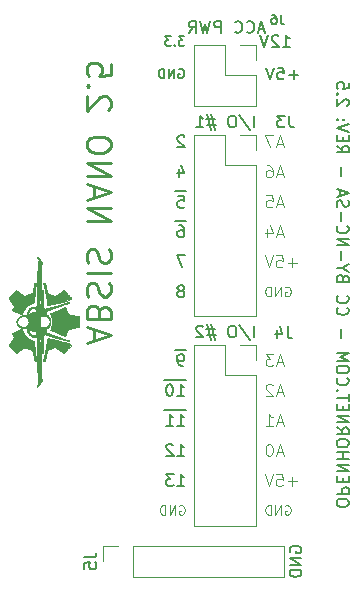
<source format=gbr>
G04 #@! TF.GenerationSoftware,KiCad,Pcbnew,(5.1.9)-1*
G04 #@! TF.CreationDate,2021-11-06T10:51:06-06:00*
G04 #@! TF.ProjectId,ABSIS_Nano,41425349-535f-44e6-916e-6f2e6b696361,1*
G04 #@! TF.SameCoordinates,Original*
G04 #@! TF.FileFunction,Legend,Bot*
G04 #@! TF.FilePolarity,Positive*
%FSLAX46Y46*%
G04 Gerber Fmt 4.6, Leading zero omitted, Abs format (unit mm)*
G04 Created by KiCad (PCBNEW (5.1.9)-1) date 2021-11-06 10:51:06*
%MOMM*%
%LPD*%
G01*
G04 APERTURE LIST*
%ADD10C,0.125000*%
%ADD11C,0.250000*%
%ADD12C,0.150000*%
%ADD13C,0.010000*%
%ADD14C,0.120000*%
G04 APERTURE END LIST*
D10*
X143174226Y-106110000D02*
X143250416Y-106071904D01*
X143364702Y-106071904D01*
X143478988Y-106110000D01*
X143555178Y-106186190D01*
X143593273Y-106262380D01*
X143631369Y-106414761D01*
X143631369Y-106529047D01*
X143593273Y-106681428D01*
X143555178Y-106757619D01*
X143478988Y-106833809D01*
X143364702Y-106871904D01*
X143288511Y-106871904D01*
X143174226Y-106833809D01*
X143136130Y-106795714D01*
X143136130Y-106529047D01*
X143288511Y-106529047D01*
X142793273Y-106871904D02*
X142793273Y-106071904D01*
X142336130Y-106871904D01*
X142336130Y-106071904D01*
X141955178Y-106871904D02*
X141955178Y-106071904D01*
X141764702Y-106071904D01*
X141650416Y-106110000D01*
X141574226Y-106186190D01*
X141536130Y-106262380D01*
X141498035Y-106414761D01*
X141498035Y-106529047D01*
X141536130Y-106681428D01*
X141574226Y-106757619D01*
X141650416Y-106833809D01*
X141764702Y-106871904D01*
X141955178Y-106871904D01*
X152124821Y-106110000D02*
X152201011Y-106071904D01*
X152315297Y-106071904D01*
X152429583Y-106110000D01*
X152505773Y-106186190D01*
X152543869Y-106262380D01*
X152581964Y-106414761D01*
X152581964Y-106529047D01*
X152543869Y-106681428D01*
X152505773Y-106757619D01*
X152429583Y-106833809D01*
X152315297Y-106871904D01*
X152239107Y-106871904D01*
X152124821Y-106833809D01*
X152086726Y-106795714D01*
X152086726Y-106529047D01*
X152239107Y-106529047D01*
X151743869Y-106871904D02*
X151743869Y-106071904D01*
X151286726Y-106871904D01*
X151286726Y-106071904D01*
X150905773Y-106871904D02*
X150905773Y-106071904D01*
X150715297Y-106071904D01*
X150601011Y-106110000D01*
X150524821Y-106186190D01*
X150486726Y-106262380D01*
X150448630Y-106414761D01*
X150448630Y-106529047D01*
X150486726Y-106681428D01*
X150524821Y-106757619D01*
X150601011Y-106833809D01*
X150715297Y-106871904D01*
X150905773Y-106871904D01*
X153105773Y-104041428D02*
X152343869Y-104041428D01*
X152724821Y-104422380D02*
X152724821Y-103660476D01*
X151391488Y-103422380D02*
X151867678Y-103422380D01*
X151915297Y-103898571D01*
X151867678Y-103850952D01*
X151772440Y-103803333D01*
X151534345Y-103803333D01*
X151439107Y-103850952D01*
X151391488Y-103898571D01*
X151343869Y-103993809D01*
X151343869Y-104231904D01*
X151391488Y-104327142D01*
X151439107Y-104374761D01*
X151534345Y-104422380D01*
X151772440Y-104422380D01*
X151867678Y-104374761D01*
X151915297Y-104327142D01*
X151058154Y-103422380D02*
X150724821Y-104422380D01*
X150391488Y-103422380D01*
D11*
X135911666Y-92109904D02*
X135911666Y-91157523D01*
X135340238Y-92300380D02*
X137340238Y-91633714D01*
X135340238Y-90967047D01*
X136387857Y-89633714D02*
X136292619Y-89348000D01*
X136197380Y-89252761D01*
X136006904Y-89157523D01*
X135721190Y-89157523D01*
X135530714Y-89252761D01*
X135435476Y-89348000D01*
X135340238Y-89538476D01*
X135340238Y-90300380D01*
X137340238Y-90300380D01*
X137340238Y-89633714D01*
X137245000Y-89443238D01*
X137149761Y-89348000D01*
X136959285Y-89252761D01*
X136768809Y-89252761D01*
X136578333Y-89348000D01*
X136483095Y-89443238D01*
X136387857Y-89633714D01*
X136387857Y-90300380D01*
X135435476Y-88395619D02*
X135340238Y-88109904D01*
X135340238Y-87633714D01*
X135435476Y-87443238D01*
X135530714Y-87348000D01*
X135721190Y-87252761D01*
X135911666Y-87252761D01*
X136102142Y-87348000D01*
X136197380Y-87443238D01*
X136292619Y-87633714D01*
X136387857Y-88014666D01*
X136483095Y-88205142D01*
X136578333Y-88300380D01*
X136768809Y-88395619D01*
X136959285Y-88395619D01*
X137149761Y-88300380D01*
X137245000Y-88205142D01*
X137340238Y-88014666D01*
X137340238Y-87538476D01*
X137245000Y-87252761D01*
X135340238Y-86395619D02*
X137340238Y-86395619D01*
X135435476Y-85538476D02*
X135340238Y-85252761D01*
X135340238Y-84776571D01*
X135435476Y-84586095D01*
X135530714Y-84490857D01*
X135721190Y-84395619D01*
X135911666Y-84395619D01*
X136102142Y-84490857D01*
X136197380Y-84586095D01*
X136292619Y-84776571D01*
X136387857Y-85157523D01*
X136483095Y-85348000D01*
X136578333Y-85443238D01*
X136768809Y-85538476D01*
X136959285Y-85538476D01*
X137149761Y-85443238D01*
X137245000Y-85348000D01*
X137340238Y-85157523D01*
X137340238Y-84681333D01*
X137245000Y-84395619D01*
X135340238Y-82014666D02*
X137340238Y-82014666D01*
X135340238Y-80871809D01*
X137340238Y-80871809D01*
X135911666Y-80014666D02*
X135911666Y-79062285D01*
X135340238Y-80205142D02*
X137340238Y-79538476D01*
X135340238Y-78871809D01*
X135340238Y-78205142D02*
X137340238Y-78205142D01*
X135340238Y-77062285D01*
X137340238Y-77062285D01*
X137340238Y-75728952D02*
X137340238Y-75348000D01*
X137245000Y-75157523D01*
X137054523Y-74967047D01*
X136673571Y-74871809D01*
X136006904Y-74871809D01*
X135625952Y-74967047D01*
X135435476Y-75157523D01*
X135340238Y-75348000D01*
X135340238Y-75728952D01*
X135435476Y-75919428D01*
X135625952Y-76109904D01*
X136006904Y-76205142D01*
X136673571Y-76205142D01*
X137054523Y-76109904D01*
X137245000Y-75919428D01*
X137340238Y-75728952D01*
X137149761Y-72586095D02*
X137245000Y-72490857D01*
X137340238Y-72300380D01*
X137340238Y-71824190D01*
X137245000Y-71633714D01*
X137149761Y-71538476D01*
X136959285Y-71443238D01*
X136768809Y-71443238D01*
X136483095Y-71538476D01*
X135340238Y-72681333D01*
X135340238Y-71443238D01*
X135530714Y-70586095D02*
X135435476Y-70490857D01*
X135340238Y-70586095D01*
X135435476Y-70681333D01*
X135530714Y-70586095D01*
X135340238Y-70586095D01*
X137340238Y-68681333D02*
X137340238Y-69633714D01*
X136387857Y-69728952D01*
X136483095Y-69633714D01*
X136578333Y-69443238D01*
X136578333Y-68967047D01*
X136483095Y-68776571D01*
X136387857Y-68681333D01*
X136197380Y-68586095D01*
X135721190Y-68586095D01*
X135530714Y-68681333D01*
X135435476Y-68776571D01*
X135340238Y-68967047D01*
X135340238Y-69443238D01*
X135435476Y-69633714D01*
X135530714Y-69728952D01*
D12*
X157493619Y-105960095D02*
X157493619Y-105769619D01*
X157446000Y-105674380D01*
X157350761Y-105579142D01*
X157160285Y-105531523D01*
X156826952Y-105531523D01*
X156636476Y-105579142D01*
X156541238Y-105674380D01*
X156493619Y-105769619D01*
X156493619Y-105960095D01*
X156541238Y-106055333D01*
X156636476Y-106150571D01*
X156826952Y-106198190D01*
X157160285Y-106198190D01*
X157350761Y-106150571D01*
X157446000Y-106055333D01*
X157493619Y-105960095D01*
X156493619Y-105102952D02*
X157493619Y-105102952D01*
X157493619Y-104722000D01*
X157446000Y-104626761D01*
X157398380Y-104579142D01*
X157303142Y-104531523D01*
X157160285Y-104531523D01*
X157065047Y-104579142D01*
X157017428Y-104626761D01*
X156969809Y-104722000D01*
X156969809Y-105102952D01*
X157017428Y-104102952D02*
X157017428Y-103769619D01*
X156493619Y-103626761D02*
X156493619Y-104102952D01*
X157493619Y-104102952D01*
X157493619Y-103626761D01*
X156493619Y-103198190D02*
X157493619Y-103198190D01*
X156493619Y-102626761D01*
X157493619Y-102626761D01*
X156493619Y-102150571D02*
X157493619Y-102150571D01*
X157017428Y-102150571D02*
X157017428Y-101579142D01*
X156493619Y-101579142D02*
X157493619Y-101579142D01*
X157493619Y-100912476D02*
X157493619Y-100722000D01*
X157446000Y-100626761D01*
X157350761Y-100531523D01*
X157160285Y-100483904D01*
X156826952Y-100483904D01*
X156636476Y-100531523D01*
X156541238Y-100626761D01*
X156493619Y-100722000D01*
X156493619Y-100912476D01*
X156541238Y-101007714D01*
X156636476Y-101102952D01*
X156826952Y-101150571D01*
X157160285Y-101150571D01*
X157350761Y-101102952D01*
X157446000Y-101007714D01*
X157493619Y-100912476D01*
X156493619Y-99483904D02*
X156969809Y-99817238D01*
X156493619Y-100055333D02*
X157493619Y-100055333D01*
X157493619Y-99674380D01*
X157446000Y-99579142D01*
X157398380Y-99531523D01*
X157303142Y-99483904D01*
X157160285Y-99483904D01*
X157065047Y-99531523D01*
X157017428Y-99579142D01*
X156969809Y-99674380D01*
X156969809Y-100055333D01*
X156493619Y-99055333D02*
X157493619Y-99055333D01*
X156493619Y-98483904D01*
X157493619Y-98483904D01*
X157017428Y-98007714D02*
X157017428Y-97674380D01*
X156493619Y-97531523D02*
X156493619Y-98007714D01*
X157493619Y-98007714D01*
X157493619Y-97531523D01*
X157493619Y-97245809D02*
X157493619Y-96674380D01*
X156493619Y-96960095D02*
X157493619Y-96960095D01*
X156588857Y-96341047D02*
X156541238Y-96293428D01*
X156493619Y-96341047D01*
X156541238Y-96388666D01*
X156588857Y-96341047D01*
X156493619Y-96341047D01*
X156588857Y-95293428D02*
X156541238Y-95341047D01*
X156493619Y-95483904D01*
X156493619Y-95579142D01*
X156541238Y-95722000D01*
X156636476Y-95817238D01*
X156731714Y-95864857D01*
X156922190Y-95912476D01*
X157065047Y-95912476D01*
X157255523Y-95864857D01*
X157350761Y-95817238D01*
X157446000Y-95722000D01*
X157493619Y-95579142D01*
X157493619Y-95483904D01*
X157446000Y-95341047D01*
X157398380Y-95293428D01*
X157493619Y-94674380D02*
X157493619Y-94483904D01*
X157446000Y-94388666D01*
X157350761Y-94293428D01*
X157160285Y-94245809D01*
X156826952Y-94245809D01*
X156636476Y-94293428D01*
X156541238Y-94388666D01*
X156493619Y-94483904D01*
X156493619Y-94674380D01*
X156541238Y-94769619D01*
X156636476Y-94864857D01*
X156826952Y-94912476D01*
X157160285Y-94912476D01*
X157350761Y-94864857D01*
X157446000Y-94769619D01*
X157493619Y-94674380D01*
X156493619Y-93817238D02*
X157493619Y-93817238D01*
X156779333Y-93483904D01*
X157493619Y-93150571D01*
X156493619Y-93150571D01*
X156874571Y-91912476D02*
X156874571Y-91150571D01*
X156588857Y-89341047D02*
X156541238Y-89388666D01*
X156493619Y-89531523D01*
X156493619Y-89626761D01*
X156541238Y-89769619D01*
X156636476Y-89864857D01*
X156731714Y-89912476D01*
X156922190Y-89960095D01*
X157065047Y-89960095D01*
X157255523Y-89912476D01*
X157350761Y-89864857D01*
X157446000Y-89769619D01*
X157493619Y-89626761D01*
X157493619Y-89531523D01*
X157446000Y-89388666D01*
X157398380Y-89341047D01*
X156588857Y-88341047D02*
X156541238Y-88388666D01*
X156493619Y-88531523D01*
X156493619Y-88626761D01*
X156541238Y-88769619D01*
X156636476Y-88864857D01*
X156731714Y-88912476D01*
X156922190Y-88960095D01*
X157065047Y-88960095D01*
X157255523Y-88912476D01*
X157350761Y-88864857D01*
X157446000Y-88769619D01*
X157493619Y-88626761D01*
X157493619Y-88531523D01*
X157446000Y-88388666D01*
X157398380Y-88341047D01*
X157017428Y-86817238D02*
X156969809Y-86674380D01*
X156922190Y-86626761D01*
X156826952Y-86579142D01*
X156684095Y-86579142D01*
X156588857Y-86626761D01*
X156541238Y-86674380D01*
X156493619Y-86769619D01*
X156493619Y-87150571D01*
X157493619Y-87150571D01*
X157493619Y-86817238D01*
X157446000Y-86722000D01*
X157398380Y-86674380D01*
X157303142Y-86626761D01*
X157207904Y-86626761D01*
X157112666Y-86674380D01*
X157065047Y-86722000D01*
X157017428Y-86817238D01*
X157017428Y-87150571D01*
X156969809Y-85960095D02*
X156493619Y-85960095D01*
X157493619Y-86293428D02*
X156969809Y-85960095D01*
X157493619Y-85626761D01*
X156874571Y-85293428D02*
X156874571Y-84531523D01*
X156493619Y-84055333D02*
X157493619Y-84055333D01*
X156493619Y-83483904D01*
X157493619Y-83483904D01*
X156588857Y-82436285D02*
X156541238Y-82483904D01*
X156493619Y-82626761D01*
X156493619Y-82722000D01*
X156541238Y-82864857D01*
X156636476Y-82960095D01*
X156731714Y-83007714D01*
X156922190Y-83055333D01*
X157065047Y-83055333D01*
X157255523Y-83007714D01*
X157350761Y-82960095D01*
X157446000Y-82864857D01*
X157493619Y-82722000D01*
X157493619Y-82626761D01*
X157446000Y-82483904D01*
X157398380Y-82436285D01*
X156874571Y-82007714D02*
X156874571Y-81245809D01*
X156541238Y-80817238D02*
X156493619Y-80674380D01*
X156493619Y-80436285D01*
X156541238Y-80341047D01*
X156588857Y-80293428D01*
X156684095Y-80245809D01*
X156779333Y-80245809D01*
X156874571Y-80293428D01*
X156922190Y-80341047D01*
X156969809Y-80436285D01*
X157017428Y-80626761D01*
X157065047Y-80722000D01*
X157112666Y-80769619D01*
X157207904Y-80817238D01*
X157303142Y-80817238D01*
X157398380Y-80769619D01*
X157446000Y-80722000D01*
X157493619Y-80626761D01*
X157493619Y-80388666D01*
X157446000Y-80245809D01*
X156779333Y-79864857D02*
X156779333Y-79388666D01*
X156493619Y-79960095D02*
X157493619Y-79626761D01*
X156493619Y-79293428D01*
X156874571Y-78198190D02*
X156874571Y-77436285D01*
X156493619Y-75626761D02*
X156969809Y-75960095D01*
X156493619Y-76198190D02*
X157493619Y-76198190D01*
X157493619Y-75817238D01*
X157446000Y-75722000D01*
X157398380Y-75674380D01*
X157303142Y-75626761D01*
X157160285Y-75626761D01*
X157065047Y-75674380D01*
X157017428Y-75722000D01*
X156969809Y-75817238D01*
X156969809Y-76198190D01*
X157017428Y-75198190D02*
X157017428Y-74864857D01*
X156493619Y-74722000D02*
X156493619Y-75198190D01*
X157493619Y-75198190D01*
X157493619Y-74722000D01*
X157493619Y-74436285D02*
X156493619Y-74102952D01*
X157493619Y-73769619D01*
X156588857Y-73436285D02*
X156541238Y-73388666D01*
X156493619Y-73436285D01*
X156541238Y-73483904D01*
X156588857Y-73436285D01*
X156493619Y-73436285D01*
X157112666Y-73436285D02*
X157065047Y-73388666D01*
X157017428Y-73436285D01*
X157065047Y-73483904D01*
X157112666Y-73436285D01*
X157017428Y-73436285D01*
X157398380Y-72245809D02*
X157446000Y-72198190D01*
X157493619Y-72102952D01*
X157493619Y-71864857D01*
X157446000Y-71769619D01*
X157398380Y-71722000D01*
X157303142Y-71674380D01*
X157207904Y-71674380D01*
X157065047Y-71722000D01*
X156493619Y-72293428D01*
X156493619Y-71674380D01*
X156588857Y-71245809D02*
X156541238Y-71198190D01*
X156493619Y-71245809D01*
X156541238Y-71293428D01*
X156588857Y-71245809D01*
X156493619Y-71245809D01*
X157493619Y-70293428D02*
X157493619Y-70769619D01*
X157017428Y-70817238D01*
X157065047Y-70769619D01*
X157112666Y-70674380D01*
X157112666Y-70436285D01*
X157065047Y-70341047D01*
X157017428Y-70293428D01*
X156922190Y-70245809D01*
X156684095Y-70245809D01*
X156588857Y-70293428D01*
X156541238Y-70341047D01*
X156493619Y-70436285D01*
X156493619Y-70674380D01*
X156541238Y-70769619D01*
X156588857Y-70817238D01*
X143598214Y-66371904D02*
X143102976Y-66371904D01*
X143369642Y-66676666D01*
X143255357Y-66676666D01*
X143179166Y-66714761D01*
X143141071Y-66752857D01*
X143102976Y-66829047D01*
X143102976Y-67019523D01*
X143141071Y-67095714D01*
X143179166Y-67133809D01*
X143255357Y-67171904D01*
X143483928Y-67171904D01*
X143560119Y-67133809D01*
X143598214Y-67095714D01*
X142760119Y-67095714D02*
X142722023Y-67133809D01*
X142760119Y-67171904D01*
X142798214Y-67133809D01*
X142760119Y-67095714D01*
X142760119Y-67171904D01*
X142455357Y-66371904D02*
X141960119Y-66371904D01*
X142226785Y-66676666D01*
X142112500Y-66676666D01*
X142036309Y-66714761D01*
X141998214Y-66752857D01*
X141960119Y-66829047D01*
X141960119Y-67019523D01*
X141998214Y-67095714D01*
X142036309Y-67133809D01*
X142112500Y-67171904D01*
X142341071Y-67171904D01*
X142417261Y-67133809D01*
X142455357Y-67095714D01*
X143102976Y-69160000D02*
X143179166Y-69121904D01*
X143293452Y-69121904D01*
X143407738Y-69160000D01*
X143483928Y-69236190D01*
X143522023Y-69312380D01*
X143560119Y-69464761D01*
X143560119Y-69579047D01*
X143522023Y-69731428D01*
X143483928Y-69807619D01*
X143407738Y-69883809D01*
X143293452Y-69921904D01*
X143217261Y-69921904D01*
X143102976Y-69883809D01*
X143064880Y-69845714D01*
X143064880Y-69579047D01*
X143217261Y-69579047D01*
X142722023Y-69921904D02*
X142722023Y-69121904D01*
X142264880Y-69921904D01*
X142264880Y-69121904D01*
X141883928Y-69921904D02*
X141883928Y-69121904D01*
X141693452Y-69121904D01*
X141579166Y-69160000D01*
X141502976Y-69236190D01*
X141464880Y-69312380D01*
X141426785Y-69464761D01*
X141426785Y-69579047D01*
X141464880Y-69731428D01*
X141502976Y-69807619D01*
X141579166Y-69883809D01*
X141693452Y-69921904D01*
X141883928Y-69921904D01*
X153217023Y-69631428D02*
X152455119Y-69631428D01*
X152836071Y-70012380D02*
X152836071Y-69250476D01*
X151502738Y-69012380D02*
X151978928Y-69012380D01*
X152026547Y-69488571D01*
X151978928Y-69440952D01*
X151883690Y-69393333D01*
X151645595Y-69393333D01*
X151550357Y-69440952D01*
X151502738Y-69488571D01*
X151455119Y-69583809D01*
X151455119Y-69821904D01*
X151502738Y-69917142D01*
X151550357Y-69964761D01*
X151645595Y-70012380D01*
X151883690Y-70012380D01*
X151978928Y-69964761D01*
X152026547Y-69917142D01*
X151169404Y-69012380D02*
X150836071Y-70012380D01*
X150502738Y-69012380D01*
X151929047Y-67262380D02*
X152500476Y-67262380D01*
X152214761Y-67262380D02*
X152214761Y-66262380D01*
X152310000Y-66405238D01*
X152405238Y-66500476D01*
X152500476Y-66548095D01*
X151548095Y-66357619D02*
X151500476Y-66310000D01*
X151405238Y-66262380D01*
X151167142Y-66262380D01*
X151071904Y-66310000D01*
X151024285Y-66357619D01*
X150976666Y-66452857D01*
X150976666Y-66548095D01*
X151024285Y-66690952D01*
X151595714Y-67262380D01*
X150976666Y-67262380D01*
X150690952Y-66262380D02*
X150357619Y-67262380D01*
X150024285Y-66262380D01*
X143386547Y-87890952D02*
X143481785Y-87843333D01*
X143529404Y-87795714D01*
X143577023Y-87700476D01*
X143577023Y-87652857D01*
X143529404Y-87557619D01*
X143481785Y-87510000D01*
X143386547Y-87462380D01*
X143196071Y-87462380D01*
X143100833Y-87510000D01*
X143053214Y-87557619D01*
X143005595Y-87652857D01*
X143005595Y-87700476D01*
X143053214Y-87795714D01*
X143100833Y-87843333D01*
X143196071Y-87890952D01*
X143386547Y-87890952D01*
X143481785Y-87938571D01*
X143529404Y-87986190D01*
X143577023Y-88081428D01*
X143577023Y-88271904D01*
X143529404Y-88367142D01*
X143481785Y-88414761D01*
X143386547Y-88462380D01*
X143196071Y-88462380D01*
X143100833Y-88414761D01*
X143053214Y-88367142D01*
X143005595Y-88271904D01*
X143005595Y-88081428D01*
X143053214Y-87986190D01*
X143100833Y-87938571D01*
X143196071Y-87890952D01*
X143624642Y-84922380D02*
X142957976Y-84922380D01*
X143386547Y-85922380D01*
X143005595Y-104422380D02*
X143577023Y-104422380D01*
X143291309Y-104422380D02*
X143291309Y-103422380D01*
X143386547Y-103565238D01*
X143481785Y-103660476D01*
X143577023Y-103708095D01*
X142672261Y-103422380D02*
X142053214Y-103422380D01*
X142386547Y-103803333D01*
X142243690Y-103803333D01*
X142148452Y-103850952D01*
X142100833Y-103898571D01*
X142053214Y-103993809D01*
X142053214Y-104231904D01*
X142100833Y-104327142D01*
X142148452Y-104374761D01*
X142243690Y-104422380D01*
X142529404Y-104422380D01*
X142624642Y-104374761D01*
X142672261Y-104327142D01*
X143767500Y-82015000D02*
X142815119Y-82015000D01*
X143100833Y-82382380D02*
X143291309Y-82382380D01*
X143386547Y-82430000D01*
X143434166Y-82477619D01*
X143529404Y-82620476D01*
X143577023Y-82810952D01*
X143577023Y-83191904D01*
X143529404Y-83287142D01*
X143481785Y-83334761D01*
X143386547Y-83382380D01*
X143196071Y-83382380D01*
X143100833Y-83334761D01*
X143053214Y-83287142D01*
X143005595Y-83191904D01*
X143005595Y-82953809D01*
X143053214Y-82858571D01*
X143100833Y-82810952D01*
X143196071Y-82763333D01*
X143386547Y-82763333D01*
X143481785Y-82810952D01*
X143529404Y-82858571D01*
X143577023Y-82953809D01*
X143005595Y-101882380D02*
X143577023Y-101882380D01*
X143291309Y-101882380D02*
X143291309Y-100882380D01*
X143386547Y-101025238D01*
X143481785Y-101120476D01*
X143577023Y-101168095D01*
X142624642Y-100977619D02*
X142577023Y-100930000D01*
X142481785Y-100882380D01*
X142243690Y-100882380D01*
X142148452Y-100930000D01*
X142100833Y-100977619D01*
X142053214Y-101072857D01*
X142053214Y-101168095D01*
X142100833Y-101310952D01*
X142672261Y-101882380D01*
X142053214Y-101882380D01*
X143767500Y-79502000D02*
X142815119Y-79502000D01*
X143053214Y-79869380D02*
X143529404Y-79869380D01*
X143577023Y-80345571D01*
X143529404Y-80297952D01*
X143434166Y-80250333D01*
X143196071Y-80250333D01*
X143100833Y-80297952D01*
X143053214Y-80345571D01*
X143005595Y-80440809D01*
X143005595Y-80678904D01*
X143053214Y-80774142D01*
X143100833Y-80821761D01*
X143196071Y-80869380D01*
X143434166Y-80869380D01*
X143529404Y-80821761D01*
X143577023Y-80774142D01*
X143767500Y-97975000D02*
X142815119Y-97975000D01*
X143005595Y-99342380D02*
X143577023Y-99342380D01*
X143291309Y-99342380D02*
X143291309Y-98342380D01*
X143386547Y-98485238D01*
X143481785Y-98580476D01*
X143577023Y-98628095D01*
X142815119Y-97975000D02*
X141862738Y-97975000D01*
X142053214Y-99342380D02*
X142624642Y-99342380D01*
X142338928Y-99342380D02*
X142338928Y-98342380D01*
X142434166Y-98485238D01*
X142529404Y-98580476D01*
X142624642Y-98628095D01*
X143100833Y-77635714D02*
X143100833Y-78302380D01*
X143338928Y-77254761D02*
X143577023Y-77969047D01*
X142957976Y-77969047D01*
X143767500Y-95435000D02*
X142815119Y-95435000D01*
X143005595Y-96802380D02*
X143577023Y-96802380D01*
X143291309Y-96802380D02*
X143291309Y-95802380D01*
X143386547Y-95945238D01*
X143481785Y-96040476D01*
X143577023Y-96088095D01*
X142815119Y-95435000D02*
X141862738Y-95435000D01*
X142386547Y-95802380D02*
X142291309Y-95802380D01*
X142196071Y-95850000D01*
X142148452Y-95897619D01*
X142100833Y-95992857D01*
X142053214Y-96183333D01*
X142053214Y-96421428D01*
X142100833Y-96611904D01*
X142148452Y-96707142D01*
X142196071Y-96754761D01*
X142291309Y-96802380D01*
X142386547Y-96802380D01*
X142481785Y-96754761D01*
X142529404Y-96707142D01*
X142577023Y-96611904D01*
X142624642Y-96421428D01*
X142624642Y-96183333D01*
X142577023Y-95992857D01*
X142529404Y-95897619D01*
X142481785Y-95850000D01*
X142386547Y-95802380D01*
X143577023Y-74857619D02*
X143529404Y-74810000D01*
X143434166Y-74762380D01*
X143196071Y-74762380D01*
X143100833Y-74810000D01*
X143053214Y-74857619D01*
X143005595Y-74952857D01*
X143005595Y-75048095D01*
X143053214Y-75190952D01*
X143624642Y-75762380D01*
X143005595Y-75762380D01*
X143767500Y-92895000D02*
X142815119Y-92895000D01*
X143481785Y-94262380D02*
X143291309Y-94262380D01*
X143196071Y-94214761D01*
X143148452Y-94167142D01*
X143053214Y-94024285D01*
X143005595Y-93833809D01*
X143005595Y-93452857D01*
X143053214Y-93357619D01*
X143100833Y-93310000D01*
X143196071Y-93262380D01*
X143386547Y-93262380D01*
X143481785Y-93310000D01*
X143529404Y-93357619D01*
X143577023Y-93452857D01*
X143577023Y-93690952D01*
X143529404Y-93786190D01*
X143481785Y-93833809D01*
X143386547Y-93881428D01*
X143196071Y-93881428D01*
X143100833Y-93833809D01*
X143053214Y-93786190D01*
X143005595Y-93690952D01*
D10*
X151915297Y-83096666D02*
X151439107Y-83096666D01*
X152010535Y-83382380D02*
X151677202Y-82382380D01*
X151343869Y-83382380D01*
X150581964Y-82715714D02*
X150581964Y-83382380D01*
X150820059Y-82334761D02*
X151058154Y-83049047D01*
X150439107Y-83049047D01*
X151915297Y-101596666D02*
X151439107Y-101596666D01*
X152010535Y-101882380D02*
X151677202Y-100882380D01*
X151343869Y-101882380D01*
X150820059Y-100882380D02*
X150724821Y-100882380D01*
X150629583Y-100930000D01*
X150581964Y-100977619D01*
X150534345Y-101072857D01*
X150486726Y-101263333D01*
X150486726Y-101501428D01*
X150534345Y-101691904D01*
X150581964Y-101787142D01*
X150629583Y-101834761D01*
X150724821Y-101882380D01*
X150820059Y-101882380D01*
X150915297Y-101834761D01*
X150962916Y-101787142D01*
X151010535Y-101691904D01*
X151058154Y-101501428D01*
X151058154Y-101263333D01*
X151010535Y-101072857D01*
X150962916Y-100977619D01*
X150915297Y-100930000D01*
X150820059Y-100882380D01*
X151915297Y-80556666D02*
X151439107Y-80556666D01*
X152010535Y-80842380D02*
X151677202Y-79842380D01*
X151343869Y-80842380D01*
X150534345Y-79842380D02*
X151010535Y-79842380D01*
X151058154Y-80318571D01*
X151010535Y-80270952D01*
X150915297Y-80223333D01*
X150677202Y-80223333D01*
X150581964Y-80270952D01*
X150534345Y-80318571D01*
X150486726Y-80413809D01*
X150486726Y-80651904D01*
X150534345Y-80747142D01*
X150581964Y-80794761D01*
X150677202Y-80842380D01*
X150915297Y-80842380D01*
X151010535Y-80794761D01*
X151058154Y-80747142D01*
X151915297Y-99056666D02*
X151439107Y-99056666D01*
X152010535Y-99342380D02*
X151677202Y-98342380D01*
X151343869Y-99342380D01*
X150486726Y-99342380D02*
X151058154Y-99342380D01*
X150772440Y-99342380D02*
X150772440Y-98342380D01*
X150867678Y-98485238D01*
X150962916Y-98580476D01*
X151058154Y-98628095D01*
X151915297Y-78016666D02*
X151439107Y-78016666D01*
X152010535Y-78302380D02*
X151677202Y-77302380D01*
X151343869Y-78302380D01*
X150581964Y-77302380D02*
X150772440Y-77302380D01*
X150867678Y-77350000D01*
X150915297Y-77397619D01*
X151010535Y-77540476D01*
X151058154Y-77730952D01*
X151058154Y-78111904D01*
X151010535Y-78207142D01*
X150962916Y-78254761D01*
X150867678Y-78302380D01*
X150677202Y-78302380D01*
X150581964Y-78254761D01*
X150534345Y-78207142D01*
X150486726Y-78111904D01*
X150486726Y-77873809D01*
X150534345Y-77778571D01*
X150581964Y-77730952D01*
X150677202Y-77683333D01*
X150867678Y-77683333D01*
X150962916Y-77730952D01*
X151010535Y-77778571D01*
X151058154Y-77873809D01*
X151915297Y-96516666D02*
X151439107Y-96516666D01*
X152010535Y-96802380D02*
X151677202Y-95802380D01*
X151343869Y-96802380D01*
X151058154Y-95897619D02*
X151010535Y-95850000D01*
X150915297Y-95802380D01*
X150677202Y-95802380D01*
X150581964Y-95850000D01*
X150534345Y-95897619D01*
X150486726Y-95992857D01*
X150486726Y-96088095D01*
X150534345Y-96230952D01*
X151105773Y-96802380D01*
X150486726Y-96802380D01*
X151915297Y-75476666D02*
X151439107Y-75476666D01*
X152010535Y-75762380D02*
X151677202Y-74762380D01*
X151343869Y-75762380D01*
X151105773Y-74762380D02*
X150439107Y-74762380D01*
X150867678Y-75762380D01*
X151915297Y-93976666D02*
X151439107Y-93976666D01*
X152010535Y-94262380D02*
X151677202Y-93262380D01*
X151343869Y-94262380D01*
X151105773Y-93262380D02*
X150486726Y-93262380D01*
X150820059Y-93643333D01*
X150677202Y-93643333D01*
X150581964Y-93690952D01*
X150534345Y-93738571D01*
X150486726Y-93833809D01*
X150486726Y-94071904D01*
X150534345Y-94167142D01*
X150581964Y-94214761D01*
X150677202Y-94262380D01*
X150962916Y-94262380D01*
X151058154Y-94214761D01*
X151105773Y-94167142D01*
X152124821Y-87610000D02*
X152201011Y-87571904D01*
X152315297Y-87571904D01*
X152429583Y-87610000D01*
X152505773Y-87686190D01*
X152543869Y-87762380D01*
X152581964Y-87914761D01*
X152581964Y-88029047D01*
X152543869Y-88181428D01*
X152505773Y-88257619D01*
X152429583Y-88333809D01*
X152315297Y-88371904D01*
X152239107Y-88371904D01*
X152124821Y-88333809D01*
X152086726Y-88295714D01*
X152086726Y-88029047D01*
X152239107Y-88029047D01*
X151743869Y-88371904D02*
X151743869Y-87571904D01*
X151286726Y-88371904D01*
X151286726Y-87571904D01*
X150905773Y-88371904D02*
X150905773Y-87571904D01*
X150715297Y-87571904D01*
X150601011Y-87610000D01*
X150524821Y-87686190D01*
X150486726Y-87762380D01*
X150448630Y-87914761D01*
X150448630Y-88029047D01*
X150486726Y-88181428D01*
X150524821Y-88257619D01*
X150601011Y-88333809D01*
X150715297Y-88371904D01*
X150905773Y-88371904D01*
X153105773Y-85541428D02*
X152343869Y-85541428D01*
X152724821Y-85922380D02*
X152724821Y-85160476D01*
X151391488Y-84922380D02*
X151867678Y-84922380D01*
X151915297Y-85398571D01*
X151867678Y-85350952D01*
X151772440Y-85303333D01*
X151534345Y-85303333D01*
X151439107Y-85350952D01*
X151391488Y-85398571D01*
X151343869Y-85493809D01*
X151343869Y-85731904D01*
X151391488Y-85827142D01*
X151439107Y-85874761D01*
X151534345Y-85922380D01*
X151772440Y-85922380D01*
X151867678Y-85874761D01*
X151915297Y-85827142D01*
X151058154Y-84922380D02*
X150724821Y-85922380D01*
X150391488Y-84922380D01*
D13*
G36*
X131027831Y-93806870D02*
G01*
X131026462Y-93794057D01*
X131024247Y-93773826D01*
X131021245Y-93746674D01*
X131017511Y-93713097D01*
X131013101Y-93673594D01*
X131008071Y-93628660D01*
X131002478Y-93578793D01*
X130996378Y-93524491D01*
X130989827Y-93466249D01*
X130982882Y-93404566D01*
X130975598Y-93339938D01*
X130968032Y-93272862D01*
X130960240Y-93203835D01*
X130952279Y-93133355D01*
X130944204Y-93061919D01*
X130936072Y-92990022D01*
X130927939Y-92918164D01*
X130919861Y-92846840D01*
X130911895Y-92776548D01*
X130904096Y-92707784D01*
X130896522Y-92641047D01*
X130889227Y-92576832D01*
X130882269Y-92515637D01*
X130875704Y-92457959D01*
X130869587Y-92404295D01*
X130863976Y-92355142D01*
X130858926Y-92310998D01*
X130854494Y-92272358D01*
X130850735Y-92239721D01*
X130847707Y-92213584D01*
X130845464Y-92194442D01*
X130844065Y-92182794D01*
X130843671Y-92179738D01*
X130841213Y-92168177D01*
X130836850Y-92162389D01*
X130829242Y-92159800D01*
X130822829Y-92157553D01*
X130809602Y-92152162D01*
X130790437Y-92144020D01*
X130766210Y-92133522D01*
X130737800Y-92121062D01*
X130706083Y-92107034D01*
X130671935Y-92091832D01*
X130636234Y-92075850D01*
X130599856Y-92059483D01*
X130563679Y-92043125D01*
X130528578Y-92027171D01*
X130495432Y-92012013D01*
X130465117Y-91998047D01*
X130438510Y-91985667D01*
X130416487Y-91975267D01*
X130399926Y-91967241D01*
X130392168Y-91963307D01*
X130356833Y-91942436D01*
X130318669Y-91915821D01*
X130279330Y-91884899D01*
X130240470Y-91851110D01*
X130203741Y-91815893D01*
X130170798Y-91780685D01*
X130143292Y-91746926D01*
X130142926Y-91746433D01*
X130137854Y-91738815D01*
X130128967Y-91724594D01*
X130116692Y-91704493D01*
X130101455Y-91679238D01*
X130083681Y-91649554D01*
X130063796Y-91616165D01*
X130042225Y-91579797D01*
X130019395Y-91541174D01*
X129995731Y-91501021D01*
X129971659Y-91460063D01*
X129947604Y-91419024D01*
X129923992Y-91378630D01*
X129901250Y-91339606D01*
X129879802Y-91302675D01*
X129860075Y-91268564D01*
X129842494Y-91237996D01*
X129827485Y-91211698D01*
X129815474Y-91190392D01*
X129806886Y-91174806D01*
X129804083Y-91169527D01*
X129794284Y-91150659D01*
X129406934Y-91310948D01*
X129338306Y-91339406D01*
X129275631Y-91365520D01*
X129219111Y-91389201D01*
X129168952Y-91410362D01*
X129125358Y-91428916D01*
X129088533Y-91444774D01*
X129058680Y-91457850D01*
X129036005Y-91468055D01*
X129020711Y-91475302D01*
X129013003Y-91479505D01*
X129012175Y-91480187D01*
X129006458Y-91491067D01*
X129004767Y-91499996D01*
X129006714Y-91506024D01*
X129012271Y-91518640D01*
X129021013Y-91536988D01*
X129032514Y-91560213D01*
X129046348Y-91587458D01*
X129062090Y-91617869D01*
X129079313Y-91650591D01*
X129085200Y-91661657D01*
X129106075Y-91700894D01*
X129123218Y-91733452D01*
X129136939Y-91760090D01*
X129147552Y-91781568D01*
X129155367Y-91798646D01*
X129160694Y-91812084D01*
X129163846Y-91822640D01*
X129165134Y-91831076D01*
X129164869Y-91838150D01*
X129163361Y-91844622D01*
X129161882Y-91848816D01*
X129158986Y-91853660D01*
X129151629Y-91864977D01*
X129140149Y-91882265D01*
X129124887Y-91905024D01*
X129106181Y-91932752D01*
X129084372Y-91964949D01*
X129059799Y-92001113D01*
X129032801Y-92040744D01*
X129003718Y-92083340D01*
X128972890Y-92128400D01*
X128940655Y-92175423D01*
X128933282Y-92186166D01*
X128894737Y-92242322D01*
X128860715Y-92291932D01*
X128830950Y-92335434D01*
X128805179Y-92373264D01*
X128783134Y-92405859D01*
X128764552Y-92433657D01*
X128749167Y-92457094D01*
X128736714Y-92476607D01*
X128726927Y-92492634D01*
X128719542Y-92505610D01*
X128714292Y-92515974D01*
X128710914Y-92524163D01*
X128709141Y-92530612D01*
X128708709Y-92535760D01*
X128709352Y-92540043D01*
X128710805Y-92543898D01*
X128712803Y-92547763D01*
X128713285Y-92548650D01*
X128717102Y-92553189D01*
X128726436Y-92563183D01*
X128740788Y-92578132D01*
X128759660Y-92597538D01*
X128782553Y-92620904D01*
X128808969Y-92647730D01*
X128838410Y-92677519D01*
X128870378Y-92709772D01*
X128904373Y-92743990D01*
X128939899Y-92779675D01*
X128976456Y-92816330D01*
X129013547Y-92853455D01*
X129050672Y-92890553D01*
X129087335Y-92927124D01*
X129123035Y-92962671D01*
X129157276Y-92996695D01*
X129189558Y-93028699D01*
X129219384Y-93058182D01*
X129246255Y-93084648D01*
X129269673Y-93107598D01*
X129289140Y-93126534D01*
X129304156Y-93140956D01*
X129314225Y-93150368D01*
X129318847Y-93154270D01*
X129318882Y-93154289D01*
X129328131Y-93158465D01*
X129337046Y-93160274D01*
X129346797Y-93159285D01*
X129358555Y-93155061D01*
X129373491Y-93147169D01*
X129392775Y-93135174D01*
X129417578Y-93118643D01*
X129420707Y-93116520D01*
X129434852Y-93106883D01*
X129455255Y-93092945D01*
X129481193Y-93075199D01*
X129511945Y-93054140D01*
X129546792Y-93030261D01*
X129585013Y-93004056D01*
X129625885Y-92976021D01*
X129668689Y-92946648D01*
X129712704Y-92916433D01*
X129751950Y-92889479D01*
X129794791Y-92860098D01*
X129835856Y-92832024D01*
X129874573Y-92805642D01*
X129910374Y-92781336D01*
X129942688Y-92759490D01*
X129970944Y-92740489D01*
X129994573Y-92724717D01*
X130013005Y-92712559D01*
X130025669Y-92704399D01*
X130031995Y-92700621D01*
X130032273Y-92700493D01*
X130045364Y-92696391D01*
X130057553Y-92694700D01*
X130063661Y-92696264D01*
X130076875Y-92700764D01*
X130096470Y-92707909D01*
X130121725Y-92717410D01*
X130151916Y-92728977D01*
X130186321Y-92742319D01*
X130224217Y-92757146D01*
X130264880Y-92773170D01*
X130307588Y-92790099D01*
X130351618Y-92807644D01*
X130396247Y-92825515D01*
X130440751Y-92843421D01*
X130484409Y-92861074D01*
X130526497Y-92878182D01*
X130566291Y-92894456D01*
X130603070Y-92909607D01*
X130636110Y-92923343D01*
X130664689Y-92935376D01*
X130688083Y-92945414D01*
X130705569Y-92953169D01*
X130716425Y-92958350D01*
X130719657Y-92960261D01*
X130728905Y-92969022D01*
X130735357Y-92976857D01*
X130735922Y-92977812D01*
X130737215Y-92982897D01*
X130739931Y-92995728D01*
X130743958Y-93015725D01*
X130749186Y-93042306D01*
X130755503Y-93074893D01*
X130762797Y-93112903D01*
X130770958Y-93155757D01*
X130779874Y-93202875D01*
X130789435Y-93253675D01*
X130799528Y-93307578D01*
X130810043Y-93364003D01*
X130814302Y-93386931D01*
X130827938Y-93460205D01*
X130840159Y-93525435D01*
X130851024Y-93582914D01*
X130860592Y-93632934D01*
X130868921Y-93675789D01*
X130876069Y-93711772D01*
X130882095Y-93741175D01*
X130887058Y-93764293D01*
X130891015Y-93781418D01*
X130894025Y-93792843D01*
X130896146Y-93798862D01*
X130896576Y-93799600D01*
X130903679Y-93807900D01*
X130912037Y-93813733D01*
X130923218Y-93817513D01*
X130938788Y-93819654D01*
X130960314Y-93820570D01*
X130976442Y-93820704D01*
X130998120Y-93820663D01*
X131012726Y-93820317D01*
X131021653Y-93819426D01*
X131026294Y-93817751D01*
X131028045Y-93815050D01*
X131028301Y-93811767D01*
X131027831Y-93806870D01*
G37*
X131027831Y-93806870D02*
X131026462Y-93794057D01*
X131024247Y-93773826D01*
X131021245Y-93746674D01*
X131017511Y-93713097D01*
X131013101Y-93673594D01*
X131008071Y-93628660D01*
X131002478Y-93578793D01*
X130996378Y-93524491D01*
X130989827Y-93466249D01*
X130982882Y-93404566D01*
X130975598Y-93339938D01*
X130968032Y-93272862D01*
X130960240Y-93203835D01*
X130952279Y-93133355D01*
X130944204Y-93061919D01*
X130936072Y-92990022D01*
X130927939Y-92918164D01*
X130919861Y-92846840D01*
X130911895Y-92776548D01*
X130904096Y-92707784D01*
X130896522Y-92641047D01*
X130889227Y-92576832D01*
X130882269Y-92515637D01*
X130875704Y-92457959D01*
X130869587Y-92404295D01*
X130863976Y-92355142D01*
X130858926Y-92310998D01*
X130854494Y-92272358D01*
X130850735Y-92239721D01*
X130847707Y-92213584D01*
X130845464Y-92194442D01*
X130844065Y-92182794D01*
X130843671Y-92179738D01*
X130841213Y-92168177D01*
X130836850Y-92162389D01*
X130829242Y-92159800D01*
X130822829Y-92157553D01*
X130809602Y-92152162D01*
X130790437Y-92144020D01*
X130766210Y-92133522D01*
X130737800Y-92121062D01*
X130706083Y-92107034D01*
X130671935Y-92091832D01*
X130636234Y-92075850D01*
X130599856Y-92059483D01*
X130563679Y-92043125D01*
X130528578Y-92027171D01*
X130495432Y-92012013D01*
X130465117Y-91998047D01*
X130438510Y-91985667D01*
X130416487Y-91975267D01*
X130399926Y-91967241D01*
X130392168Y-91963307D01*
X130356833Y-91942436D01*
X130318669Y-91915821D01*
X130279330Y-91884899D01*
X130240470Y-91851110D01*
X130203741Y-91815893D01*
X130170798Y-91780685D01*
X130143292Y-91746926D01*
X130142926Y-91746433D01*
X130137854Y-91738815D01*
X130128967Y-91724594D01*
X130116692Y-91704493D01*
X130101455Y-91679238D01*
X130083681Y-91649554D01*
X130063796Y-91616165D01*
X130042225Y-91579797D01*
X130019395Y-91541174D01*
X129995731Y-91501021D01*
X129971659Y-91460063D01*
X129947604Y-91419024D01*
X129923992Y-91378630D01*
X129901250Y-91339606D01*
X129879802Y-91302675D01*
X129860075Y-91268564D01*
X129842494Y-91237996D01*
X129827485Y-91211698D01*
X129815474Y-91190392D01*
X129806886Y-91174806D01*
X129804083Y-91169527D01*
X129794284Y-91150659D01*
X129406934Y-91310948D01*
X129338306Y-91339406D01*
X129275631Y-91365520D01*
X129219111Y-91389201D01*
X129168952Y-91410362D01*
X129125358Y-91428916D01*
X129088533Y-91444774D01*
X129058680Y-91457850D01*
X129036005Y-91468055D01*
X129020711Y-91475302D01*
X129013003Y-91479505D01*
X129012175Y-91480187D01*
X129006458Y-91491067D01*
X129004767Y-91499996D01*
X129006714Y-91506024D01*
X129012271Y-91518640D01*
X129021013Y-91536988D01*
X129032514Y-91560213D01*
X129046348Y-91587458D01*
X129062090Y-91617869D01*
X129079313Y-91650591D01*
X129085200Y-91661657D01*
X129106075Y-91700894D01*
X129123218Y-91733452D01*
X129136939Y-91760090D01*
X129147552Y-91781568D01*
X129155367Y-91798646D01*
X129160694Y-91812084D01*
X129163846Y-91822640D01*
X129165134Y-91831076D01*
X129164869Y-91838150D01*
X129163361Y-91844622D01*
X129161882Y-91848816D01*
X129158986Y-91853660D01*
X129151629Y-91864977D01*
X129140149Y-91882265D01*
X129124887Y-91905024D01*
X129106181Y-91932752D01*
X129084372Y-91964949D01*
X129059799Y-92001113D01*
X129032801Y-92040744D01*
X129003718Y-92083340D01*
X128972890Y-92128400D01*
X128940655Y-92175423D01*
X128933282Y-92186166D01*
X128894737Y-92242322D01*
X128860715Y-92291932D01*
X128830950Y-92335434D01*
X128805179Y-92373264D01*
X128783134Y-92405859D01*
X128764552Y-92433657D01*
X128749167Y-92457094D01*
X128736714Y-92476607D01*
X128726927Y-92492634D01*
X128719542Y-92505610D01*
X128714292Y-92515974D01*
X128710914Y-92524163D01*
X128709141Y-92530612D01*
X128708709Y-92535760D01*
X128709352Y-92540043D01*
X128710805Y-92543898D01*
X128712803Y-92547763D01*
X128713285Y-92548650D01*
X128717102Y-92553189D01*
X128726436Y-92563183D01*
X128740788Y-92578132D01*
X128759660Y-92597538D01*
X128782553Y-92620904D01*
X128808969Y-92647730D01*
X128838410Y-92677519D01*
X128870378Y-92709772D01*
X128904373Y-92743990D01*
X128939899Y-92779675D01*
X128976456Y-92816330D01*
X129013547Y-92853455D01*
X129050672Y-92890553D01*
X129087335Y-92927124D01*
X129123035Y-92962671D01*
X129157276Y-92996695D01*
X129189558Y-93028699D01*
X129219384Y-93058182D01*
X129246255Y-93084648D01*
X129269673Y-93107598D01*
X129289140Y-93126534D01*
X129304156Y-93140956D01*
X129314225Y-93150368D01*
X129318847Y-93154270D01*
X129318882Y-93154289D01*
X129328131Y-93158465D01*
X129337046Y-93160274D01*
X129346797Y-93159285D01*
X129358555Y-93155061D01*
X129373491Y-93147169D01*
X129392775Y-93135174D01*
X129417578Y-93118643D01*
X129420707Y-93116520D01*
X129434852Y-93106883D01*
X129455255Y-93092945D01*
X129481193Y-93075199D01*
X129511945Y-93054140D01*
X129546792Y-93030261D01*
X129585013Y-93004056D01*
X129625885Y-92976021D01*
X129668689Y-92946648D01*
X129712704Y-92916433D01*
X129751950Y-92889479D01*
X129794791Y-92860098D01*
X129835856Y-92832024D01*
X129874573Y-92805642D01*
X129910374Y-92781336D01*
X129942688Y-92759490D01*
X129970944Y-92740489D01*
X129994573Y-92724717D01*
X130013005Y-92712559D01*
X130025669Y-92704399D01*
X130031995Y-92700621D01*
X130032273Y-92700493D01*
X130045364Y-92696391D01*
X130057553Y-92694700D01*
X130063661Y-92696264D01*
X130076875Y-92700764D01*
X130096470Y-92707909D01*
X130121725Y-92717410D01*
X130151916Y-92728977D01*
X130186321Y-92742319D01*
X130224217Y-92757146D01*
X130264880Y-92773170D01*
X130307588Y-92790099D01*
X130351618Y-92807644D01*
X130396247Y-92825515D01*
X130440751Y-92843421D01*
X130484409Y-92861074D01*
X130526497Y-92878182D01*
X130566291Y-92894456D01*
X130603070Y-92909607D01*
X130636110Y-92923343D01*
X130664689Y-92935376D01*
X130688083Y-92945414D01*
X130705569Y-92953169D01*
X130716425Y-92958350D01*
X130719657Y-92960261D01*
X130728905Y-92969022D01*
X130735357Y-92976857D01*
X130735922Y-92977812D01*
X130737215Y-92982897D01*
X130739931Y-92995728D01*
X130743958Y-93015725D01*
X130749186Y-93042306D01*
X130755503Y-93074893D01*
X130762797Y-93112903D01*
X130770958Y-93155757D01*
X130779874Y-93202875D01*
X130789435Y-93253675D01*
X130799528Y-93307578D01*
X130810043Y-93364003D01*
X130814302Y-93386931D01*
X130827938Y-93460205D01*
X130840159Y-93525435D01*
X130851024Y-93582914D01*
X130860592Y-93632934D01*
X130868921Y-93675789D01*
X130876069Y-93711772D01*
X130882095Y-93741175D01*
X130887058Y-93764293D01*
X130891015Y-93781418D01*
X130894025Y-93792843D01*
X130896146Y-93798862D01*
X130896576Y-93799600D01*
X130903679Y-93807900D01*
X130912037Y-93813733D01*
X130923218Y-93817513D01*
X130938788Y-93819654D01*
X130960314Y-93820570D01*
X130976442Y-93820704D01*
X130998120Y-93820663D01*
X131012726Y-93820317D01*
X131021653Y-93819426D01*
X131026294Y-93817751D01*
X131028045Y-93815050D01*
X131028301Y-93811767D01*
X131027831Y-93806870D01*
G36*
X131028029Y-87226703D02*
G01*
X131026254Y-87223867D01*
X131021537Y-87222173D01*
X131012439Y-87221326D01*
X130997519Y-87221033D01*
X130979481Y-87221000D01*
X130950841Y-87221696D01*
X130929321Y-87224001D01*
X130913674Y-87228241D01*
X130902651Y-87234742D01*
X130895602Y-87242871D01*
X130893888Y-87248460D01*
X130890760Y-87261850D01*
X130886324Y-87282512D01*
X130880682Y-87309919D01*
X130873939Y-87343541D01*
X130866198Y-87382850D01*
X130857565Y-87427317D01*
X130848142Y-87476414D01*
X130838033Y-87529613D01*
X130827343Y-87586385D01*
X130816176Y-87646200D01*
X130814628Y-87654532D01*
X130803974Y-87711765D01*
X130793701Y-87766701D01*
X130783918Y-87818759D01*
X130774738Y-87867360D01*
X130766271Y-87911923D01*
X130758629Y-87951869D01*
X130751923Y-87986617D01*
X130746264Y-88015587D01*
X130741762Y-88038199D01*
X130738530Y-88053873D01*
X130736679Y-88062028D01*
X130736353Y-88063049D01*
X130733725Y-88067339D01*
X130730289Y-88071546D01*
X130725533Y-88075902D01*
X130718948Y-88080638D01*
X130710023Y-88085984D01*
X130698247Y-88092173D01*
X130683109Y-88099434D01*
X130664100Y-88107999D01*
X130640709Y-88118099D01*
X130612424Y-88129965D01*
X130578736Y-88143828D01*
X130539134Y-88159919D01*
X130493107Y-88178469D01*
X130440145Y-88199708D01*
X130390113Y-88219722D01*
X130324235Y-88245990D01*
X130266001Y-88269066D01*
X130215239Y-88289018D01*
X130171777Y-88305910D01*
X130135444Y-88319807D01*
X130106069Y-88330775D01*
X130083478Y-88338879D01*
X130067502Y-88344184D01*
X130057967Y-88346757D01*
X130055680Y-88347040D01*
X130041481Y-88345324D01*
X130028687Y-88341199D01*
X130028096Y-88340900D01*
X130022920Y-88337636D01*
X130011288Y-88329931D01*
X129993721Y-88318138D01*
X129970737Y-88302611D01*
X129942860Y-88283706D01*
X129910609Y-88261775D01*
X129874505Y-88237172D01*
X129835069Y-88210253D01*
X129792821Y-88181371D01*
X129748283Y-88150880D01*
X129706362Y-88122143D01*
X129659939Y-88090301D01*
X129615160Y-88059589D01*
X129572568Y-88030377D01*
X129532702Y-88003037D01*
X129496104Y-87977940D01*
X129463314Y-87955455D01*
X129434873Y-87935955D01*
X129411322Y-87919809D01*
X129393201Y-87907390D01*
X129381052Y-87899066D01*
X129375767Y-87895450D01*
X129356435Y-87884833D01*
X129339816Y-87881400D01*
X129337137Y-87881598D01*
X129334116Y-87882419D01*
X129330397Y-87884204D01*
X129325622Y-87887292D01*
X129319435Y-87892025D01*
X129311477Y-87898741D01*
X129301393Y-87907782D01*
X129288824Y-87919487D01*
X129273413Y-87934198D01*
X129254804Y-87952253D01*
X129232638Y-87973994D01*
X129206559Y-87999761D01*
X129176210Y-88029893D01*
X129141233Y-88064732D01*
X129101270Y-88104617D01*
X129055966Y-88149889D01*
X129016441Y-88189407D01*
X128965485Y-88240302D01*
X128920149Y-88285518D01*
X128880141Y-88325438D01*
X128845170Y-88360446D01*
X128814947Y-88390924D01*
X128789179Y-88417257D01*
X128767577Y-88439827D01*
X128749849Y-88459018D01*
X128735704Y-88475214D01*
X128724852Y-88488796D01*
X128717002Y-88500150D01*
X128711863Y-88509659D01*
X128709145Y-88517705D01*
X128708555Y-88524672D01*
X128709804Y-88530943D01*
X128712601Y-88536902D01*
X128716655Y-88542933D01*
X128721675Y-88549417D01*
X128727370Y-88556740D01*
X128732432Y-88563773D01*
X128738510Y-88572662D01*
X128748973Y-88587940D01*
X128763418Y-88609018D01*
X128781437Y-88635303D01*
X128802627Y-88666206D01*
X128826582Y-88701135D01*
X128852896Y-88739500D01*
X128881165Y-88780709D01*
X128910984Y-88824173D01*
X128941946Y-88869299D01*
X128959616Y-88895049D01*
X128995792Y-88947795D01*
X129027455Y-88994037D01*
X129054904Y-89034234D01*
X129078439Y-89068848D01*
X129098359Y-89098340D01*
X129114963Y-89123169D01*
X129128551Y-89143798D01*
X129139422Y-89160687D01*
X129147874Y-89174297D01*
X129154209Y-89185089D01*
X129158725Y-89193523D01*
X129161721Y-89200061D01*
X129163496Y-89205163D01*
X129164351Y-89209290D01*
X129164475Y-89210432D01*
X129164705Y-89215592D01*
X129164245Y-89221032D01*
X129162739Y-89227519D01*
X129159830Y-89235821D01*
X129155165Y-89246702D01*
X129148386Y-89260931D01*
X129139138Y-89279275D01*
X129127067Y-89302500D01*
X129111816Y-89331372D01*
X129093029Y-89366659D01*
X129085457Y-89380846D01*
X129063546Y-89422194D01*
X129044821Y-89458181D01*
X129029459Y-89488442D01*
X129017640Y-89512616D01*
X129009543Y-89530340D01*
X129005348Y-89541253D01*
X129004767Y-89544150D01*
X129008384Y-89557310D01*
X129014292Y-89564977D01*
X129019263Y-89567594D01*
X129031517Y-89573206D01*
X129050508Y-89581584D01*
X129075690Y-89592499D01*
X129106517Y-89605723D01*
X129142444Y-89621025D01*
X129182925Y-89638178D01*
X129227413Y-89656951D01*
X129275364Y-89677117D01*
X129326232Y-89698445D01*
X129379469Y-89720707D01*
X129434532Y-89743673D01*
X129490873Y-89767115D01*
X129547948Y-89790804D01*
X129605210Y-89814510D01*
X129662113Y-89838004D01*
X129718112Y-89861058D01*
X129772661Y-89883442D01*
X129790726Y-89890837D01*
X129795807Y-89889167D01*
X129798085Y-89885128D01*
X129800959Y-89879149D01*
X129807754Y-89866585D01*
X129818064Y-89848125D01*
X129831484Y-89824463D01*
X129847609Y-89796291D01*
X129866034Y-89764299D01*
X129886354Y-89729180D01*
X129908163Y-89691627D01*
X129931056Y-89652330D01*
X129954629Y-89611981D01*
X129978475Y-89571273D01*
X130002190Y-89530897D01*
X130025369Y-89491546D01*
X130047607Y-89453911D01*
X130068498Y-89418683D01*
X130087637Y-89386556D01*
X130104619Y-89358220D01*
X130119039Y-89334368D01*
X130130491Y-89315691D01*
X130138572Y-89302882D01*
X130142165Y-89297555D01*
X130169222Y-89263894D01*
X130202190Y-89228354D01*
X130239269Y-89192549D01*
X130278657Y-89158093D01*
X130318555Y-89126602D01*
X130357161Y-89099690D01*
X130375435Y-89088444D01*
X130384764Y-89083512D01*
X130400757Y-89075641D01*
X130422511Y-89065241D01*
X130449123Y-89052724D01*
X130479688Y-89038498D01*
X130513303Y-89022975D01*
X130549065Y-89006566D01*
X130586070Y-88989679D01*
X130623413Y-88972727D01*
X130660193Y-88956118D01*
X130695504Y-88940263D01*
X130728444Y-88925574D01*
X130758108Y-88912459D01*
X130783594Y-88901330D01*
X130803997Y-88892597D01*
X130818414Y-88886669D01*
X130825383Y-88884115D01*
X130835711Y-88880922D01*
X130841549Y-88878927D01*
X130842034Y-88878673D01*
X130842505Y-88874488D01*
X130843887Y-88862294D01*
X130846134Y-88842496D01*
X130849201Y-88815498D01*
X130853042Y-88781703D01*
X130857609Y-88741515D01*
X130862859Y-88695338D01*
X130868744Y-88643577D01*
X130875219Y-88586635D01*
X130882237Y-88524917D01*
X130889753Y-88458825D01*
X130897722Y-88388764D01*
X130906096Y-88315139D01*
X130914831Y-88238352D01*
X130923879Y-88158809D01*
X130933196Y-88076912D01*
X130935167Y-88059584D01*
X130944546Y-87977096D01*
X130953665Y-87896789D01*
X130962479Y-87819075D01*
X130970941Y-87744363D01*
X130979006Y-87673063D01*
X130986627Y-87605586D01*
X130993758Y-87542342D01*
X131000353Y-87483741D01*
X131006366Y-87430193D01*
X131011750Y-87382109D01*
X131016461Y-87339899D01*
X131020450Y-87303973D01*
X131023674Y-87274741D01*
X131026085Y-87252614D01*
X131027637Y-87238001D01*
X131028284Y-87231313D01*
X131028301Y-87230975D01*
X131028029Y-87226703D01*
G37*
X131028029Y-87226703D02*
X131026254Y-87223867D01*
X131021537Y-87222173D01*
X131012439Y-87221326D01*
X130997519Y-87221033D01*
X130979481Y-87221000D01*
X130950841Y-87221696D01*
X130929321Y-87224001D01*
X130913674Y-87228241D01*
X130902651Y-87234742D01*
X130895602Y-87242871D01*
X130893888Y-87248460D01*
X130890760Y-87261850D01*
X130886324Y-87282512D01*
X130880682Y-87309919D01*
X130873939Y-87343541D01*
X130866198Y-87382850D01*
X130857565Y-87427317D01*
X130848142Y-87476414D01*
X130838033Y-87529613D01*
X130827343Y-87586385D01*
X130816176Y-87646200D01*
X130814628Y-87654532D01*
X130803974Y-87711765D01*
X130793701Y-87766701D01*
X130783918Y-87818759D01*
X130774738Y-87867360D01*
X130766271Y-87911923D01*
X130758629Y-87951869D01*
X130751923Y-87986617D01*
X130746264Y-88015587D01*
X130741762Y-88038199D01*
X130738530Y-88053873D01*
X130736679Y-88062028D01*
X130736353Y-88063049D01*
X130733725Y-88067339D01*
X130730289Y-88071546D01*
X130725533Y-88075902D01*
X130718948Y-88080638D01*
X130710023Y-88085984D01*
X130698247Y-88092173D01*
X130683109Y-88099434D01*
X130664100Y-88107999D01*
X130640709Y-88118099D01*
X130612424Y-88129965D01*
X130578736Y-88143828D01*
X130539134Y-88159919D01*
X130493107Y-88178469D01*
X130440145Y-88199708D01*
X130390113Y-88219722D01*
X130324235Y-88245990D01*
X130266001Y-88269066D01*
X130215239Y-88289018D01*
X130171777Y-88305910D01*
X130135444Y-88319807D01*
X130106069Y-88330775D01*
X130083478Y-88338879D01*
X130067502Y-88344184D01*
X130057967Y-88346757D01*
X130055680Y-88347040D01*
X130041481Y-88345324D01*
X130028687Y-88341199D01*
X130028096Y-88340900D01*
X130022920Y-88337636D01*
X130011288Y-88329931D01*
X129993721Y-88318138D01*
X129970737Y-88302611D01*
X129942860Y-88283706D01*
X129910609Y-88261775D01*
X129874505Y-88237172D01*
X129835069Y-88210253D01*
X129792821Y-88181371D01*
X129748283Y-88150880D01*
X129706362Y-88122143D01*
X129659939Y-88090301D01*
X129615160Y-88059589D01*
X129572568Y-88030377D01*
X129532702Y-88003037D01*
X129496104Y-87977940D01*
X129463314Y-87955455D01*
X129434873Y-87935955D01*
X129411322Y-87919809D01*
X129393201Y-87907390D01*
X129381052Y-87899066D01*
X129375767Y-87895450D01*
X129356435Y-87884833D01*
X129339816Y-87881400D01*
X129337137Y-87881598D01*
X129334116Y-87882419D01*
X129330397Y-87884204D01*
X129325622Y-87887292D01*
X129319435Y-87892025D01*
X129311477Y-87898741D01*
X129301393Y-87907782D01*
X129288824Y-87919487D01*
X129273413Y-87934198D01*
X129254804Y-87952253D01*
X129232638Y-87973994D01*
X129206559Y-87999761D01*
X129176210Y-88029893D01*
X129141233Y-88064732D01*
X129101270Y-88104617D01*
X129055966Y-88149889D01*
X129016441Y-88189407D01*
X128965485Y-88240302D01*
X128920149Y-88285518D01*
X128880141Y-88325438D01*
X128845170Y-88360446D01*
X128814947Y-88390924D01*
X128789179Y-88417257D01*
X128767577Y-88439827D01*
X128749849Y-88459018D01*
X128735704Y-88475214D01*
X128724852Y-88488796D01*
X128717002Y-88500150D01*
X128711863Y-88509659D01*
X128709145Y-88517705D01*
X128708555Y-88524672D01*
X128709804Y-88530943D01*
X128712601Y-88536902D01*
X128716655Y-88542933D01*
X128721675Y-88549417D01*
X128727370Y-88556740D01*
X128732432Y-88563773D01*
X128738510Y-88572662D01*
X128748973Y-88587940D01*
X128763418Y-88609018D01*
X128781437Y-88635303D01*
X128802627Y-88666206D01*
X128826582Y-88701135D01*
X128852896Y-88739500D01*
X128881165Y-88780709D01*
X128910984Y-88824173D01*
X128941946Y-88869299D01*
X128959616Y-88895049D01*
X128995792Y-88947795D01*
X129027455Y-88994037D01*
X129054904Y-89034234D01*
X129078439Y-89068848D01*
X129098359Y-89098340D01*
X129114963Y-89123169D01*
X129128551Y-89143798D01*
X129139422Y-89160687D01*
X129147874Y-89174297D01*
X129154209Y-89185089D01*
X129158725Y-89193523D01*
X129161721Y-89200061D01*
X129163496Y-89205163D01*
X129164351Y-89209290D01*
X129164475Y-89210432D01*
X129164705Y-89215592D01*
X129164245Y-89221032D01*
X129162739Y-89227519D01*
X129159830Y-89235821D01*
X129155165Y-89246702D01*
X129148386Y-89260931D01*
X129139138Y-89279275D01*
X129127067Y-89302500D01*
X129111816Y-89331372D01*
X129093029Y-89366659D01*
X129085457Y-89380846D01*
X129063546Y-89422194D01*
X129044821Y-89458181D01*
X129029459Y-89488442D01*
X129017640Y-89512616D01*
X129009543Y-89530340D01*
X129005348Y-89541253D01*
X129004767Y-89544150D01*
X129008384Y-89557310D01*
X129014292Y-89564977D01*
X129019263Y-89567594D01*
X129031517Y-89573206D01*
X129050508Y-89581584D01*
X129075690Y-89592499D01*
X129106517Y-89605723D01*
X129142444Y-89621025D01*
X129182925Y-89638178D01*
X129227413Y-89656951D01*
X129275364Y-89677117D01*
X129326232Y-89698445D01*
X129379469Y-89720707D01*
X129434532Y-89743673D01*
X129490873Y-89767115D01*
X129547948Y-89790804D01*
X129605210Y-89814510D01*
X129662113Y-89838004D01*
X129718112Y-89861058D01*
X129772661Y-89883442D01*
X129790726Y-89890837D01*
X129795807Y-89889167D01*
X129798085Y-89885128D01*
X129800959Y-89879149D01*
X129807754Y-89866585D01*
X129818064Y-89848125D01*
X129831484Y-89824463D01*
X129847609Y-89796291D01*
X129866034Y-89764299D01*
X129886354Y-89729180D01*
X129908163Y-89691627D01*
X129931056Y-89652330D01*
X129954629Y-89611981D01*
X129978475Y-89571273D01*
X130002190Y-89530897D01*
X130025369Y-89491546D01*
X130047607Y-89453911D01*
X130068498Y-89418683D01*
X130087637Y-89386556D01*
X130104619Y-89358220D01*
X130119039Y-89334368D01*
X130130491Y-89315691D01*
X130138572Y-89302882D01*
X130142165Y-89297555D01*
X130169222Y-89263894D01*
X130202190Y-89228354D01*
X130239269Y-89192549D01*
X130278657Y-89158093D01*
X130318555Y-89126602D01*
X130357161Y-89099690D01*
X130375435Y-89088444D01*
X130384764Y-89083512D01*
X130400757Y-89075641D01*
X130422511Y-89065241D01*
X130449123Y-89052724D01*
X130479688Y-89038498D01*
X130513303Y-89022975D01*
X130549065Y-89006566D01*
X130586070Y-88989679D01*
X130623413Y-88972727D01*
X130660193Y-88956118D01*
X130695504Y-88940263D01*
X130728444Y-88925574D01*
X130758108Y-88912459D01*
X130783594Y-88901330D01*
X130803997Y-88892597D01*
X130818414Y-88886669D01*
X130825383Y-88884115D01*
X130835711Y-88880922D01*
X130841549Y-88878927D01*
X130842034Y-88878673D01*
X130842505Y-88874488D01*
X130843887Y-88862294D01*
X130846134Y-88842496D01*
X130849201Y-88815498D01*
X130853042Y-88781703D01*
X130857609Y-88741515D01*
X130862859Y-88695338D01*
X130868744Y-88643577D01*
X130875219Y-88586635D01*
X130882237Y-88524917D01*
X130889753Y-88458825D01*
X130897722Y-88388764D01*
X130906096Y-88315139D01*
X130914831Y-88238352D01*
X130923879Y-88158809D01*
X130933196Y-88076912D01*
X130935167Y-88059584D01*
X130944546Y-87977096D01*
X130953665Y-87896789D01*
X130962479Y-87819075D01*
X130970941Y-87744363D01*
X130979006Y-87673063D01*
X130986627Y-87605586D01*
X130993758Y-87542342D01*
X131000353Y-87483741D01*
X131006366Y-87430193D01*
X131011750Y-87382109D01*
X131016461Y-87339899D01*
X131020450Y-87303973D01*
X131023674Y-87274741D01*
X131026085Y-87252614D01*
X131027637Y-87238001D01*
X131028284Y-87231313D01*
X131028301Y-87230975D01*
X131028029Y-87226703D01*
G36*
X133825058Y-92131001D02*
G01*
X133821886Y-92124662D01*
X133814706Y-92120835D01*
X133814129Y-92120626D01*
X133807156Y-92118139D01*
X133792668Y-92112976D01*
X133771127Y-92105302D01*
X133742993Y-92095281D01*
X133708729Y-92083078D01*
X133668796Y-92068857D01*
X133623654Y-92052781D01*
X133573766Y-92035016D01*
X133519593Y-92015725D01*
X133461596Y-91995073D01*
X133400236Y-91973224D01*
X133335975Y-91950342D01*
X133269275Y-91926592D01*
X133200596Y-91902138D01*
X133130400Y-91877144D01*
X133059149Y-91851774D01*
X132987304Y-91826193D01*
X132915326Y-91800566D01*
X132843676Y-91775055D01*
X132772816Y-91749826D01*
X132703208Y-91725043D01*
X132635312Y-91700870D01*
X132569590Y-91677471D01*
X132506504Y-91655011D01*
X132446515Y-91633655D01*
X132390084Y-91613565D01*
X132337672Y-91594906D01*
X132289742Y-91577844D01*
X132246753Y-91562542D01*
X132209169Y-91549163D01*
X132177450Y-91537874D01*
X132170537Y-91535414D01*
X132120451Y-91517582D01*
X132072706Y-91500572D01*
X132027899Y-91484596D01*
X131986625Y-91469866D01*
X131949478Y-91456597D01*
X131917056Y-91445000D01*
X131889952Y-91435289D01*
X131868763Y-91427677D01*
X131854083Y-91422376D01*
X131846509Y-91419599D01*
X131845573Y-91419227D01*
X131846306Y-91415150D01*
X131849524Y-91406226D01*
X131850571Y-91403666D01*
X131856156Y-91386183D01*
X131861532Y-91361615D01*
X131866526Y-91331344D01*
X131870967Y-91296752D01*
X131874683Y-91259220D01*
X131877501Y-91220131D01*
X131879250Y-91180865D01*
X131879496Y-91171382D01*
X131880474Y-91126853D01*
X131914909Y-91106428D01*
X131953225Y-91081796D01*
X131992258Y-91053233D01*
X132030292Y-91022209D01*
X132065607Y-90990198D01*
X132096486Y-90958671D01*
X132120033Y-90930661D01*
X132139583Y-90901486D01*
X132159411Y-90865512D01*
X132178852Y-90824354D01*
X132197239Y-90779627D01*
X132213907Y-90732946D01*
X132228189Y-90685925D01*
X132238967Y-90642293D01*
X132244445Y-90608580D01*
X132247906Y-90569201D01*
X132249349Y-90526714D01*
X132248775Y-90483677D01*
X132246182Y-90442647D01*
X132241572Y-90406181D01*
X132238967Y-90392527D01*
X132225931Y-90340420D01*
X132209568Y-90288375D01*
X132190532Y-90237927D01*
X132169478Y-90190613D01*
X132147060Y-90147969D01*
X132123932Y-90111530D01*
X132113007Y-90096989D01*
X132086027Y-90066343D01*
X132053348Y-90034152D01*
X132017064Y-90002176D01*
X131979271Y-89972177D01*
X131942064Y-89945915D01*
X131910386Y-89926696D01*
X131880520Y-89910305D01*
X131879479Y-89862491D01*
X131877055Y-89807213D01*
X131872351Y-89753236D01*
X131865603Y-89702387D01*
X131857048Y-89656496D01*
X131848438Y-89622437D01*
X131848572Y-89621717D01*
X131849507Y-89620755D01*
X131851488Y-89619460D01*
X131854764Y-89617744D01*
X131859579Y-89615517D01*
X131866182Y-89612691D01*
X131874819Y-89609176D01*
X131885737Y-89604883D01*
X131899182Y-89599723D01*
X131915400Y-89593607D01*
X131934640Y-89586446D01*
X131957147Y-89578150D01*
X131983168Y-89568631D01*
X132012949Y-89557799D01*
X132046739Y-89545565D01*
X132084782Y-89531840D01*
X132127326Y-89516535D01*
X132174618Y-89499560D01*
X132226904Y-89480828D01*
X132284431Y-89460247D01*
X132347446Y-89437730D01*
X132416195Y-89413188D01*
X132490925Y-89386530D01*
X132571883Y-89357668D01*
X132659315Y-89326513D01*
X132753469Y-89292976D01*
X132854590Y-89256967D01*
X132962926Y-89218397D01*
X133078723Y-89177178D01*
X133202228Y-89133220D01*
X133214054Y-89129011D01*
X133823654Y-88912051D01*
X133824904Y-88893382D01*
X133824800Y-88880291D01*
X133821224Y-88871169D01*
X133813597Y-88862681D01*
X133801039Y-88850650D01*
X132754294Y-89160741D01*
X131707548Y-89470832D01*
X131698725Y-89459767D01*
X131694313Y-89452918D01*
X131686741Y-89439733D01*
X131676675Y-89421429D01*
X131664777Y-89399225D01*
X131651712Y-89374337D01*
X131643931Y-89359288D01*
X131597959Y-89269872D01*
X131615561Y-88966541D01*
X131620776Y-88876553D01*
X131625508Y-88794564D01*
X131629779Y-88720123D01*
X131633609Y-88652776D01*
X131637020Y-88592071D01*
X131640032Y-88537556D01*
X131642665Y-88488779D01*
X131644941Y-88445287D01*
X131646881Y-88406627D01*
X131648505Y-88372349D01*
X131649835Y-88341998D01*
X131650890Y-88315123D01*
X131651693Y-88291272D01*
X131652263Y-88269992D01*
X131652622Y-88250830D01*
X131652790Y-88233335D01*
X131652789Y-88217054D01*
X131652639Y-88201534D01*
X131652361Y-88186324D01*
X131652065Y-88174260D01*
X131650114Y-88114959D01*
X131647629Y-88062654D01*
X131644633Y-88017657D01*
X131641149Y-87980284D01*
X131637201Y-87950847D01*
X131634364Y-87935974D01*
X131625946Y-87911191D01*
X131612416Y-87891882D01*
X131592494Y-87876494D01*
X131579705Y-87869772D01*
X131571314Y-87865695D01*
X131564461Y-87862641D01*
X131558849Y-87861324D01*
X131554180Y-87862454D01*
X131550157Y-87866742D01*
X131546482Y-87874901D01*
X131542858Y-87887642D01*
X131538987Y-87905677D01*
X131534571Y-87929716D01*
X131529314Y-87960472D01*
X131522917Y-87998655D01*
X131520975Y-88010219D01*
X131513445Y-88054768D01*
X131507160Y-88091477D01*
X131502017Y-88120866D01*
X131497916Y-88143454D01*
X131494756Y-88159760D01*
X131492436Y-88170303D01*
X131490855Y-88175604D01*
X131489912Y-88176180D01*
X131489506Y-88172553D01*
X131489494Y-88172144D01*
X131489343Y-88167015D01*
X131488944Y-88153891D01*
X131488312Y-88133237D01*
X131487462Y-88105521D01*
X131486409Y-88071208D01*
X131485165Y-88030766D01*
X131483746Y-87984660D01*
X131482167Y-87933358D01*
X131480440Y-87877326D01*
X131478582Y-87817031D01*
X131476606Y-87752938D01*
X131474526Y-87685516D01*
X131472358Y-87615231D01*
X131470115Y-87542548D01*
X131469352Y-87517863D01*
X131449414Y-86872049D01*
X131471407Y-86281729D01*
X131474056Y-86210746D01*
X131476652Y-86141470D01*
X131479173Y-86074438D01*
X131481598Y-86010186D01*
X131483908Y-85949250D01*
X131486081Y-85892167D01*
X131488098Y-85839473D01*
X131489937Y-85791704D01*
X131491578Y-85749397D01*
X131493000Y-85713087D01*
X131494184Y-85683312D01*
X131495108Y-85660607D01*
X131495751Y-85645509D01*
X131495992Y-85640369D01*
X131498584Y-85589328D01*
X131510718Y-85591109D01*
X131526421Y-85590374D01*
X131537154Y-85583434D01*
X131542612Y-85571149D01*
X131542491Y-85554382D01*
X131536485Y-85533991D01*
X131533399Y-85527106D01*
X131529503Y-85520729D01*
X131521122Y-85508217D01*
X131508763Y-85490278D01*
X131492932Y-85467615D01*
X131474135Y-85440936D01*
X131452878Y-85410945D01*
X131429667Y-85378348D01*
X131405007Y-85343850D01*
X131379407Y-85308158D01*
X131353371Y-85271977D01*
X131327405Y-85236012D01*
X131302016Y-85200969D01*
X131277710Y-85167554D01*
X131254992Y-85136472D01*
X131234370Y-85108429D01*
X131216349Y-85084130D01*
X131201435Y-85064281D01*
X131201015Y-85063726D01*
X131181911Y-85042463D01*
X131161618Y-85028208D01*
X131141232Y-85020334D01*
X131126000Y-85018000D01*
X131115735Y-85021171D01*
X131110018Y-85030442D01*
X131108427Y-85046407D01*
X131109878Y-85064666D01*
X131111109Y-85072139D01*
X131113236Y-85079607D01*
X131116835Y-85088049D01*
X131122481Y-85098445D01*
X131130750Y-85111775D01*
X131142216Y-85129018D01*
X131157457Y-85151154D01*
X131177046Y-85179163D01*
X131177597Y-85179947D01*
X131242452Y-85272310D01*
X131234521Y-85356977D01*
X131231389Y-85390568D01*
X131227713Y-85430251D01*
X131223557Y-85475326D01*
X131218984Y-85525094D01*
X131214058Y-85578855D01*
X131208841Y-85635911D01*
X131203398Y-85695562D01*
X131197792Y-85757110D01*
X131192085Y-85819855D01*
X131186342Y-85883099D01*
X131180626Y-85946141D01*
X131174999Y-86008283D01*
X131169526Y-86068826D01*
X131164270Y-86127070D01*
X131159294Y-86182317D01*
X131154662Y-86233868D01*
X131150436Y-86281022D01*
X131146681Y-86323082D01*
X131143459Y-86359348D01*
X131140834Y-86389121D01*
X131138869Y-86411701D01*
X131137844Y-86423777D01*
X131136288Y-86443569D01*
X131134891Y-86463960D01*
X131133634Y-86485616D01*
X131132499Y-86509204D01*
X131131469Y-86535390D01*
X131130525Y-86564839D01*
X131129650Y-86598218D01*
X131128827Y-86636193D01*
X131128037Y-86679430D01*
X131127263Y-86728595D01*
X131126486Y-86784354D01*
X131125690Y-86847374D01*
X131125018Y-86904260D01*
X131124448Y-86953416D01*
X131123895Y-87000667D01*
X131123353Y-87046502D01*
X131122815Y-87091410D01*
X131122273Y-87135882D01*
X131121722Y-87180408D01*
X131121155Y-87225477D01*
X131120566Y-87271579D01*
X131119947Y-87319204D01*
X131119293Y-87368842D01*
X131118596Y-87420982D01*
X131117850Y-87476114D01*
X131117048Y-87534727D01*
X131116184Y-87597313D01*
X131115252Y-87664360D01*
X131114244Y-87736358D01*
X131113154Y-87813797D01*
X131111975Y-87897166D01*
X131110701Y-87986957D01*
X131109326Y-88083657D01*
X131107842Y-88187758D01*
X131106243Y-88299748D01*
X131105949Y-88320310D01*
X131104621Y-88413206D01*
X131103405Y-88498017D01*
X131102291Y-88575128D01*
X131101269Y-88644919D01*
X131100330Y-88707773D01*
X131099465Y-88764072D01*
X131098663Y-88814199D01*
X131097916Y-88858536D01*
X131097213Y-88897464D01*
X131096545Y-88931366D01*
X131095903Y-88960624D01*
X131095276Y-88985621D01*
X131094655Y-89006738D01*
X131094031Y-89024358D01*
X131093394Y-89038864D01*
X131092735Y-89050636D01*
X131092043Y-89060058D01*
X131091310Y-89067511D01*
X131090525Y-89073378D01*
X131089679Y-89078041D01*
X131088763Y-89081882D01*
X131087767Y-89085284D01*
X131086681Y-89088628D01*
X131086670Y-89088660D01*
X131080880Y-89111503D01*
X131076112Y-89140962D01*
X131072563Y-89175228D01*
X131070428Y-89212490D01*
X131069871Y-89243463D01*
X131069773Y-89264501D01*
X131069339Y-89278393D01*
X131068360Y-89286456D01*
X131066624Y-89290009D01*
X131063921Y-89290371D01*
X131062462Y-89289895D01*
X131039177Y-89281438D01*
X131012200Y-89272540D01*
X130983965Y-89263922D01*
X130956902Y-89256304D01*
X130933445Y-89250406D01*
X130919320Y-89247482D01*
X130898650Y-89244703D01*
X130873478Y-89242529D01*
X130847761Y-89241262D01*
X130834738Y-89241060D01*
X130801814Y-89241919D01*
X130771154Y-89244770D01*
X130741631Y-89250024D01*
X130712115Y-89258091D01*
X130681477Y-89269383D01*
X130648586Y-89284310D01*
X130612314Y-89303284D01*
X130571532Y-89326714D01*
X130530195Y-89351855D01*
X130511650Y-89365069D01*
X130489676Y-89383437D01*
X130465913Y-89405331D01*
X130442000Y-89429122D01*
X130419574Y-89453182D01*
X130400275Y-89475881D01*
X130386092Y-89495060D01*
X130353344Y-89550605D01*
X130327384Y-89607721D01*
X130308385Y-89665589D01*
X130296520Y-89723386D01*
X130291966Y-89780292D01*
X130294895Y-89835485D01*
X130303913Y-89882410D01*
X130308160Y-89898926D01*
X130311502Y-89912740D01*
X130313363Y-89921448D01*
X130313539Y-89922627D01*
X130312418Y-89925454D01*
X130307532Y-89927584D01*
X130297643Y-89929244D01*
X130281511Y-89930658D01*
X130263420Y-89931757D01*
X130224809Y-89933738D01*
X130193064Y-89935030D01*
X130166613Y-89935648D01*
X130143885Y-89935608D01*
X130123309Y-89934926D01*
X130103314Y-89933616D01*
X130100034Y-89933346D01*
X130060757Y-89932752D01*
X130015818Y-89936854D01*
X129966408Y-89945380D01*
X129913719Y-89958056D01*
X129858943Y-89974607D01*
X129803272Y-89994761D01*
X129766830Y-90009812D01*
X129715490Y-90034239D01*
X129669055Y-90061186D01*
X129625391Y-90092119D01*
X129582366Y-90128503D01*
X129551954Y-90157535D01*
X129500888Y-90213104D01*
X129458164Y-90269933D01*
X129423742Y-90328084D01*
X129397584Y-90387621D01*
X129386975Y-90420043D01*
X129380362Y-90449426D01*
X129375876Y-90482888D01*
X129373722Y-90517347D01*
X129374101Y-90549720D01*
X129376784Y-90574560D01*
X129388383Y-90621731D01*
X129406815Y-90671230D01*
X129431387Y-90721504D01*
X129461405Y-90770997D01*
X129469661Y-90783040D01*
X129488268Y-90807287D01*
X129511997Y-90834795D01*
X129539136Y-90863827D01*
X129567974Y-90892645D01*
X129596800Y-90919511D01*
X129623901Y-90942688D01*
X129636887Y-90952813D01*
X129673900Y-90977587D01*
X129717755Y-91001976D01*
X129766836Y-91025194D01*
X129819529Y-91046455D01*
X129854904Y-91058838D01*
X129895484Y-91071824D01*
X129930797Y-91082098D01*
X129962671Y-91089909D01*
X129992937Y-91095505D01*
X129998837Y-91096207D01*
X129998837Y-90982860D01*
X129964550Y-90981867D01*
X129931019Y-90978397D01*
X129896290Y-90972078D01*
X129858409Y-90962540D01*
X129815420Y-90949414D01*
X129806220Y-90946387D01*
X129742282Y-90922147D01*
X129685576Y-90894276D01*
X129635561Y-90862503D01*
X129627723Y-90856722D01*
X129580913Y-90817862D01*
X129538861Y-90775705D01*
X129502187Y-90731147D01*
X129471509Y-90685083D01*
X129447445Y-90638410D01*
X129430612Y-90592024D01*
X129423571Y-90560855D01*
X129420420Y-90537355D01*
X129419696Y-90516487D01*
X129421377Y-90493975D01*
X129423178Y-90480318D01*
X129433748Y-90434496D01*
X129451894Y-90388014D01*
X129476870Y-90341779D01*
X129507932Y-90296698D01*
X129544333Y-90253677D01*
X129585330Y-90213624D01*
X129630176Y-90177446D01*
X129678128Y-90146048D01*
X129713087Y-90127428D01*
X129769480Y-90102651D01*
X129825799Y-90082652D01*
X129881055Y-90067608D01*
X129934259Y-90057702D01*
X129984421Y-90053114D01*
X130030553Y-90054023D01*
X130071665Y-90060610D01*
X130075037Y-90061475D01*
X130112124Y-90073574D01*
X130150473Y-90090160D01*
X130188578Y-90110266D01*
X130224928Y-90132925D01*
X130258017Y-90157172D01*
X130286334Y-90182039D01*
X130308372Y-90206559D01*
X130314215Y-90214718D01*
X130337968Y-90256536D01*
X130358218Y-90304542D01*
X130374557Y-90357041D01*
X130386578Y-90412341D01*
X130393872Y-90468748D01*
X130396032Y-90524569D01*
X130395122Y-90550732D01*
X130389851Y-90602394D01*
X130380592Y-90653462D01*
X130367800Y-90702559D01*
X130351930Y-90748308D01*
X130333434Y-90789333D01*
X130312768Y-90824257D01*
X130298835Y-90842512D01*
X130275988Y-90865390D01*
X130246611Y-90888852D01*
X130212473Y-90911799D01*
X130175343Y-90933131D01*
X130136988Y-90951750D01*
X130099417Y-90966474D01*
X130078622Y-90973364D01*
X130062496Y-90977973D01*
X130048187Y-90980765D01*
X130032846Y-90982206D01*
X130013622Y-90982760D01*
X129998837Y-90982860D01*
X129998837Y-91096207D01*
X130023421Y-91099134D01*
X130055953Y-91101046D01*
X130092361Y-91101488D01*
X130134475Y-91100710D01*
X130157587Y-91099963D01*
X130169646Y-91099921D01*
X130186822Y-91100364D01*
X130207491Y-91101195D01*
X130230031Y-91102320D01*
X130252818Y-91103640D01*
X130274230Y-91105060D01*
X130292642Y-91106483D01*
X130306433Y-91107813D01*
X130313978Y-91108953D01*
X130314858Y-91109303D01*
X130314533Y-91113868D01*
X130312189Y-91124634D01*
X130308267Y-91139699D01*
X130305810Y-91148392D01*
X130295193Y-91199814D01*
X130292084Y-91254267D01*
X130296444Y-91310945D01*
X130308234Y-91369042D01*
X130318165Y-91402186D01*
X130342552Y-91463666D01*
X130373019Y-91519827D01*
X130410339Y-91571950D01*
X130443211Y-91609077D01*
X130468799Y-91634716D01*
X130492290Y-91655759D01*
X130516320Y-91674276D01*
X130543527Y-91692336D01*
X130568221Y-91707186D01*
X130607646Y-91729705D01*
X130641552Y-91747864D01*
X130671321Y-91762206D01*
X130698338Y-91773273D01*
X130723986Y-91781607D01*
X130749648Y-91787752D01*
X130759114Y-91789325D01*
X130759114Y-91661310D01*
X130708842Y-91654844D01*
X130659997Y-91640675D01*
X130611954Y-91618756D01*
X130594795Y-91608994D01*
X130567966Y-91590474D01*
X130539481Y-91566572D01*
X130511560Y-91539436D01*
X130486422Y-91511213D01*
X130467390Y-91485728D01*
X130441722Y-91442163D01*
X130420102Y-91395475D01*
X130403546Y-91348178D01*
X130393066Y-91302786D01*
X130392714Y-91300577D01*
X130390512Y-91276750D01*
X130390277Y-91249047D01*
X130391845Y-91220604D01*
X130395052Y-91194555D01*
X130399223Y-91175693D01*
X130403676Y-91162764D01*
X130409859Y-91147205D01*
X130416675Y-91131516D01*
X130423029Y-91118197D01*
X130427823Y-91109747D01*
X130428598Y-91108745D01*
X130431448Y-91110430D01*
X130431448Y-89923130D01*
X130426280Y-89921640D01*
X130421659Y-89915658D01*
X130416239Y-89905693D01*
X130401753Y-89870048D01*
X130393158Y-89829458D01*
X130390530Y-89785131D01*
X130393946Y-89738277D01*
X130402801Y-89692750D01*
X130421102Y-89637260D01*
X130447028Y-89583815D01*
X130479763Y-89533850D01*
X130518488Y-89488797D01*
X130520163Y-89487104D01*
X130562572Y-89449938D01*
X130609014Y-89419295D01*
X130658323Y-89395857D01*
X130699454Y-89382646D01*
X130729595Y-89377383D01*
X130764851Y-89375084D01*
X130802417Y-89375709D01*
X130839492Y-89379220D01*
X130870904Y-89385002D01*
X130891586Y-89390582D01*
X130915168Y-89397996D01*
X130940388Y-89406729D01*
X130965982Y-89416269D01*
X130990689Y-89426101D01*
X131013247Y-89435712D01*
X131032393Y-89444589D01*
X131046865Y-89452217D01*
X131055401Y-89458084D01*
X131057171Y-89460790D01*
X131055796Y-89466318D01*
X131052085Y-89477908D01*
X131046655Y-89493687D01*
X131042066Y-89506492D01*
X131035356Y-89525667D01*
X131027142Y-89550279D01*
X131018300Y-89577642D01*
X131009706Y-89605068D01*
X131006542Y-89615429D01*
X130986122Y-89682882D01*
X130887238Y-89704876D01*
X130839286Y-89715648D01*
X130798694Y-89725048D01*
X130764517Y-89733362D01*
X130735812Y-89740877D01*
X130711636Y-89747880D01*
X130691046Y-89754658D01*
X130673097Y-89761497D01*
X130656847Y-89768684D01*
X130641352Y-89776506D01*
X130628908Y-89783390D01*
X130596161Y-89803244D01*
X130560122Y-89827075D01*
X130523554Y-89852943D01*
X130489218Y-89878905D01*
X130465218Y-89898436D01*
X130449420Y-89911750D01*
X130438662Y-89919907D01*
X130431448Y-89923130D01*
X130431448Y-91110430D01*
X130432080Y-91110804D01*
X130440794Y-91117380D01*
X130453514Y-91127511D01*
X130469017Y-91140238D01*
X130472960Y-91143525D01*
X130504585Y-91168717D01*
X130539762Y-91194612D01*
X130576083Y-91219556D01*
X130611136Y-91241893D01*
X130642304Y-91259855D01*
X130660775Y-91268761D01*
X130683142Y-91277632D01*
X130710166Y-91286693D01*
X130742608Y-91296167D01*
X130781229Y-91306278D01*
X130826792Y-91317251D01*
X130873021Y-91327751D01*
X130901045Y-91333978D01*
X130926694Y-91339677D01*
X130948680Y-91344564D01*
X130965719Y-91348350D01*
X130976525Y-91350753D01*
X130979434Y-91351400D01*
X130986638Y-91355977D01*
X130990925Y-91366842D01*
X130991427Y-91369329D01*
X130993586Y-91377852D01*
X130998025Y-91393032D01*
X131004319Y-91413503D01*
X131012045Y-91437898D01*
X131020779Y-91464851D01*
X131025773Y-91480012D01*
X131034614Y-91506771D01*
X131042491Y-91530757D01*
X131049037Y-91550835D01*
X131053880Y-91565868D01*
X131056653Y-91574721D01*
X131057171Y-91576614D01*
X131053478Y-91579577D01*
X131043383Y-91585000D01*
X131028355Y-91592236D01*
X131009867Y-91600636D01*
X130989390Y-91609553D01*
X130968395Y-91618336D01*
X130948354Y-91626338D01*
X130930738Y-91632911D01*
X130924714Y-91634990D01*
X130866426Y-91651334D01*
X130811434Y-91660124D01*
X130759114Y-91661310D01*
X130759114Y-91789325D01*
X130776707Y-91792250D01*
X130789087Y-91793809D01*
X130839788Y-91796117D01*
X130894206Y-91791959D01*
X130950870Y-91781564D01*
X131008313Y-91765157D01*
X131033910Y-91755918D01*
X131049276Y-91750050D01*
X131061253Y-91745567D01*
X131067950Y-91743175D01*
X131068716Y-91742960D01*
X131069170Y-91746915D01*
X131069540Y-91757669D01*
X131069786Y-91773552D01*
X131069871Y-91791810D01*
X131070722Y-91829896D01*
X131073144Y-91866544D01*
X131076937Y-91899922D01*
X131081901Y-91928195D01*
X131086664Y-91946160D01*
X131087459Y-91948394D01*
X131088203Y-91950268D01*
X131088899Y-91952047D01*
X131089554Y-91953997D01*
X131090172Y-91956381D01*
X131090759Y-91959465D01*
X131091319Y-91963513D01*
X131091860Y-91968790D01*
X131092384Y-91975559D01*
X131092898Y-91984087D01*
X131093407Y-91994638D01*
X131093916Y-92007475D01*
X131094431Y-92022865D01*
X131094956Y-92041072D01*
X131095497Y-92062359D01*
X131096058Y-92086993D01*
X131096647Y-92115237D01*
X131097266Y-92147357D01*
X131097922Y-92183616D01*
X131098620Y-92224280D01*
X131099366Y-92269613D01*
X131100163Y-92319880D01*
X131101019Y-92375346D01*
X131101937Y-92436275D01*
X131102923Y-92502932D01*
X131103982Y-92575581D01*
X131105120Y-92654487D01*
X131106342Y-92739915D01*
X131107653Y-92832130D01*
X131109057Y-92931396D01*
X131110562Y-93037978D01*
X131112171Y-93152140D01*
X131113889Y-93274147D01*
X131115723Y-93404264D01*
X131116384Y-93451110D01*
X131117128Y-93504814D01*
X131117947Y-93565547D01*
X131118822Y-93631872D01*
X131119735Y-93702353D01*
X131120668Y-93775552D01*
X131121602Y-93850032D01*
X131122520Y-93924357D01*
X131123403Y-93997090D01*
X131124233Y-94066793D01*
X131124975Y-94130560D01*
X131125937Y-94209544D01*
X131126916Y-94280381D01*
X131127920Y-94343391D01*
X131128956Y-94398894D01*
X131130033Y-94447210D01*
X131131157Y-94488658D01*
X131132337Y-94523560D01*
X131133579Y-94552234D01*
X131134892Y-94575000D01*
X131135690Y-94585643D01*
X131137917Y-94611956D01*
X131140728Y-94644552D01*
X131144067Y-94682830D01*
X131147880Y-94726189D01*
X131152113Y-94774027D01*
X131156710Y-94825744D01*
X131161618Y-94880737D01*
X131166781Y-94938406D01*
X131172146Y-94998148D01*
X131177657Y-95059363D01*
X131183261Y-95121450D01*
X131188901Y-95183806D01*
X131194525Y-95245830D01*
X131200077Y-95306922D01*
X131205503Y-95366479D01*
X131210748Y-95423901D01*
X131215758Y-95478586D01*
X131220479Y-95529932D01*
X131224854Y-95577338D01*
X131228831Y-95620203D01*
X131232355Y-95657926D01*
X131235370Y-95689904D01*
X131237822Y-95715537D01*
X131239658Y-95734224D01*
X131240822Y-95745362D01*
X131241122Y-95747825D01*
X131241442Y-95752775D01*
X131240622Y-95758143D01*
X131238135Y-95764826D01*
X131233455Y-95773722D01*
X131226056Y-95785728D01*
X131215410Y-95801741D01*
X131200992Y-95822660D01*
X131182275Y-95849381D01*
X131177920Y-95855570D01*
X131158085Y-95883859D01*
X131142630Y-95906250D01*
X131130981Y-95923713D01*
X131122565Y-95937215D01*
X131116810Y-95947727D01*
X131113141Y-95956217D01*
X131110986Y-95963655D01*
X131109807Y-95970721D01*
X131108641Y-95992214D01*
X131111102Y-96007667D01*
X131117034Y-96016286D01*
X131118827Y-96017201D01*
X131126467Y-96017565D01*
X131138592Y-96015706D01*
X131145159Y-96014092D01*
X131159598Y-96008322D01*
X131173661Y-95998478D01*
X131187789Y-95985008D01*
X131194719Y-95976951D01*
X131205838Y-95962937D01*
X131220630Y-95943677D01*
X131238582Y-95919883D01*
X131259179Y-95892264D01*
X131281906Y-95861532D01*
X131306249Y-95828398D01*
X131331694Y-95793573D01*
X131354912Y-95761638D01*
X131354912Y-95471112D01*
X131354468Y-95466831D01*
X131353446Y-95454604D01*
X131351882Y-95434927D01*
X131349814Y-95408299D01*
X131347280Y-95375217D01*
X131344318Y-95336178D01*
X131340964Y-95291680D01*
X131337255Y-95242220D01*
X131333231Y-95188297D01*
X131328927Y-95130407D01*
X131324382Y-95069049D01*
X131319633Y-95004719D01*
X131314718Y-94937915D01*
X131313547Y-94921976D01*
X131273319Y-94373977D01*
X131263202Y-93328343D01*
X131262281Y-93232872D01*
X131261378Y-93138593D01*
X131260497Y-93045936D01*
X131259641Y-92955327D01*
X131258814Y-92867196D01*
X131258021Y-92781970D01*
X131257265Y-92700079D01*
X131256549Y-92621949D01*
X131255878Y-92548010D01*
X131255256Y-92478689D01*
X131254687Y-92414414D01*
X131254173Y-92355615D01*
X131253720Y-92302719D01*
X131253331Y-92256153D01*
X131253010Y-92216348D01*
X131252761Y-92183730D01*
X131252587Y-92158728D01*
X131252494Y-92141952D01*
X131251904Y-92001194D01*
X131292514Y-92001194D01*
X131322967Y-91999800D01*
X131355719Y-91996012D01*
X131375583Y-91992541D01*
X131393314Y-91989056D01*
X131407577Y-91986496D01*
X131416598Y-91985164D01*
X131418846Y-91985132D01*
X131418786Y-91989415D01*
X131418471Y-92001806D01*
X131417911Y-92021952D01*
X131417117Y-92049500D01*
X131416101Y-92084095D01*
X131414873Y-92125383D01*
X131413443Y-92173012D01*
X131411823Y-92226627D01*
X131410023Y-92285874D01*
X131408054Y-92350400D01*
X131405927Y-92419851D01*
X131403652Y-92493873D01*
X131401241Y-92572113D01*
X131398704Y-92654216D01*
X131396052Y-92739829D01*
X131393296Y-92828599D01*
X131390447Y-92920171D01*
X131387514Y-93014191D01*
X131385623Y-93074719D01*
X131351597Y-94163062D01*
X131375087Y-94789219D01*
X131398577Y-95415377D01*
X131377312Y-95443813D01*
X131367526Y-95456608D01*
X131359826Y-95466127D01*
X131355444Y-95470868D01*
X131354912Y-95471112D01*
X131354912Y-95761638D01*
X131357726Y-95757767D01*
X131383831Y-95721692D01*
X131409493Y-95686058D01*
X131434200Y-95651576D01*
X131457435Y-95618957D01*
X131478685Y-95588913D01*
X131497435Y-95562153D01*
X131513171Y-95539390D01*
X131525378Y-95521333D01*
X131533541Y-95508694D01*
X131537075Y-95502371D01*
X131542521Y-95483680D01*
X131543590Y-95467127D01*
X131540282Y-95454770D01*
X131537119Y-95450916D01*
X131528405Y-95447089D01*
X131516126Y-95445235D01*
X131514401Y-95445203D01*
X131498567Y-95445203D01*
X131495977Y-95394306D01*
X131495509Y-95383977D01*
X131494747Y-95365725D01*
X131493713Y-95340085D01*
X131492427Y-95307597D01*
X131490909Y-95268796D01*
X131489181Y-95224221D01*
X131487263Y-95174407D01*
X131485175Y-95119893D01*
X131482939Y-95061216D01*
X131480574Y-94998912D01*
X131478103Y-94933519D01*
X131475544Y-94865574D01*
X131472919Y-94795615D01*
X131471399Y-94754977D01*
X131449411Y-94166544D01*
X131469666Y-93512493D01*
X131471954Y-93438782D01*
X131474182Y-93367395D01*
X131476335Y-93298789D01*
X131478397Y-93233419D01*
X131480355Y-93171744D01*
X131482192Y-93114219D01*
X131483895Y-93061301D01*
X131485449Y-93013447D01*
X131486839Y-92971114D01*
X131488050Y-92934758D01*
X131489067Y-92904835D01*
X131489875Y-92881804D01*
X131490461Y-92866119D01*
X131490808Y-92858238D01*
X131490882Y-92857360D01*
X131491852Y-92860980D01*
X131493993Y-92871708D01*
X131497074Y-92888300D01*
X131500866Y-92909514D01*
X131505138Y-92934108D01*
X131505768Y-92937793D01*
X131514420Y-92988494D01*
X131521756Y-93031482D01*
X131527913Y-93067386D01*
X131533025Y-93096834D01*
X131537230Y-93120454D01*
X131540663Y-93138875D01*
X131543460Y-93152726D01*
X131545758Y-93162635D01*
X131547692Y-93169230D01*
X131549398Y-93173140D01*
X131551013Y-93174993D01*
X131552673Y-93175418D01*
X131554513Y-93175043D01*
X131556670Y-93174496D01*
X131557000Y-93174443D01*
X131574455Y-93169114D01*
X131593222Y-93159035D01*
X131610474Y-93146130D01*
X131623386Y-93132319D01*
X131626660Y-93127056D01*
X131631688Y-93113227D01*
X131636189Y-93092094D01*
X131640186Y-93063441D01*
X131643702Y-93027054D01*
X131646762Y-92982717D01*
X131649387Y-92930216D01*
X131650235Y-92909143D01*
X131651627Y-92868993D01*
X131652493Y-92833844D01*
X131652813Y-92801495D01*
X131652569Y-92769745D01*
X131651742Y-92736395D01*
X131650313Y-92699245D01*
X131648262Y-92656093D01*
X131647999Y-92650910D01*
X131646285Y-92617956D01*
X131644128Y-92577557D01*
X131641586Y-92530716D01*
X131638714Y-92478439D01*
X131635570Y-92421732D01*
X131632210Y-92361600D01*
X131628692Y-92299048D01*
X131625071Y-92235082D01*
X131621404Y-92170707D01*
X131617748Y-92106929D01*
X131614160Y-92044753D01*
X131610697Y-91985184D01*
X131607415Y-91929228D01*
X131604897Y-91886712D01*
X131597955Y-91770113D01*
X131644982Y-91677162D01*
X131658396Y-91650862D01*
X131670947Y-91626653D01*
X131682011Y-91605706D01*
X131690968Y-91589188D01*
X131697193Y-91578270D01*
X131699571Y-91574614D01*
X131707131Y-91565018D01*
X131712941Y-91566739D01*
X131712941Y-91010116D01*
X131675368Y-91009308D01*
X131635232Y-91007317D01*
X131593971Y-91004238D01*
X131553026Y-91000168D01*
X131513835Y-90995203D01*
X131477836Y-90989439D01*
X131446471Y-90982973D01*
X131436443Y-90980452D01*
X131416632Y-90971010D01*
X131401013Y-90955251D01*
X131391755Y-90936177D01*
X131390033Y-90926828D01*
X131388129Y-90910638D01*
X131386191Y-90889226D01*
X131384362Y-90864208D01*
X131382789Y-90837206D01*
X131382673Y-90834910D01*
X131381403Y-90809683D01*
X131379903Y-90780529D01*
X131378240Y-90748651D01*
X131376478Y-90715254D01*
X131374682Y-90681542D01*
X131372917Y-90648719D01*
X131371247Y-90617989D01*
X131369738Y-90590556D01*
X131368454Y-90567624D01*
X131367460Y-90550398D01*
X131366821Y-90540080D01*
X131366714Y-90538577D01*
X131366769Y-90532649D01*
X131367198Y-90519188D01*
X131367960Y-90499117D01*
X131369018Y-90473358D01*
X131370333Y-90442835D01*
X131371867Y-90408471D01*
X131373581Y-90371189D01*
X131374566Y-90350193D01*
X131377181Y-90295736D01*
X131379545Y-90249084D01*
X131381752Y-90209582D01*
X131383891Y-90176576D01*
X131386056Y-90149410D01*
X131388337Y-90127431D01*
X131390828Y-90109984D01*
X131393618Y-90096413D01*
X131396800Y-90086064D01*
X131400466Y-90078283D01*
X131404708Y-90072415D01*
X131409617Y-90067804D01*
X131414203Y-90064528D01*
X131414203Y-89051123D01*
X131403797Y-89049420D01*
X131389404Y-89046164D01*
X131386497Y-89045427D01*
X131369349Y-89041952D01*
X131346931Y-89038735D01*
X131322439Y-89036182D01*
X131303762Y-89034903D01*
X131251904Y-89032340D01*
X131251825Y-89012875D01*
X131251857Y-89007033D01*
X131251966Y-88993074D01*
X131252149Y-88971345D01*
X131252401Y-88942197D01*
X131252721Y-88905977D01*
X131253104Y-88863035D01*
X131253548Y-88813719D01*
X131254049Y-88758378D01*
X131254604Y-88697361D01*
X131255210Y-88631016D01*
X131255865Y-88559692D01*
X131256563Y-88483738D01*
X131257304Y-88403503D01*
X131258082Y-88319335D01*
X131258895Y-88231583D01*
X131259741Y-88140597D01*
X131260615Y-88046724D01*
X131261514Y-87950313D01*
X131262436Y-87851713D01*
X131262686Y-87825010D01*
X131273627Y-86656610D01*
X131313542Y-86113003D01*
X131318478Y-86045953D01*
X131323264Y-85981254D01*
X131327864Y-85919406D01*
X131332239Y-85860910D01*
X131336350Y-85806265D01*
X131340159Y-85755973D01*
X131343628Y-85710533D01*
X131346719Y-85670446D01*
X131349394Y-85636212D01*
X131351614Y-85608332D01*
X131353341Y-85587305D01*
X131354537Y-85573633D01*
X131355163Y-85567815D01*
X131355213Y-85567640D01*
X131358361Y-85569956D01*
X131365248Y-85577645D01*
X131374607Y-85589255D01*
X131378572Y-85594424D01*
X131389170Y-85608803D01*
X131395419Y-85618914D01*
X131398269Y-85627093D01*
X131398670Y-85635673D01*
X131398090Y-85642370D01*
X131397692Y-85648829D01*
X131397008Y-85663255D01*
X131396056Y-85685156D01*
X131394857Y-85714037D01*
X131393428Y-85749404D01*
X131391790Y-85790765D01*
X131389962Y-85837625D01*
X131387962Y-85889491D01*
X131385810Y-85945869D01*
X131383525Y-86006266D01*
X131381126Y-86070187D01*
X131378632Y-86137140D01*
X131376062Y-86206631D01*
X131373814Y-86267861D01*
X131351623Y-86873945D01*
X131385663Y-87961194D01*
X131388643Y-88056548D01*
X131391545Y-88149685D01*
X131394358Y-88240251D01*
X131397070Y-88327891D01*
X131399672Y-88412251D01*
X131402152Y-88492977D01*
X131404500Y-88569713D01*
X131406706Y-88642107D01*
X131408758Y-88709802D01*
X131410645Y-88772445D01*
X131412358Y-88829680D01*
X131413885Y-88881155D01*
X131415216Y-88926514D01*
X131416339Y-88965402D01*
X131417246Y-88997466D01*
X131417923Y-89022351D01*
X131418362Y-89039702D01*
X131418551Y-89049165D01*
X131418538Y-89050915D01*
X131414203Y-89051123D01*
X131414203Y-90064528D01*
X131414628Y-90064224D01*
X131427600Y-90058362D01*
X131447881Y-90052577D01*
X131474317Y-90047021D01*
X131505749Y-90041842D01*
X131541023Y-90037188D01*
X131578981Y-90033211D01*
X131618466Y-90030058D01*
X131658324Y-90027879D01*
X131697397Y-90026823D01*
X131704870Y-90026761D01*
X131733532Y-90026665D01*
X131755306Y-90026809D01*
X131771771Y-90027348D01*
X131784506Y-90028433D01*
X131795090Y-90030219D01*
X131805100Y-90032859D01*
X131816116Y-90036507D01*
X131820304Y-90037981D01*
X131863555Y-90055729D01*
X131909643Y-90079022D01*
X131956402Y-90106578D01*
X132001664Y-90137111D01*
X132043263Y-90169339D01*
X132046051Y-90171684D01*
X132080469Y-90205772D01*
X132112243Y-90247369D01*
X132140932Y-90295804D01*
X132166093Y-90350412D01*
X132168669Y-90356877D01*
X132187284Y-90412303D01*
X132198555Y-90465763D01*
X132202424Y-90518184D01*
X132198831Y-90570495D01*
X132187718Y-90623623D01*
X132169024Y-90678497D01*
X132144836Y-90731810D01*
X132123253Y-90771538D01*
X132101062Y-90805080D01*
X132076434Y-90834631D01*
X132047544Y-90862385D01*
X132012857Y-90890316D01*
X131971114Y-90919846D01*
X131928504Y-90946415D01*
X131886485Y-90969254D01*
X131846515Y-90987598D01*
X131810053Y-91000677D01*
X131795887Y-91004475D01*
X131774640Y-91007795D01*
X131746511Y-91009644D01*
X131712941Y-91010116D01*
X131712941Y-91566739D01*
X132744226Y-91872253D01*
X132835556Y-91899306D01*
X132924822Y-91925739D01*
X133011679Y-91951451D01*
X133095783Y-91976340D01*
X133176789Y-92000305D01*
X133254350Y-92023243D01*
X133328124Y-92045053D01*
X133397764Y-92065632D01*
X133462925Y-92084880D01*
X133523264Y-92102694D01*
X133578434Y-92118972D01*
X133628091Y-92133612D01*
X133671890Y-92146513D01*
X133709486Y-92157573D01*
X133740534Y-92166689D01*
X133764689Y-92173761D01*
X133781607Y-92178686D01*
X133790942Y-92181362D01*
X133792719Y-92181838D01*
X133805157Y-92180545D01*
X133815746Y-92172452D01*
X133823084Y-92159214D01*
X133825771Y-92142806D01*
X133825058Y-92131001D01*
G37*
X133825058Y-92131001D02*
X133821886Y-92124662D01*
X133814706Y-92120835D01*
X133814129Y-92120626D01*
X133807156Y-92118139D01*
X133792668Y-92112976D01*
X133771127Y-92105302D01*
X133742993Y-92095281D01*
X133708729Y-92083078D01*
X133668796Y-92068857D01*
X133623654Y-92052781D01*
X133573766Y-92035016D01*
X133519593Y-92015725D01*
X133461596Y-91995073D01*
X133400236Y-91973224D01*
X133335975Y-91950342D01*
X133269275Y-91926592D01*
X133200596Y-91902138D01*
X133130400Y-91877144D01*
X133059149Y-91851774D01*
X132987304Y-91826193D01*
X132915326Y-91800566D01*
X132843676Y-91775055D01*
X132772816Y-91749826D01*
X132703208Y-91725043D01*
X132635312Y-91700870D01*
X132569590Y-91677471D01*
X132506504Y-91655011D01*
X132446515Y-91633655D01*
X132390084Y-91613565D01*
X132337672Y-91594906D01*
X132289742Y-91577844D01*
X132246753Y-91562542D01*
X132209169Y-91549163D01*
X132177450Y-91537874D01*
X132170537Y-91535414D01*
X132120451Y-91517582D01*
X132072706Y-91500572D01*
X132027899Y-91484596D01*
X131986625Y-91469866D01*
X131949478Y-91456597D01*
X131917056Y-91445000D01*
X131889952Y-91435289D01*
X131868763Y-91427677D01*
X131854083Y-91422376D01*
X131846509Y-91419599D01*
X131845573Y-91419227D01*
X131846306Y-91415150D01*
X131849524Y-91406226D01*
X131850571Y-91403666D01*
X131856156Y-91386183D01*
X131861532Y-91361615D01*
X131866526Y-91331344D01*
X131870967Y-91296752D01*
X131874683Y-91259220D01*
X131877501Y-91220131D01*
X131879250Y-91180865D01*
X131879496Y-91171382D01*
X131880474Y-91126853D01*
X131914909Y-91106428D01*
X131953225Y-91081796D01*
X131992258Y-91053233D01*
X132030292Y-91022209D01*
X132065607Y-90990198D01*
X132096486Y-90958671D01*
X132120033Y-90930661D01*
X132139583Y-90901486D01*
X132159411Y-90865512D01*
X132178852Y-90824354D01*
X132197239Y-90779627D01*
X132213907Y-90732946D01*
X132228189Y-90685925D01*
X132238967Y-90642293D01*
X132244445Y-90608580D01*
X132247906Y-90569201D01*
X132249349Y-90526714D01*
X132248775Y-90483677D01*
X132246182Y-90442647D01*
X132241572Y-90406181D01*
X132238967Y-90392527D01*
X132225931Y-90340420D01*
X132209568Y-90288375D01*
X132190532Y-90237927D01*
X132169478Y-90190613D01*
X132147060Y-90147969D01*
X132123932Y-90111530D01*
X132113007Y-90096989D01*
X132086027Y-90066343D01*
X132053348Y-90034152D01*
X132017064Y-90002176D01*
X131979271Y-89972177D01*
X131942064Y-89945915D01*
X131910386Y-89926696D01*
X131880520Y-89910305D01*
X131879479Y-89862491D01*
X131877055Y-89807213D01*
X131872351Y-89753236D01*
X131865603Y-89702387D01*
X131857048Y-89656496D01*
X131848438Y-89622437D01*
X131848572Y-89621717D01*
X131849507Y-89620755D01*
X131851488Y-89619460D01*
X131854764Y-89617744D01*
X131859579Y-89615517D01*
X131866182Y-89612691D01*
X131874819Y-89609176D01*
X131885737Y-89604883D01*
X131899182Y-89599723D01*
X131915400Y-89593607D01*
X131934640Y-89586446D01*
X131957147Y-89578150D01*
X131983168Y-89568631D01*
X132012949Y-89557799D01*
X132046739Y-89545565D01*
X132084782Y-89531840D01*
X132127326Y-89516535D01*
X132174618Y-89499560D01*
X132226904Y-89480828D01*
X132284431Y-89460247D01*
X132347446Y-89437730D01*
X132416195Y-89413188D01*
X132490925Y-89386530D01*
X132571883Y-89357668D01*
X132659315Y-89326513D01*
X132753469Y-89292976D01*
X132854590Y-89256967D01*
X132962926Y-89218397D01*
X133078723Y-89177178D01*
X133202228Y-89133220D01*
X133214054Y-89129011D01*
X133823654Y-88912051D01*
X133824904Y-88893382D01*
X133824800Y-88880291D01*
X133821224Y-88871169D01*
X133813597Y-88862681D01*
X133801039Y-88850650D01*
X132754294Y-89160741D01*
X131707548Y-89470832D01*
X131698725Y-89459767D01*
X131694313Y-89452918D01*
X131686741Y-89439733D01*
X131676675Y-89421429D01*
X131664777Y-89399225D01*
X131651712Y-89374337D01*
X131643931Y-89359288D01*
X131597959Y-89269872D01*
X131615561Y-88966541D01*
X131620776Y-88876553D01*
X131625508Y-88794564D01*
X131629779Y-88720123D01*
X131633609Y-88652776D01*
X131637020Y-88592071D01*
X131640032Y-88537556D01*
X131642665Y-88488779D01*
X131644941Y-88445287D01*
X131646881Y-88406627D01*
X131648505Y-88372349D01*
X131649835Y-88341998D01*
X131650890Y-88315123D01*
X131651693Y-88291272D01*
X131652263Y-88269992D01*
X131652622Y-88250830D01*
X131652790Y-88233335D01*
X131652789Y-88217054D01*
X131652639Y-88201534D01*
X131652361Y-88186324D01*
X131652065Y-88174260D01*
X131650114Y-88114959D01*
X131647629Y-88062654D01*
X131644633Y-88017657D01*
X131641149Y-87980284D01*
X131637201Y-87950847D01*
X131634364Y-87935974D01*
X131625946Y-87911191D01*
X131612416Y-87891882D01*
X131592494Y-87876494D01*
X131579705Y-87869772D01*
X131571314Y-87865695D01*
X131564461Y-87862641D01*
X131558849Y-87861324D01*
X131554180Y-87862454D01*
X131550157Y-87866742D01*
X131546482Y-87874901D01*
X131542858Y-87887642D01*
X131538987Y-87905677D01*
X131534571Y-87929716D01*
X131529314Y-87960472D01*
X131522917Y-87998655D01*
X131520975Y-88010219D01*
X131513445Y-88054768D01*
X131507160Y-88091477D01*
X131502017Y-88120866D01*
X131497916Y-88143454D01*
X131494756Y-88159760D01*
X131492436Y-88170303D01*
X131490855Y-88175604D01*
X131489912Y-88176180D01*
X131489506Y-88172553D01*
X131489494Y-88172144D01*
X131489343Y-88167015D01*
X131488944Y-88153891D01*
X131488312Y-88133237D01*
X131487462Y-88105521D01*
X131486409Y-88071208D01*
X131485165Y-88030766D01*
X131483746Y-87984660D01*
X131482167Y-87933358D01*
X131480440Y-87877326D01*
X131478582Y-87817031D01*
X131476606Y-87752938D01*
X131474526Y-87685516D01*
X131472358Y-87615231D01*
X131470115Y-87542548D01*
X131469352Y-87517863D01*
X131449414Y-86872049D01*
X131471407Y-86281729D01*
X131474056Y-86210746D01*
X131476652Y-86141470D01*
X131479173Y-86074438D01*
X131481598Y-86010186D01*
X131483908Y-85949250D01*
X131486081Y-85892167D01*
X131488098Y-85839473D01*
X131489937Y-85791704D01*
X131491578Y-85749397D01*
X131493000Y-85713087D01*
X131494184Y-85683312D01*
X131495108Y-85660607D01*
X131495751Y-85645509D01*
X131495992Y-85640369D01*
X131498584Y-85589328D01*
X131510718Y-85591109D01*
X131526421Y-85590374D01*
X131537154Y-85583434D01*
X131542612Y-85571149D01*
X131542491Y-85554382D01*
X131536485Y-85533991D01*
X131533399Y-85527106D01*
X131529503Y-85520729D01*
X131521122Y-85508217D01*
X131508763Y-85490278D01*
X131492932Y-85467615D01*
X131474135Y-85440936D01*
X131452878Y-85410945D01*
X131429667Y-85378348D01*
X131405007Y-85343850D01*
X131379407Y-85308158D01*
X131353371Y-85271977D01*
X131327405Y-85236012D01*
X131302016Y-85200969D01*
X131277710Y-85167554D01*
X131254992Y-85136472D01*
X131234370Y-85108429D01*
X131216349Y-85084130D01*
X131201435Y-85064281D01*
X131201015Y-85063726D01*
X131181911Y-85042463D01*
X131161618Y-85028208D01*
X131141232Y-85020334D01*
X131126000Y-85018000D01*
X131115735Y-85021171D01*
X131110018Y-85030442D01*
X131108427Y-85046407D01*
X131109878Y-85064666D01*
X131111109Y-85072139D01*
X131113236Y-85079607D01*
X131116835Y-85088049D01*
X131122481Y-85098445D01*
X131130750Y-85111775D01*
X131142216Y-85129018D01*
X131157457Y-85151154D01*
X131177046Y-85179163D01*
X131177597Y-85179947D01*
X131242452Y-85272310D01*
X131234521Y-85356977D01*
X131231389Y-85390568D01*
X131227713Y-85430251D01*
X131223557Y-85475326D01*
X131218984Y-85525094D01*
X131214058Y-85578855D01*
X131208841Y-85635911D01*
X131203398Y-85695562D01*
X131197792Y-85757110D01*
X131192085Y-85819855D01*
X131186342Y-85883099D01*
X131180626Y-85946141D01*
X131174999Y-86008283D01*
X131169526Y-86068826D01*
X131164270Y-86127070D01*
X131159294Y-86182317D01*
X131154662Y-86233868D01*
X131150436Y-86281022D01*
X131146681Y-86323082D01*
X131143459Y-86359348D01*
X131140834Y-86389121D01*
X131138869Y-86411701D01*
X131137844Y-86423777D01*
X131136288Y-86443569D01*
X131134891Y-86463960D01*
X131133634Y-86485616D01*
X131132499Y-86509204D01*
X131131469Y-86535390D01*
X131130525Y-86564839D01*
X131129650Y-86598218D01*
X131128827Y-86636193D01*
X131128037Y-86679430D01*
X131127263Y-86728595D01*
X131126486Y-86784354D01*
X131125690Y-86847374D01*
X131125018Y-86904260D01*
X131124448Y-86953416D01*
X131123895Y-87000667D01*
X131123353Y-87046502D01*
X131122815Y-87091410D01*
X131122273Y-87135882D01*
X131121722Y-87180408D01*
X131121155Y-87225477D01*
X131120566Y-87271579D01*
X131119947Y-87319204D01*
X131119293Y-87368842D01*
X131118596Y-87420982D01*
X131117850Y-87476114D01*
X131117048Y-87534727D01*
X131116184Y-87597313D01*
X131115252Y-87664360D01*
X131114244Y-87736358D01*
X131113154Y-87813797D01*
X131111975Y-87897166D01*
X131110701Y-87986957D01*
X131109326Y-88083657D01*
X131107842Y-88187758D01*
X131106243Y-88299748D01*
X131105949Y-88320310D01*
X131104621Y-88413206D01*
X131103405Y-88498017D01*
X131102291Y-88575128D01*
X131101269Y-88644919D01*
X131100330Y-88707773D01*
X131099465Y-88764072D01*
X131098663Y-88814199D01*
X131097916Y-88858536D01*
X131097213Y-88897464D01*
X131096545Y-88931366D01*
X131095903Y-88960624D01*
X131095276Y-88985621D01*
X131094655Y-89006738D01*
X131094031Y-89024358D01*
X131093394Y-89038864D01*
X131092735Y-89050636D01*
X131092043Y-89060058D01*
X131091310Y-89067511D01*
X131090525Y-89073378D01*
X131089679Y-89078041D01*
X131088763Y-89081882D01*
X131087767Y-89085284D01*
X131086681Y-89088628D01*
X131086670Y-89088660D01*
X131080880Y-89111503D01*
X131076112Y-89140962D01*
X131072563Y-89175228D01*
X131070428Y-89212490D01*
X131069871Y-89243463D01*
X131069773Y-89264501D01*
X131069339Y-89278393D01*
X131068360Y-89286456D01*
X131066624Y-89290009D01*
X131063921Y-89290371D01*
X131062462Y-89289895D01*
X131039177Y-89281438D01*
X131012200Y-89272540D01*
X130983965Y-89263922D01*
X130956902Y-89256304D01*
X130933445Y-89250406D01*
X130919320Y-89247482D01*
X130898650Y-89244703D01*
X130873478Y-89242529D01*
X130847761Y-89241262D01*
X130834738Y-89241060D01*
X130801814Y-89241919D01*
X130771154Y-89244770D01*
X130741631Y-89250024D01*
X130712115Y-89258091D01*
X130681477Y-89269383D01*
X130648586Y-89284310D01*
X130612314Y-89303284D01*
X130571532Y-89326714D01*
X130530195Y-89351855D01*
X130511650Y-89365069D01*
X130489676Y-89383437D01*
X130465913Y-89405331D01*
X130442000Y-89429122D01*
X130419574Y-89453182D01*
X130400275Y-89475881D01*
X130386092Y-89495060D01*
X130353344Y-89550605D01*
X130327384Y-89607721D01*
X130308385Y-89665589D01*
X130296520Y-89723386D01*
X130291966Y-89780292D01*
X130294895Y-89835485D01*
X130303913Y-89882410D01*
X130308160Y-89898926D01*
X130311502Y-89912740D01*
X130313363Y-89921448D01*
X130313539Y-89922627D01*
X130312418Y-89925454D01*
X130307532Y-89927584D01*
X130297643Y-89929244D01*
X130281511Y-89930658D01*
X130263420Y-89931757D01*
X130224809Y-89933738D01*
X130193064Y-89935030D01*
X130166613Y-89935648D01*
X130143885Y-89935608D01*
X130123309Y-89934926D01*
X130103314Y-89933616D01*
X130100034Y-89933346D01*
X130060757Y-89932752D01*
X130015818Y-89936854D01*
X129966408Y-89945380D01*
X129913719Y-89958056D01*
X129858943Y-89974607D01*
X129803272Y-89994761D01*
X129766830Y-90009812D01*
X129715490Y-90034239D01*
X129669055Y-90061186D01*
X129625391Y-90092119D01*
X129582366Y-90128503D01*
X129551954Y-90157535D01*
X129500888Y-90213104D01*
X129458164Y-90269933D01*
X129423742Y-90328084D01*
X129397584Y-90387621D01*
X129386975Y-90420043D01*
X129380362Y-90449426D01*
X129375876Y-90482888D01*
X129373722Y-90517347D01*
X129374101Y-90549720D01*
X129376784Y-90574560D01*
X129388383Y-90621731D01*
X129406815Y-90671230D01*
X129431387Y-90721504D01*
X129461405Y-90770997D01*
X129469661Y-90783040D01*
X129488268Y-90807287D01*
X129511997Y-90834795D01*
X129539136Y-90863827D01*
X129567974Y-90892645D01*
X129596800Y-90919511D01*
X129623901Y-90942688D01*
X129636887Y-90952813D01*
X129673900Y-90977587D01*
X129717755Y-91001976D01*
X129766836Y-91025194D01*
X129819529Y-91046455D01*
X129854904Y-91058838D01*
X129895484Y-91071824D01*
X129930797Y-91082098D01*
X129962671Y-91089909D01*
X129992937Y-91095505D01*
X129998837Y-91096207D01*
X129998837Y-90982860D01*
X129964550Y-90981867D01*
X129931019Y-90978397D01*
X129896290Y-90972078D01*
X129858409Y-90962540D01*
X129815420Y-90949414D01*
X129806220Y-90946387D01*
X129742282Y-90922147D01*
X129685576Y-90894276D01*
X129635561Y-90862503D01*
X129627723Y-90856722D01*
X129580913Y-90817862D01*
X129538861Y-90775705D01*
X129502187Y-90731147D01*
X129471509Y-90685083D01*
X129447445Y-90638410D01*
X129430612Y-90592024D01*
X129423571Y-90560855D01*
X129420420Y-90537355D01*
X129419696Y-90516487D01*
X129421377Y-90493975D01*
X129423178Y-90480318D01*
X129433748Y-90434496D01*
X129451894Y-90388014D01*
X129476870Y-90341779D01*
X129507932Y-90296698D01*
X129544333Y-90253677D01*
X129585330Y-90213624D01*
X129630176Y-90177446D01*
X129678128Y-90146048D01*
X129713087Y-90127428D01*
X129769480Y-90102651D01*
X129825799Y-90082652D01*
X129881055Y-90067608D01*
X129934259Y-90057702D01*
X129984421Y-90053114D01*
X130030553Y-90054023D01*
X130071665Y-90060610D01*
X130075037Y-90061475D01*
X130112124Y-90073574D01*
X130150473Y-90090160D01*
X130188578Y-90110266D01*
X130224928Y-90132925D01*
X130258017Y-90157172D01*
X130286334Y-90182039D01*
X130308372Y-90206559D01*
X130314215Y-90214718D01*
X130337968Y-90256536D01*
X130358218Y-90304542D01*
X130374557Y-90357041D01*
X130386578Y-90412341D01*
X130393872Y-90468748D01*
X130396032Y-90524569D01*
X130395122Y-90550732D01*
X130389851Y-90602394D01*
X130380592Y-90653462D01*
X130367800Y-90702559D01*
X130351930Y-90748308D01*
X130333434Y-90789333D01*
X130312768Y-90824257D01*
X130298835Y-90842512D01*
X130275988Y-90865390D01*
X130246611Y-90888852D01*
X130212473Y-90911799D01*
X130175343Y-90933131D01*
X130136988Y-90951750D01*
X130099417Y-90966474D01*
X130078622Y-90973364D01*
X130062496Y-90977973D01*
X130048187Y-90980765D01*
X130032846Y-90982206D01*
X130013622Y-90982760D01*
X129998837Y-90982860D01*
X129998837Y-91096207D01*
X130023421Y-91099134D01*
X130055953Y-91101046D01*
X130092361Y-91101488D01*
X130134475Y-91100710D01*
X130157587Y-91099963D01*
X130169646Y-91099921D01*
X130186822Y-91100364D01*
X130207491Y-91101195D01*
X130230031Y-91102320D01*
X130252818Y-91103640D01*
X130274230Y-91105060D01*
X130292642Y-91106483D01*
X130306433Y-91107813D01*
X130313978Y-91108953D01*
X130314858Y-91109303D01*
X130314533Y-91113868D01*
X130312189Y-91124634D01*
X130308267Y-91139699D01*
X130305810Y-91148392D01*
X130295193Y-91199814D01*
X130292084Y-91254267D01*
X130296444Y-91310945D01*
X130308234Y-91369042D01*
X130318165Y-91402186D01*
X130342552Y-91463666D01*
X130373019Y-91519827D01*
X130410339Y-91571950D01*
X130443211Y-91609077D01*
X130468799Y-91634716D01*
X130492290Y-91655759D01*
X130516320Y-91674276D01*
X130543527Y-91692336D01*
X130568221Y-91707186D01*
X130607646Y-91729705D01*
X130641552Y-91747864D01*
X130671321Y-91762206D01*
X130698338Y-91773273D01*
X130723986Y-91781607D01*
X130749648Y-91787752D01*
X130759114Y-91789325D01*
X130759114Y-91661310D01*
X130708842Y-91654844D01*
X130659997Y-91640675D01*
X130611954Y-91618756D01*
X130594795Y-91608994D01*
X130567966Y-91590474D01*
X130539481Y-91566572D01*
X130511560Y-91539436D01*
X130486422Y-91511213D01*
X130467390Y-91485728D01*
X130441722Y-91442163D01*
X130420102Y-91395475D01*
X130403546Y-91348178D01*
X130393066Y-91302786D01*
X130392714Y-91300577D01*
X130390512Y-91276750D01*
X130390277Y-91249047D01*
X130391845Y-91220604D01*
X130395052Y-91194555D01*
X130399223Y-91175693D01*
X130403676Y-91162764D01*
X130409859Y-91147205D01*
X130416675Y-91131516D01*
X130423029Y-91118197D01*
X130427823Y-91109747D01*
X130428598Y-91108745D01*
X130431448Y-91110430D01*
X130431448Y-89923130D01*
X130426280Y-89921640D01*
X130421659Y-89915658D01*
X130416239Y-89905693D01*
X130401753Y-89870048D01*
X130393158Y-89829458D01*
X130390530Y-89785131D01*
X130393946Y-89738277D01*
X130402801Y-89692750D01*
X130421102Y-89637260D01*
X130447028Y-89583815D01*
X130479763Y-89533850D01*
X130518488Y-89488797D01*
X130520163Y-89487104D01*
X130562572Y-89449938D01*
X130609014Y-89419295D01*
X130658323Y-89395857D01*
X130699454Y-89382646D01*
X130729595Y-89377383D01*
X130764851Y-89375084D01*
X130802417Y-89375709D01*
X130839492Y-89379220D01*
X130870904Y-89385002D01*
X130891586Y-89390582D01*
X130915168Y-89397996D01*
X130940388Y-89406729D01*
X130965982Y-89416269D01*
X130990689Y-89426101D01*
X131013247Y-89435712D01*
X131032393Y-89444589D01*
X131046865Y-89452217D01*
X131055401Y-89458084D01*
X131057171Y-89460790D01*
X131055796Y-89466318D01*
X131052085Y-89477908D01*
X131046655Y-89493687D01*
X131042066Y-89506492D01*
X131035356Y-89525667D01*
X131027142Y-89550279D01*
X131018300Y-89577642D01*
X131009706Y-89605068D01*
X131006542Y-89615429D01*
X130986122Y-89682882D01*
X130887238Y-89704876D01*
X130839286Y-89715648D01*
X130798694Y-89725048D01*
X130764517Y-89733362D01*
X130735812Y-89740877D01*
X130711636Y-89747880D01*
X130691046Y-89754658D01*
X130673097Y-89761497D01*
X130656847Y-89768684D01*
X130641352Y-89776506D01*
X130628908Y-89783390D01*
X130596161Y-89803244D01*
X130560122Y-89827075D01*
X130523554Y-89852943D01*
X130489218Y-89878905D01*
X130465218Y-89898436D01*
X130449420Y-89911750D01*
X130438662Y-89919907D01*
X130431448Y-89923130D01*
X130431448Y-91110430D01*
X130432080Y-91110804D01*
X130440794Y-91117380D01*
X130453514Y-91127511D01*
X130469017Y-91140238D01*
X130472960Y-91143525D01*
X130504585Y-91168717D01*
X130539762Y-91194612D01*
X130576083Y-91219556D01*
X130611136Y-91241893D01*
X130642304Y-91259855D01*
X130660775Y-91268761D01*
X130683142Y-91277632D01*
X130710166Y-91286693D01*
X130742608Y-91296167D01*
X130781229Y-91306278D01*
X130826792Y-91317251D01*
X130873021Y-91327751D01*
X130901045Y-91333978D01*
X130926694Y-91339677D01*
X130948680Y-91344564D01*
X130965719Y-91348350D01*
X130976525Y-91350753D01*
X130979434Y-91351400D01*
X130986638Y-91355977D01*
X130990925Y-91366842D01*
X130991427Y-91369329D01*
X130993586Y-91377852D01*
X130998025Y-91393032D01*
X131004319Y-91413503D01*
X131012045Y-91437898D01*
X131020779Y-91464851D01*
X131025773Y-91480012D01*
X131034614Y-91506771D01*
X131042491Y-91530757D01*
X131049037Y-91550835D01*
X131053880Y-91565868D01*
X131056653Y-91574721D01*
X131057171Y-91576614D01*
X131053478Y-91579577D01*
X131043383Y-91585000D01*
X131028355Y-91592236D01*
X131009867Y-91600636D01*
X130989390Y-91609553D01*
X130968395Y-91618336D01*
X130948354Y-91626338D01*
X130930738Y-91632911D01*
X130924714Y-91634990D01*
X130866426Y-91651334D01*
X130811434Y-91660124D01*
X130759114Y-91661310D01*
X130759114Y-91789325D01*
X130776707Y-91792250D01*
X130789087Y-91793809D01*
X130839788Y-91796117D01*
X130894206Y-91791959D01*
X130950870Y-91781564D01*
X131008313Y-91765157D01*
X131033910Y-91755918D01*
X131049276Y-91750050D01*
X131061253Y-91745567D01*
X131067950Y-91743175D01*
X131068716Y-91742960D01*
X131069170Y-91746915D01*
X131069540Y-91757669D01*
X131069786Y-91773552D01*
X131069871Y-91791810D01*
X131070722Y-91829896D01*
X131073144Y-91866544D01*
X131076937Y-91899922D01*
X131081901Y-91928195D01*
X131086664Y-91946160D01*
X131087459Y-91948394D01*
X131088203Y-91950268D01*
X131088899Y-91952047D01*
X131089554Y-91953997D01*
X131090172Y-91956381D01*
X131090759Y-91959465D01*
X131091319Y-91963513D01*
X131091860Y-91968790D01*
X131092384Y-91975559D01*
X131092898Y-91984087D01*
X131093407Y-91994638D01*
X131093916Y-92007475D01*
X131094431Y-92022865D01*
X131094956Y-92041072D01*
X131095497Y-92062359D01*
X131096058Y-92086993D01*
X131096647Y-92115237D01*
X131097266Y-92147357D01*
X131097922Y-92183616D01*
X131098620Y-92224280D01*
X131099366Y-92269613D01*
X131100163Y-92319880D01*
X131101019Y-92375346D01*
X131101937Y-92436275D01*
X131102923Y-92502932D01*
X131103982Y-92575581D01*
X131105120Y-92654487D01*
X131106342Y-92739915D01*
X131107653Y-92832130D01*
X131109057Y-92931396D01*
X131110562Y-93037978D01*
X131112171Y-93152140D01*
X131113889Y-93274147D01*
X131115723Y-93404264D01*
X131116384Y-93451110D01*
X131117128Y-93504814D01*
X131117947Y-93565547D01*
X131118822Y-93631872D01*
X131119735Y-93702353D01*
X131120668Y-93775552D01*
X131121602Y-93850032D01*
X131122520Y-93924357D01*
X131123403Y-93997090D01*
X131124233Y-94066793D01*
X131124975Y-94130560D01*
X131125937Y-94209544D01*
X131126916Y-94280381D01*
X131127920Y-94343391D01*
X131128956Y-94398894D01*
X131130033Y-94447210D01*
X131131157Y-94488658D01*
X131132337Y-94523560D01*
X131133579Y-94552234D01*
X131134892Y-94575000D01*
X131135690Y-94585643D01*
X131137917Y-94611956D01*
X131140728Y-94644552D01*
X131144067Y-94682830D01*
X131147880Y-94726189D01*
X131152113Y-94774027D01*
X131156710Y-94825744D01*
X131161618Y-94880737D01*
X131166781Y-94938406D01*
X131172146Y-94998148D01*
X131177657Y-95059363D01*
X131183261Y-95121450D01*
X131188901Y-95183806D01*
X131194525Y-95245830D01*
X131200077Y-95306922D01*
X131205503Y-95366479D01*
X131210748Y-95423901D01*
X131215758Y-95478586D01*
X131220479Y-95529932D01*
X131224854Y-95577338D01*
X131228831Y-95620203D01*
X131232355Y-95657926D01*
X131235370Y-95689904D01*
X131237822Y-95715537D01*
X131239658Y-95734224D01*
X131240822Y-95745362D01*
X131241122Y-95747825D01*
X131241442Y-95752775D01*
X131240622Y-95758143D01*
X131238135Y-95764826D01*
X131233455Y-95773722D01*
X131226056Y-95785728D01*
X131215410Y-95801741D01*
X131200992Y-95822660D01*
X131182275Y-95849381D01*
X131177920Y-95855570D01*
X131158085Y-95883859D01*
X131142630Y-95906250D01*
X131130981Y-95923713D01*
X131122565Y-95937215D01*
X131116810Y-95947727D01*
X131113141Y-95956217D01*
X131110986Y-95963655D01*
X131109807Y-95970721D01*
X131108641Y-95992214D01*
X131111102Y-96007667D01*
X131117034Y-96016286D01*
X131118827Y-96017201D01*
X131126467Y-96017565D01*
X131138592Y-96015706D01*
X131145159Y-96014092D01*
X131159598Y-96008322D01*
X131173661Y-95998478D01*
X131187789Y-95985008D01*
X131194719Y-95976951D01*
X131205838Y-95962937D01*
X131220630Y-95943677D01*
X131238582Y-95919883D01*
X131259179Y-95892264D01*
X131281906Y-95861532D01*
X131306249Y-95828398D01*
X131331694Y-95793573D01*
X131354912Y-95761638D01*
X131354912Y-95471112D01*
X131354468Y-95466831D01*
X131353446Y-95454604D01*
X131351882Y-95434927D01*
X131349814Y-95408299D01*
X131347280Y-95375217D01*
X131344318Y-95336178D01*
X131340964Y-95291680D01*
X131337255Y-95242220D01*
X131333231Y-95188297D01*
X131328927Y-95130407D01*
X131324382Y-95069049D01*
X131319633Y-95004719D01*
X131314718Y-94937915D01*
X131313547Y-94921976D01*
X131273319Y-94373977D01*
X131263202Y-93328343D01*
X131262281Y-93232872D01*
X131261378Y-93138593D01*
X131260497Y-93045936D01*
X131259641Y-92955327D01*
X131258814Y-92867196D01*
X131258021Y-92781970D01*
X131257265Y-92700079D01*
X131256549Y-92621949D01*
X131255878Y-92548010D01*
X131255256Y-92478689D01*
X131254687Y-92414414D01*
X131254173Y-92355615D01*
X131253720Y-92302719D01*
X131253331Y-92256153D01*
X131253010Y-92216348D01*
X131252761Y-92183730D01*
X131252587Y-92158728D01*
X131252494Y-92141952D01*
X131251904Y-92001194D01*
X131292514Y-92001194D01*
X131322967Y-91999800D01*
X131355719Y-91996012D01*
X131375583Y-91992541D01*
X131393314Y-91989056D01*
X131407577Y-91986496D01*
X131416598Y-91985164D01*
X131418846Y-91985132D01*
X131418786Y-91989415D01*
X131418471Y-92001806D01*
X131417911Y-92021952D01*
X131417117Y-92049500D01*
X131416101Y-92084095D01*
X131414873Y-92125383D01*
X131413443Y-92173012D01*
X131411823Y-92226627D01*
X131410023Y-92285874D01*
X131408054Y-92350400D01*
X131405927Y-92419851D01*
X131403652Y-92493873D01*
X131401241Y-92572113D01*
X131398704Y-92654216D01*
X131396052Y-92739829D01*
X131393296Y-92828599D01*
X131390447Y-92920171D01*
X131387514Y-93014191D01*
X131385623Y-93074719D01*
X131351597Y-94163062D01*
X131375087Y-94789219D01*
X131398577Y-95415377D01*
X131377312Y-95443813D01*
X131367526Y-95456608D01*
X131359826Y-95466127D01*
X131355444Y-95470868D01*
X131354912Y-95471112D01*
X131354912Y-95761638D01*
X131357726Y-95757767D01*
X131383831Y-95721692D01*
X131409493Y-95686058D01*
X131434200Y-95651576D01*
X131457435Y-95618957D01*
X131478685Y-95588913D01*
X131497435Y-95562153D01*
X131513171Y-95539390D01*
X131525378Y-95521333D01*
X131533541Y-95508694D01*
X131537075Y-95502371D01*
X131542521Y-95483680D01*
X131543590Y-95467127D01*
X131540282Y-95454770D01*
X131537119Y-95450916D01*
X131528405Y-95447089D01*
X131516126Y-95445235D01*
X131514401Y-95445203D01*
X131498567Y-95445203D01*
X131495977Y-95394306D01*
X131495509Y-95383977D01*
X131494747Y-95365725D01*
X131493713Y-95340085D01*
X131492427Y-95307597D01*
X131490909Y-95268796D01*
X131489181Y-95224221D01*
X131487263Y-95174407D01*
X131485175Y-95119893D01*
X131482939Y-95061216D01*
X131480574Y-94998912D01*
X131478103Y-94933519D01*
X131475544Y-94865574D01*
X131472919Y-94795615D01*
X131471399Y-94754977D01*
X131449411Y-94166544D01*
X131469666Y-93512493D01*
X131471954Y-93438782D01*
X131474182Y-93367395D01*
X131476335Y-93298789D01*
X131478397Y-93233419D01*
X131480355Y-93171744D01*
X131482192Y-93114219D01*
X131483895Y-93061301D01*
X131485449Y-93013447D01*
X131486839Y-92971114D01*
X131488050Y-92934758D01*
X131489067Y-92904835D01*
X131489875Y-92881804D01*
X131490461Y-92866119D01*
X131490808Y-92858238D01*
X131490882Y-92857360D01*
X131491852Y-92860980D01*
X131493993Y-92871708D01*
X131497074Y-92888300D01*
X131500866Y-92909514D01*
X131505138Y-92934108D01*
X131505768Y-92937793D01*
X131514420Y-92988494D01*
X131521756Y-93031482D01*
X131527913Y-93067386D01*
X131533025Y-93096834D01*
X131537230Y-93120454D01*
X131540663Y-93138875D01*
X131543460Y-93152726D01*
X131545758Y-93162635D01*
X131547692Y-93169230D01*
X131549398Y-93173140D01*
X131551013Y-93174993D01*
X131552673Y-93175418D01*
X131554513Y-93175043D01*
X131556670Y-93174496D01*
X131557000Y-93174443D01*
X131574455Y-93169114D01*
X131593222Y-93159035D01*
X131610474Y-93146130D01*
X131623386Y-93132319D01*
X131626660Y-93127056D01*
X131631688Y-93113227D01*
X131636189Y-93092094D01*
X131640186Y-93063441D01*
X131643702Y-93027054D01*
X131646762Y-92982717D01*
X131649387Y-92930216D01*
X131650235Y-92909143D01*
X131651627Y-92868993D01*
X131652493Y-92833844D01*
X131652813Y-92801495D01*
X131652569Y-92769745D01*
X131651742Y-92736395D01*
X131650313Y-92699245D01*
X131648262Y-92656093D01*
X131647999Y-92650910D01*
X131646285Y-92617956D01*
X131644128Y-92577557D01*
X131641586Y-92530716D01*
X131638714Y-92478439D01*
X131635570Y-92421732D01*
X131632210Y-92361600D01*
X131628692Y-92299048D01*
X131625071Y-92235082D01*
X131621404Y-92170707D01*
X131617748Y-92106929D01*
X131614160Y-92044753D01*
X131610697Y-91985184D01*
X131607415Y-91929228D01*
X131604897Y-91886712D01*
X131597955Y-91770113D01*
X131644982Y-91677162D01*
X131658396Y-91650862D01*
X131670947Y-91626653D01*
X131682011Y-91605706D01*
X131690968Y-91589188D01*
X131697193Y-91578270D01*
X131699571Y-91574614D01*
X131707131Y-91565018D01*
X131712941Y-91566739D01*
X131712941Y-91010116D01*
X131675368Y-91009308D01*
X131635232Y-91007317D01*
X131593971Y-91004238D01*
X131553026Y-91000168D01*
X131513835Y-90995203D01*
X131477836Y-90989439D01*
X131446471Y-90982973D01*
X131436443Y-90980452D01*
X131416632Y-90971010D01*
X131401013Y-90955251D01*
X131391755Y-90936177D01*
X131390033Y-90926828D01*
X131388129Y-90910638D01*
X131386191Y-90889226D01*
X131384362Y-90864208D01*
X131382789Y-90837206D01*
X131382673Y-90834910D01*
X131381403Y-90809683D01*
X131379903Y-90780529D01*
X131378240Y-90748651D01*
X131376478Y-90715254D01*
X131374682Y-90681542D01*
X131372917Y-90648719D01*
X131371247Y-90617989D01*
X131369738Y-90590556D01*
X131368454Y-90567624D01*
X131367460Y-90550398D01*
X131366821Y-90540080D01*
X131366714Y-90538577D01*
X131366769Y-90532649D01*
X131367198Y-90519188D01*
X131367960Y-90499117D01*
X131369018Y-90473358D01*
X131370333Y-90442835D01*
X131371867Y-90408471D01*
X131373581Y-90371189D01*
X131374566Y-90350193D01*
X131377181Y-90295736D01*
X131379545Y-90249084D01*
X131381752Y-90209582D01*
X131383891Y-90176576D01*
X131386056Y-90149410D01*
X131388337Y-90127431D01*
X131390828Y-90109984D01*
X131393618Y-90096413D01*
X131396800Y-90086064D01*
X131400466Y-90078283D01*
X131404708Y-90072415D01*
X131409617Y-90067804D01*
X131414203Y-90064528D01*
X131414203Y-89051123D01*
X131403797Y-89049420D01*
X131389404Y-89046164D01*
X131386497Y-89045427D01*
X131369349Y-89041952D01*
X131346931Y-89038735D01*
X131322439Y-89036182D01*
X131303762Y-89034903D01*
X131251904Y-89032340D01*
X131251825Y-89012875D01*
X131251857Y-89007033D01*
X131251966Y-88993074D01*
X131252149Y-88971345D01*
X131252401Y-88942197D01*
X131252721Y-88905977D01*
X131253104Y-88863035D01*
X131253548Y-88813719D01*
X131254049Y-88758378D01*
X131254604Y-88697361D01*
X131255210Y-88631016D01*
X131255865Y-88559692D01*
X131256563Y-88483738D01*
X131257304Y-88403503D01*
X131258082Y-88319335D01*
X131258895Y-88231583D01*
X131259741Y-88140597D01*
X131260615Y-88046724D01*
X131261514Y-87950313D01*
X131262436Y-87851713D01*
X131262686Y-87825010D01*
X131273627Y-86656610D01*
X131313542Y-86113003D01*
X131318478Y-86045953D01*
X131323264Y-85981254D01*
X131327864Y-85919406D01*
X131332239Y-85860910D01*
X131336350Y-85806265D01*
X131340159Y-85755973D01*
X131343628Y-85710533D01*
X131346719Y-85670446D01*
X131349394Y-85636212D01*
X131351614Y-85608332D01*
X131353341Y-85587305D01*
X131354537Y-85573633D01*
X131355163Y-85567815D01*
X131355213Y-85567640D01*
X131358361Y-85569956D01*
X131365248Y-85577645D01*
X131374607Y-85589255D01*
X131378572Y-85594424D01*
X131389170Y-85608803D01*
X131395419Y-85618914D01*
X131398269Y-85627093D01*
X131398670Y-85635673D01*
X131398090Y-85642370D01*
X131397692Y-85648829D01*
X131397008Y-85663255D01*
X131396056Y-85685156D01*
X131394857Y-85714037D01*
X131393428Y-85749404D01*
X131391790Y-85790765D01*
X131389962Y-85837625D01*
X131387962Y-85889491D01*
X131385810Y-85945869D01*
X131383525Y-86006266D01*
X131381126Y-86070187D01*
X131378632Y-86137140D01*
X131376062Y-86206631D01*
X131373814Y-86267861D01*
X131351623Y-86873945D01*
X131385663Y-87961194D01*
X131388643Y-88056548D01*
X131391545Y-88149685D01*
X131394358Y-88240251D01*
X131397070Y-88327891D01*
X131399672Y-88412251D01*
X131402152Y-88492977D01*
X131404500Y-88569713D01*
X131406706Y-88642107D01*
X131408758Y-88709802D01*
X131410645Y-88772445D01*
X131412358Y-88829680D01*
X131413885Y-88881155D01*
X131415216Y-88926514D01*
X131416339Y-88965402D01*
X131417246Y-88997466D01*
X131417923Y-89022351D01*
X131418362Y-89039702D01*
X131418551Y-89049165D01*
X131418538Y-89050915D01*
X131414203Y-89051123D01*
X131414203Y-90064528D01*
X131414628Y-90064224D01*
X131427600Y-90058362D01*
X131447881Y-90052577D01*
X131474317Y-90047021D01*
X131505749Y-90041842D01*
X131541023Y-90037188D01*
X131578981Y-90033211D01*
X131618466Y-90030058D01*
X131658324Y-90027879D01*
X131697397Y-90026823D01*
X131704870Y-90026761D01*
X131733532Y-90026665D01*
X131755306Y-90026809D01*
X131771771Y-90027348D01*
X131784506Y-90028433D01*
X131795090Y-90030219D01*
X131805100Y-90032859D01*
X131816116Y-90036507D01*
X131820304Y-90037981D01*
X131863555Y-90055729D01*
X131909643Y-90079022D01*
X131956402Y-90106578D01*
X132001664Y-90137111D01*
X132043263Y-90169339D01*
X132046051Y-90171684D01*
X132080469Y-90205772D01*
X132112243Y-90247369D01*
X132140932Y-90295804D01*
X132166093Y-90350412D01*
X132168669Y-90356877D01*
X132187284Y-90412303D01*
X132198555Y-90465763D01*
X132202424Y-90518184D01*
X132198831Y-90570495D01*
X132187718Y-90623623D01*
X132169024Y-90678497D01*
X132144836Y-90731810D01*
X132123253Y-90771538D01*
X132101062Y-90805080D01*
X132076434Y-90834631D01*
X132047544Y-90862385D01*
X132012857Y-90890316D01*
X131971114Y-90919846D01*
X131928504Y-90946415D01*
X131886485Y-90969254D01*
X131846515Y-90987598D01*
X131810053Y-91000677D01*
X131795887Y-91004475D01*
X131774640Y-91007795D01*
X131746511Y-91009644D01*
X131712941Y-91010116D01*
X131712941Y-91566739D01*
X132744226Y-91872253D01*
X132835556Y-91899306D01*
X132924822Y-91925739D01*
X133011679Y-91951451D01*
X133095783Y-91976340D01*
X133176789Y-92000305D01*
X133254350Y-92023243D01*
X133328124Y-92045053D01*
X133397764Y-92065632D01*
X133462925Y-92084880D01*
X133523264Y-92102694D01*
X133578434Y-92118972D01*
X133628091Y-92133612D01*
X133671890Y-92146513D01*
X133709486Y-92157573D01*
X133740534Y-92166689D01*
X133764689Y-92173761D01*
X133781607Y-92178686D01*
X133790942Y-92181362D01*
X133792719Y-92181838D01*
X133805157Y-92180545D01*
X133815746Y-92172452D01*
X133823084Y-92159214D01*
X133825771Y-92142806D01*
X133825058Y-92131001D01*
G36*
X133987257Y-92529531D02*
G01*
X133986908Y-92523523D01*
X133985604Y-92517322D01*
X133982823Y-92510026D01*
X133978038Y-92500733D01*
X133970727Y-92488541D01*
X133960364Y-92472547D01*
X133946425Y-92451849D01*
X133928386Y-92425545D01*
X133918465Y-92411168D01*
X133849817Y-92311785D01*
X132963110Y-92120577D01*
X132877709Y-92102152D01*
X132794331Y-92084146D01*
X132713366Y-92066644D01*
X132635207Y-92049731D01*
X132560246Y-92033493D01*
X132488875Y-92018015D01*
X132421487Y-92003383D01*
X132358472Y-91989681D01*
X132300223Y-91976995D01*
X132247133Y-91965411D01*
X132199592Y-91955014D01*
X132157994Y-91945889D01*
X132122729Y-91938122D01*
X132094191Y-91931798D01*
X132072771Y-91927002D01*
X132058861Y-91923820D01*
X132052944Y-91922365D01*
X132038805Y-91918109D01*
X132027249Y-91914568D01*
X132022447Y-91913051D01*
X132018160Y-91913435D01*
X132014145Y-91918578D01*
X132009582Y-91929837D01*
X132006360Y-91939712D01*
X132004480Y-91947656D01*
X132001317Y-91963390D01*
X131996972Y-91986349D01*
X131991543Y-92015969D01*
X131985129Y-92051685D01*
X131977830Y-92092935D01*
X131969744Y-92139154D01*
X131960969Y-92189777D01*
X131951607Y-92244242D01*
X131941754Y-92301982D01*
X131931511Y-92362436D01*
X131920975Y-92425038D01*
X131916934Y-92449167D01*
X131902778Y-92533770D01*
X131889884Y-92610704D01*
X131878115Y-92680650D01*
X131867335Y-92744290D01*
X131857409Y-92802305D01*
X131848201Y-92855376D01*
X131839574Y-92904184D01*
X131831393Y-92949412D01*
X131823522Y-92991740D01*
X131815825Y-93031849D01*
X131808166Y-93070422D01*
X131800409Y-93108139D01*
X131792418Y-93145682D01*
X131784057Y-93183731D01*
X131775190Y-93222970D01*
X131765682Y-93264078D01*
X131755396Y-93307737D01*
X131744196Y-93354629D01*
X131731947Y-93405435D01*
X131718512Y-93460836D01*
X131703756Y-93521514D01*
X131699519Y-93538925D01*
X131688215Y-93585459D01*
X131677525Y-93629630D01*
X131667614Y-93670742D01*
X131658649Y-93708096D01*
X131650796Y-93740995D01*
X131644221Y-93768741D01*
X131639091Y-93790638D01*
X131635571Y-93805987D01*
X131633829Y-93814090D01*
X131633667Y-93815150D01*
X131635364Y-93817309D01*
X131641126Y-93818868D01*
X131651964Y-93819906D01*
X131668888Y-93820507D01*
X131692907Y-93820750D01*
X131703318Y-93820766D01*
X131732888Y-93820550D01*
X131755254Y-93819729D01*
X131771674Y-93818053D01*
X131783403Y-93815265D01*
X131791698Y-93811114D01*
X131797815Y-93805345D01*
X131800925Y-93801059D01*
X131802720Y-93795351D01*
X131805932Y-93781741D01*
X131810477Y-93760663D01*
X131816270Y-93732549D01*
X131823226Y-93697829D01*
X131831259Y-93656936D01*
X131840285Y-93610302D01*
X131850220Y-93558359D01*
X131860978Y-93501538D01*
X131872474Y-93440271D01*
X131883799Y-93379437D01*
X131896449Y-93311301D01*
X131907674Y-93250995D01*
X131917577Y-93198019D01*
X131926261Y-93151877D01*
X131933827Y-93112069D01*
X131940377Y-93078098D01*
X131946015Y-93049464D01*
X131950841Y-93025669D01*
X131954959Y-93006216D01*
X131958470Y-92990605D01*
X131961477Y-92978338D01*
X131964081Y-92968918D01*
X131966385Y-92961845D01*
X131968492Y-92956621D01*
X131970503Y-92952748D01*
X131971669Y-92950920D01*
X131973988Y-92947736D01*
X131976775Y-92944638D01*
X131980557Y-92941377D01*
X131985866Y-92937707D01*
X131993229Y-92933380D01*
X132003175Y-92928149D01*
X132016235Y-92921766D01*
X132032936Y-92913984D01*
X132053809Y-92904556D01*
X132079382Y-92893234D01*
X132110184Y-92879771D01*
X132146744Y-92863920D01*
X132189593Y-92845432D01*
X132239258Y-92824062D01*
X132285729Y-92804089D01*
X132343361Y-92779337D01*
X132393753Y-92757747D01*
X132437441Y-92739128D01*
X132474961Y-92723290D01*
X132506847Y-92710042D01*
X132533637Y-92699195D01*
X132555864Y-92690559D01*
X132574065Y-92683943D01*
X132588775Y-92679157D01*
X132600530Y-92676012D01*
X132609866Y-92674316D01*
X132617317Y-92673881D01*
X132623420Y-92674515D01*
X132628709Y-92676029D01*
X132633721Y-92678232D01*
X132636412Y-92679596D01*
X132641509Y-92682814D01*
X132653087Y-92690493D01*
X132670651Y-92702298D01*
X132693708Y-92717891D01*
X132721762Y-92736935D01*
X132754318Y-92759094D01*
X132790884Y-92784031D01*
X132830963Y-92811409D01*
X132874061Y-92840892D01*
X132919684Y-92872142D01*
X132967338Y-92904823D01*
X132988626Y-92919436D01*
X133036978Y-92952601D01*
X133083500Y-92984448D01*
X133127700Y-93014642D01*
X133169085Y-93042851D01*
X133207162Y-93068740D01*
X133241440Y-93091976D01*
X133271425Y-93112225D01*
X133296625Y-93129154D01*
X133316547Y-93142429D01*
X133330698Y-93151716D01*
X133338587Y-93156682D01*
X133339950Y-93157413D01*
X133344389Y-93159151D01*
X133348527Y-93160496D01*
X133352730Y-93161125D01*
X133357363Y-93160712D01*
X133362793Y-93158933D01*
X133369383Y-93155464D01*
X133377501Y-93149980D01*
X133387512Y-93142157D01*
X133399781Y-93131670D01*
X133414673Y-93118195D01*
X133432555Y-93101408D01*
X133453792Y-93080983D01*
X133478749Y-93056597D01*
X133507792Y-93027925D01*
X133541287Y-92994643D01*
X133579599Y-92956426D01*
X133623094Y-92912949D01*
X133672137Y-92863889D01*
X133683700Y-92852322D01*
X133987400Y-92548512D01*
X133987257Y-92529531D01*
G37*
X133987257Y-92529531D02*
X133986908Y-92523523D01*
X133985604Y-92517322D01*
X133982823Y-92510026D01*
X133978038Y-92500733D01*
X133970727Y-92488541D01*
X133960364Y-92472547D01*
X133946425Y-92451849D01*
X133928386Y-92425545D01*
X133918465Y-92411168D01*
X133849817Y-92311785D01*
X132963110Y-92120577D01*
X132877709Y-92102152D01*
X132794331Y-92084146D01*
X132713366Y-92066644D01*
X132635207Y-92049731D01*
X132560246Y-92033493D01*
X132488875Y-92018015D01*
X132421487Y-92003383D01*
X132358472Y-91989681D01*
X132300223Y-91976995D01*
X132247133Y-91965411D01*
X132199592Y-91955014D01*
X132157994Y-91945889D01*
X132122729Y-91938122D01*
X132094191Y-91931798D01*
X132072771Y-91927002D01*
X132058861Y-91923820D01*
X132052944Y-91922365D01*
X132038805Y-91918109D01*
X132027249Y-91914568D01*
X132022447Y-91913051D01*
X132018160Y-91913435D01*
X132014145Y-91918578D01*
X132009582Y-91929837D01*
X132006360Y-91939712D01*
X132004480Y-91947656D01*
X132001317Y-91963390D01*
X131996972Y-91986349D01*
X131991543Y-92015969D01*
X131985129Y-92051685D01*
X131977830Y-92092935D01*
X131969744Y-92139154D01*
X131960969Y-92189777D01*
X131951607Y-92244242D01*
X131941754Y-92301982D01*
X131931511Y-92362436D01*
X131920975Y-92425038D01*
X131916934Y-92449167D01*
X131902778Y-92533770D01*
X131889884Y-92610704D01*
X131878115Y-92680650D01*
X131867335Y-92744290D01*
X131857409Y-92802305D01*
X131848201Y-92855376D01*
X131839574Y-92904184D01*
X131831393Y-92949412D01*
X131823522Y-92991740D01*
X131815825Y-93031849D01*
X131808166Y-93070422D01*
X131800409Y-93108139D01*
X131792418Y-93145682D01*
X131784057Y-93183731D01*
X131775190Y-93222970D01*
X131765682Y-93264078D01*
X131755396Y-93307737D01*
X131744196Y-93354629D01*
X131731947Y-93405435D01*
X131718512Y-93460836D01*
X131703756Y-93521514D01*
X131699519Y-93538925D01*
X131688215Y-93585459D01*
X131677525Y-93629630D01*
X131667614Y-93670742D01*
X131658649Y-93708096D01*
X131650796Y-93740995D01*
X131644221Y-93768741D01*
X131639091Y-93790638D01*
X131635571Y-93805987D01*
X131633829Y-93814090D01*
X131633667Y-93815150D01*
X131635364Y-93817309D01*
X131641126Y-93818868D01*
X131651964Y-93819906D01*
X131668888Y-93820507D01*
X131692907Y-93820750D01*
X131703318Y-93820766D01*
X131732888Y-93820550D01*
X131755254Y-93819729D01*
X131771674Y-93818053D01*
X131783403Y-93815265D01*
X131791698Y-93811114D01*
X131797815Y-93805345D01*
X131800925Y-93801059D01*
X131802720Y-93795351D01*
X131805932Y-93781741D01*
X131810477Y-93760663D01*
X131816270Y-93732549D01*
X131823226Y-93697829D01*
X131831259Y-93656936D01*
X131840285Y-93610302D01*
X131850220Y-93558359D01*
X131860978Y-93501538D01*
X131872474Y-93440271D01*
X131883799Y-93379437D01*
X131896449Y-93311301D01*
X131907674Y-93250995D01*
X131917577Y-93198019D01*
X131926261Y-93151877D01*
X131933827Y-93112069D01*
X131940377Y-93078098D01*
X131946015Y-93049464D01*
X131950841Y-93025669D01*
X131954959Y-93006216D01*
X131958470Y-92990605D01*
X131961477Y-92978338D01*
X131964081Y-92968918D01*
X131966385Y-92961845D01*
X131968492Y-92956621D01*
X131970503Y-92952748D01*
X131971669Y-92950920D01*
X131973988Y-92947736D01*
X131976775Y-92944638D01*
X131980557Y-92941377D01*
X131985866Y-92937707D01*
X131993229Y-92933380D01*
X132003175Y-92928149D01*
X132016235Y-92921766D01*
X132032936Y-92913984D01*
X132053809Y-92904556D01*
X132079382Y-92893234D01*
X132110184Y-92879771D01*
X132146744Y-92863920D01*
X132189593Y-92845432D01*
X132239258Y-92824062D01*
X132285729Y-92804089D01*
X132343361Y-92779337D01*
X132393753Y-92757747D01*
X132437441Y-92739128D01*
X132474961Y-92723290D01*
X132506847Y-92710042D01*
X132533637Y-92699195D01*
X132555864Y-92690559D01*
X132574065Y-92683943D01*
X132588775Y-92679157D01*
X132600530Y-92676012D01*
X132609866Y-92674316D01*
X132617317Y-92673881D01*
X132623420Y-92674515D01*
X132628709Y-92676029D01*
X132633721Y-92678232D01*
X132636412Y-92679596D01*
X132641509Y-92682814D01*
X132653087Y-92690493D01*
X132670651Y-92702298D01*
X132693708Y-92717891D01*
X132721762Y-92736935D01*
X132754318Y-92759094D01*
X132790884Y-92784031D01*
X132830963Y-92811409D01*
X132874061Y-92840892D01*
X132919684Y-92872142D01*
X132967338Y-92904823D01*
X132988626Y-92919436D01*
X133036978Y-92952601D01*
X133083500Y-92984448D01*
X133127700Y-93014642D01*
X133169085Y-93042851D01*
X133207162Y-93068740D01*
X133241440Y-93091976D01*
X133271425Y-93112225D01*
X133296625Y-93129154D01*
X133316547Y-93142429D01*
X133330698Y-93151716D01*
X133338587Y-93156682D01*
X133339950Y-93157413D01*
X133344389Y-93159151D01*
X133348527Y-93160496D01*
X133352730Y-93161125D01*
X133357363Y-93160712D01*
X133362793Y-93158933D01*
X133369383Y-93155464D01*
X133377501Y-93149980D01*
X133387512Y-93142157D01*
X133399781Y-93131670D01*
X133414673Y-93118195D01*
X133432555Y-93101408D01*
X133453792Y-93080983D01*
X133478749Y-93056597D01*
X133507792Y-93027925D01*
X133541287Y-92994643D01*
X133579599Y-92956426D01*
X133623094Y-92912949D01*
X133672137Y-92863889D01*
X133683700Y-92852322D01*
X133987400Y-92548512D01*
X133987257Y-92529531D01*
G36*
X133985364Y-88500013D02*
G01*
X133982053Y-88495536D01*
X133973217Y-88485598D01*
X133959346Y-88470695D01*
X133940933Y-88451321D01*
X133918470Y-88427971D01*
X133892449Y-88401140D01*
X133863361Y-88371323D01*
X133831698Y-88339016D01*
X133797953Y-88304712D01*
X133762618Y-88268908D01*
X133726184Y-88232097D01*
X133689143Y-88194775D01*
X133651987Y-88157437D01*
X133615209Y-88120577D01*
X133579299Y-88084691D01*
X133544751Y-88050274D01*
X133512055Y-88017820D01*
X133481705Y-87987825D01*
X133454191Y-87960783D01*
X133430006Y-87937189D01*
X133409641Y-87917539D01*
X133393590Y-87902326D01*
X133382343Y-87892047D01*
X133376392Y-87887196D01*
X133376087Y-87887018D01*
X133360088Y-87882479D01*
X133349964Y-87882748D01*
X133343783Y-87885627D01*
X133330740Y-87893353D01*
X133310889Y-87905888D01*
X133284285Y-87923198D01*
X133250983Y-87945245D01*
X133211037Y-87971993D01*
X133164503Y-88003406D01*
X133111434Y-88039447D01*
X133051885Y-88080080D01*
X132986309Y-88124997D01*
X132928897Y-88164317D01*
X132875402Y-88200819D01*
X132826134Y-88234294D01*
X132781404Y-88264537D01*
X132741521Y-88291339D01*
X132706797Y-88314494D01*
X132677541Y-88333794D01*
X132654064Y-88349033D01*
X132636676Y-88360003D01*
X132625688Y-88366496D01*
X132621805Y-88368311D01*
X132608972Y-88370018D01*
X132598070Y-88369605D01*
X132597707Y-88369529D01*
X132591414Y-88367330D01*
X132578162Y-88362087D01*
X132558687Y-88354114D01*
X132533726Y-88343730D01*
X132504014Y-88331250D01*
X132470286Y-88316991D01*
X132433279Y-88301270D01*
X132393729Y-88284404D01*
X132352370Y-88266709D01*
X132309939Y-88248501D01*
X132267172Y-88230098D01*
X132224804Y-88211816D01*
X132183571Y-88193972D01*
X132144209Y-88176882D01*
X132107454Y-88160862D01*
X132074042Y-88146231D01*
X132044707Y-88133303D01*
X132020187Y-88122396D01*
X132001216Y-88113827D01*
X131988531Y-88107912D01*
X131982867Y-88104967D01*
X131982779Y-88104901D01*
X131972945Y-88094929D01*
X131966291Y-88085194D01*
X131964704Y-88079502D01*
X131961697Y-88066064D01*
X131957385Y-88045460D01*
X131951881Y-88018271D01*
X131945297Y-87985078D01*
X131937747Y-87946461D01*
X131929344Y-87903001D01*
X131920201Y-87855278D01*
X131910432Y-87803873D01*
X131900149Y-87749367D01*
X131889465Y-87692340D01*
X131883658Y-87661176D01*
X131871058Y-87593458D01*
X131859900Y-87533566D01*
X131850079Y-87481003D01*
X131841491Y-87435271D01*
X131834031Y-87395873D01*
X131827594Y-87362311D01*
X131822076Y-87334086D01*
X131817372Y-87310703D01*
X131813378Y-87291662D01*
X131809989Y-87276466D01*
X131807101Y-87264618D01*
X131804610Y-87255619D01*
X131802409Y-87248973D01*
X131800396Y-87244181D01*
X131798465Y-87240746D01*
X131796512Y-87238169D01*
X131794432Y-87235955D01*
X131794295Y-87235816D01*
X131781693Y-87223116D01*
X131633667Y-87220454D01*
X131634099Y-87230252D01*
X131635165Y-87236037D01*
X131638086Y-87249295D01*
X131642685Y-87269279D01*
X131648783Y-87295242D01*
X131656203Y-87326438D01*
X131664768Y-87362119D01*
X131674300Y-87401540D01*
X131684622Y-87443954D01*
X131695330Y-87487700D01*
X131718258Y-87581619D01*
X131739008Y-87667738D01*
X131757661Y-87746414D01*
X131774298Y-87818007D01*
X131789003Y-87882874D01*
X131801857Y-87941374D01*
X131812942Y-87993866D01*
X131822339Y-88040708D01*
X131825881Y-88059200D01*
X131828573Y-88073951D01*
X131832545Y-88096403D01*
X131837688Y-88125905D01*
X131843891Y-88161807D01*
X131851041Y-88203457D01*
X131859029Y-88250206D01*
X131867743Y-88301402D01*
X131877073Y-88356395D01*
X131886908Y-88414535D01*
X131897136Y-88475170D01*
X131907646Y-88537650D01*
X131918329Y-88601324D01*
X131919349Y-88607417D01*
X131929859Y-88669938D01*
X131940111Y-88730494D01*
X131950007Y-88788517D01*
X131959445Y-88843438D01*
X131968327Y-88894691D01*
X131976551Y-88941706D01*
X131984018Y-88983916D01*
X131990628Y-89020753D01*
X131996281Y-89051649D01*
X132000877Y-89076035D01*
X132004315Y-89093343D01*
X132006497Y-89103006D01*
X132006829Y-89104146D01*
X132011834Y-89118466D01*
X132015757Y-89126197D01*
X132019761Y-89128912D01*
X132024661Y-89128291D01*
X132031411Y-89126373D01*
X132039977Y-89124099D01*
X132050680Y-89121400D01*
X132063844Y-89118204D01*
X132079791Y-89114440D01*
X132098843Y-89110037D01*
X132121325Y-89104925D01*
X132147557Y-89099032D01*
X132177864Y-89092288D01*
X132212568Y-89084622D01*
X132251990Y-89075963D01*
X132296455Y-89066240D01*
X132346285Y-89055382D01*
X132401803Y-89043318D01*
X132463331Y-89029977D01*
X132531191Y-89015289D01*
X132605708Y-88999183D01*
X132687203Y-88981588D01*
X132775999Y-88962432D01*
X132872419Y-88941646D01*
X132976786Y-88919157D01*
X132979898Y-88918487D01*
X133849879Y-88731067D01*
X133917581Y-88632656D01*
X133935270Y-88606615D01*
X133951330Y-88582338D01*
X133965128Y-88560837D01*
X133976029Y-88543121D01*
X133983398Y-88530198D01*
X133986602Y-88523081D01*
X133986673Y-88522694D01*
X133986724Y-88509278D01*
X133985364Y-88500013D01*
G37*
X133985364Y-88500013D02*
X133982053Y-88495536D01*
X133973217Y-88485598D01*
X133959346Y-88470695D01*
X133940933Y-88451321D01*
X133918470Y-88427971D01*
X133892449Y-88401140D01*
X133863361Y-88371323D01*
X133831698Y-88339016D01*
X133797953Y-88304712D01*
X133762618Y-88268908D01*
X133726184Y-88232097D01*
X133689143Y-88194775D01*
X133651987Y-88157437D01*
X133615209Y-88120577D01*
X133579299Y-88084691D01*
X133544751Y-88050274D01*
X133512055Y-88017820D01*
X133481705Y-87987825D01*
X133454191Y-87960783D01*
X133430006Y-87937189D01*
X133409641Y-87917539D01*
X133393590Y-87902326D01*
X133382343Y-87892047D01*
X133376392Y-87887196D01*
X133376087Y-87887018D01*
X133360088Y-87882479D01*
X133349964Y-87882748D01*
X133343783Y-87885627D01*
X133330740Y-87893353D01*
X133310889Y-87905888D01*
X133284285Y-87923198D01*
X133250983Y-87945245D01*
X133211037Y-87971993D01*
X133164503Y-88003406D01*
X133111434Y-88039447D01*
X133051885Y-88080080D01*
X132986309Y-88124997D01*
X132928897Y-88164317D01*
X132875402Y-88200819D01*
X132826134Y-88234294D01*
X132781404Y-88264537D01*
X132741521Y-88291339D01*
X132706797Y-88314494D01*
X132677541Y-88333794D01*
X132654064Y-88349033D01*
X132636676Y-88360003D01*
X132625688Y-88366496D01*
X132621805Y-88368311D01*
X132608972Y-88370018D01*
X132598070Y-88369605D01*
X132597707Y-88369529D01*
X132591414Y-88367330D01*
X132578162Y-88362087D01*
X132558687Y-88354114D01*
X132533726Y-88343730D01*
X132504014Y-88331250D01*
X132470286Y-88316991D01*
X132433279Y-88301270D01*
X132393729Y-88284404D01*
X132352370Y-88266709D01*
X132309939Y-88248501D01*
X132267172Y-88230098D01*
X132224804Y-88211816D01*
X132183571Y-88193972D01*
X132144209Y-88176882D01*
X132107454Y-88160862D01*
X132074042Y-88146231D01*
X132044707Y-88133303D01*
X132020187Y-88122396D01*
X132001216Y-88113827D01*
X131988531Y-88107912D01*
X131982867Y-88104967D01*
X131982779Y-88104901D01*
X131972945Y-88094929D01*
X131966291Y-88085194D01*
X131964704Y-88079502D01*
X131961697Y-88066064D01*
X131957385Y-88045460D01*
X131951881Y-88018271D01*
X131945297Y-87985078D01*
X131937747Y-87946461D01*
X131929344Y-87903001D01*
X131920201Y-87855278D01*
X131910432Y-87803873D01*
X131900149Y-87749367D01*
X131889465Y-87692340D01*
X131883658Y-87661176D01*
X131871058Y-87593458D01*
X131859900Y-87533566D01*
X131850079Y-87481003D01*
X131841491Y-87435271D01*
X131834031Y-87395873D01*
X131827594Y-87362311D01*
X131822076Y-87334086D01*
X131817372Y-87310703D01*
X131813378Y-87291662D01*
X131809989Y-87276466D01*
X131807101Y-87264618D01*
X131804610Y-87255619D01*
X131802409Y-87248973D01*
X131800396Y-87244181D01*
X131798465Y-87240746D01*
X131796512Y-87238169D01*
X131794432Y-87235955D01*
X131794295Y-87235816D01*
X131781693Y-87223116D01*
X131633667Y-87220454D01*
X131634099Y-87230252D01*
X131635165Y-87236037D01*
X131638086Y-87249295D01*
X131642685Y-87269279D01*
X131648783Y-87295242D01*
X131656203Y-87326438D01*
X131664768Y-87362119D01*
X131674300Y-87401540D01*
X131684622Y-87443954D01*
X131695330Y-87487700D01*
X131718258Y-87581619D01*
X131739008Y-87667738D01*
X131757661Y-87746414D01*
X131774298Y-87818007D01*
X131789003Y-87882874D01*
X131801857Y-87941374D01*
X131812942Y-87993866D01*
X131822339Y-88040708D01*
X131825881Y-88059200D01*
X131828573Y-88073951D01*
X131832545Y-88096403D01*
X131837688Y-88125905D01*
X131843891Y-88161807D01*
X131851041Y-88203457D01*
X131859029Y-88250206D01*
X131867743Y-88301402D01*
X131877073Y-88356395D01*
X131886908Y-88414535D01*
X131897136Y-88475170D01*
X131907646Y-88537650D01*
X131918329Y-88601324D01*
X131919349Y-88607417D01*
X131929859Y-88669938D01*
X131940111Y-88730494D01*
X131950007Y-88788517D01*
X131959445Y-88843438D01*
X131968327Y-88894691D01*
X131976551Y-88941706D01*
X131984018Y-88983916D01*
X131990628Y-89020753D01*
X131996281Y-89051649D01*
X132000877Y-89076035D01*
X132004315Y-89093343D01*
X132006497Y-89103006D01*
X132006829Y-89104146D01*
X132011834Y-89118466D01*
X132015757Y-89126197D01*
X132019761Y-89128912D01*
X132024661Y-89128291D01*
X132031411Y-89126373D01*
X132039977Y-89124099D01*
X132050680Y-89121400D01*
X132063844Y-89118204D01*
X132079791Y-89114440D01*
X132098843Y-89110037D01*
X132121325Y-89104925D01*
X132147557Y-89099032D01*
X132177864Y-89092288D01*
X132212568Y-89084622D01*
X132251990Y-89075963D01*
X132296455Y-89066240D01*
X132346285Y-89055382D01*
X132401803Y-89043318D01*
X132463331Y-89029977D01*
X132531191Y-89015289D01*
X132605708Y-88999183D01*
X132687203Y-88981588D01*
X132775999Y-88962432D01*
X132872419Y-88941646D01*
X132976786Y-88919157D01*
X132979898Y-88918487D01*
X133849879Y-88731067D01*
X133917581Y-88632656D01*
X133935270Y-88606615D01*
X133951330Y-88582338D01*
X133965128Y-88560837D01*
X133976029Y-88543121D01*
X133983398Y-88530198D01*
X133986602Y-88523081D01*
X133986673Y-88522694D01*
X133986724Y-88509278D01*
X133985364Y-88500013D01*
G36*
X134647800Y-90541369D02*
G01*
X134647800Y-90520688D01*
X134647792Y-90450855D01*
X134647761Y-90388993D01*
X134647700Y-90334606D01*
X134647601Y-90287199D01*
X134647455Y-90246276D01*
X134647255Y-90211342D01*
X134646993Y-90181900D01*
X134646660Y-90157455D01*
X134646250Y-90137511D01*
X134645753Y-90121573D01*
X134645162Y-90109145D01*
X134644469Y-90099732D01*
X134643666Y-90092837D01*
X134642745Y-90087965D01*
X134641698Y-90084620D01*
X134640751Y-90082689D01*
X134632623Y-90072710D01*
X134623753Y-90066222D01*
X134618277Y-90064830D01*
X134605048Y-90062010D01*
X134584635Y-90057871D01*
X134557611Y-90052524D01*
X134524546Y-90046079D01*
X134486013Y-90038646D01*
X134442583Y-90030334D01*
X134394826Y-90021253D01*
X134343315Y-90011514D01*
X134288621Y-90001226D01*
X134231316Y-89990499D01*
X134192262Y-89983218D01*
X134133508Y-89972244D01*
X134076965Y-89961613D01*
X134023208Y-89951434D01*
X133972810Y-89941822D01*
X133926344Y-89932887D01*
X133884386Y-89924741D01*
X133847509Y-89917496D01*
X133816286Y-89911264D01*
X133791292Y-89906156D01*
X133773099Y-89902285D01*
X133762283Y-89899762D01*
X133759469Y-89898893D01*
X133748026Y-89891192D01*
X133739133Y-89883110D01*
X133736475Y-89878099D01*
X133730934Y-89865996D01*
X133722821Y-89847550D01*
X133712447Y-89823513D01*
X133700123Y-89794633D01*
X133686160Y-89761659D01*
X133670868Y-89725342D01*
X133654559Y-89686430D01*
X133637544Y-89645674D01*
X133620133Y-89603823D01*
X133602638Y-89561627D01*
X133585370Y-89519835D01*
X133568638Y-89479196D01*
X133552756Y-89440461D01*
X133538032Y-89404379D01*
X133524779Y-89371699D01*
X133513307Y-89343172D01*
X133503927Y-89319546D01*
X133496950Y-89301571D01*
X133492687Y-89289997D01*
X133491490Y-89286134D01*
X133490052Y-89285729D01*
X133485954Y-89286608D01*
X133478885Y-89288905D01*
X133468531Y-89292757D01*
X133454582Y-89298300D01*
X133436724Y-89305668D01*
X133414645Y-89314999D01*
X133388032Y-89326428D01*
X133356575Y-89340089D01*
X133319959Y-89356121D01*
X133277873Y-89374657D01*
X133230005Y-89395834D01*
X133176042Y-89419787D01*
X133115672Y-89446653D01*
X133048582Y-89476567D01*
X132974461Y-89509664D01*
X132892995Y-89546081D01*
X132876151Y-89553616D01*
X132807797Y-89584196D01*
X132741505Y-89613867D01*
X132677689Y-89642441D01*
X132616766Y-89669733D01*
X132559153Y-89695554D01*
X132505264Y-89719719D01*
X132455516Y-89742040D01*
X132410325Y-89762331D01*
X132370108Y-89780405D01*
X132335279Y-89796075D01*
X132306255Y-89809155D01*
X132283453Y-89819457D01*
X132267287Y-89826796D01*
X132258175Y-89830983D01*
X132256245Y-89831918D01*
X132254209Y-89834548D01*
X132253794Y-89839824D01*
X132255225Y-89848943D01*
X132258728Y-89863101D01*
X132264528Y-89883495D01*
X132268464Y-89896753D01*
X132285903Y-89957596D01*
X132303192Y-90022792D01*
X132319837Y-90090218D01*
X132335347Y-90157751D01*
X132349230Y-90223266D01*
X132360996Y-90284641D01*
X132368384Y-90328266D01*
X132371489Y-90353675D01*
X132374029Y-90385841D01*
X132375982Y-90423073D01*
X132377329Y-90463680D01*
X132378049Y-90505971D01*
X132378121Y-90548253D01*
X132377524Y-90588837D01*
X132376238Y-90626029D01*
X132374242Y-90658140D01*
X132372621Y-90674909D01*
X132366037Y-90723418D01*
X132356871Y-90778219D01*
X132345482Y-90837665D01*
X132332232Y-90900109D01*
X132317482Y-90963905D01*
X132301593Y-91027405D01*
X132284926Y-91088964D01*
X132272481Y-91131709D01*
X132265653Y-91154595D01*
X132259785Y-91174629D01*
X132255277Y-91190418D01*
X132252525Y-91200572D01*
X132251856Y-91203676D01*
X132255682Y-91205674D01*
X132266859Y-91210870D01*
X132284974Y-91219081D01*
X132309614Y-91230125D01*
X132340367Y-91243820D01*
X132376819Y-91259984D01*
X132418559Y-91278436D01*
X132465174Y-91298992D01*
X132516251Y-91321472D01*
X132571378Y-91345692D01*
X132630142Y-91371472D01*
X132692130Y-91398629D01*
X132756929Y-91426980D01*
X132824128Y-91456345D01*
X132868008Y-91475500D01*
X132936593Y-91505422D01*
X133003099Y-91534423D01*
X133067108Y-91562323D01*
X133128204Y-91588940D01*
X133185970Y-91614093D01*
X133239990Y-91637601D01*
X133289845Y-91659283D01*
X133335121Y-91678958D01*
X133375400Y-91696444D01*
X133410265Y-91711561D01*
X133439299Y-91724127D01*
X133462087Y-91733962D01*
X133478211Y-91740884D01*
X133487254Y-91744712D01*
X133489127Y-91745453D01*
X133491678Y-91741807D01*
X133497202Y-91730662D01*
X133505541Y-91712386D01*
X133516537Y-91687346D01*
X133530033Y-91655912D01*
X133545871Y-91618449D01*
X133563893Y-91575328D01*
X133583943Y-91526914D01*
X133605861Y-91473576D01*
X133610613Y-91461965D01*
X133629828Y-91415089D01*
X133648288Y-91370270D01*
X133665719Y-91328162D01*
X133681845Y-91289420D01*
X133696391Y-91254697D01*
X133709083Y-91224647D01*
X133719645Y-91199924D01*
X133727804Y-91181183D01*
X133733284Y-91169076D01*
X133735627Y-91164495D01*
X133745534Y-91153657D01*
X133757972Y-91144664D01*
X133758932Y-91144158D01*
X133765457Y-91142185D01*
X133779920Y-91138795D01*
X133801924Y-91134065D01*
X133831073Y-91128072D01*
X133866971Y-91120894D01*
X133909221Y-91112609D01*
X133957427Y-91103295D01*
X134011194Y-91093030D01*
X134070124Y-91081890D01*
X134133822Y-91069954D01*
X134196377Y-91058322D01*
X134255136Y-91047406D01*
X134311627Y-91036860D01*
X134365282Y-91026791D01*
X134415534Y-91017309D01*
X134461817Y-91008522D01*
X134503564Y-91000539D01*
X134540206Y-90993469D01*
X134571177Y-90987421D01*
X134595910Y-90982502D01*
X134613838Y-90978823D01*
X134624394Y-90976492D01*
X134627075Y-90975730D01*
X134630387Y-90974001D01*
X134633326Y-90972239D01*
X134635915Y-90969957D01*
X134638175Y-90966666D01*
X134640129Y-90961879D01*
X134641800Y-90955107D01*
X134643209Y-90945863D01*
X134644379Y-90933657D01*
X134645331Y-90918003D01*
X134646089Y-90898411D01*
X134646673Y-90874394D01*
X134647108Y-90845464D01*
X134647414Y-90811133D01*
X134647615Y-90770911D01*
X134647731Y-90724313D01*
X134647786Y-90670848D01*
X134647801Y-90610030D01*
X134647800Y-90541369D01*
G37*
X134647800Y-90541369D02*
X134647800Y-90520688D01*
X134647792Y-90450855D01*
X134647761Y-90388993D01*
X134647700Y-90334606D01*
X134647601Y-90287199D01*
X134647455Y-90246276D01*
X134647255Y-90211342D01*
X134646993Y-90181900D01*
X134646660Y-90157455D01*
X134646250Y-90137511D01*
X134645753Y-90121573D01*
X134645162Y-90109145D01*
X134644469Y-90099732D01*
X134643666Y-90092837D01*
X134642745Y-90087965D01*
X134641698Y-90084620D01*
X134640751Y-90082689D01*
X134632623Y-90072710D01*
X134623753Y-90066222D01*
X134618277Y-90064830D01*
X134605048Y-90062010D01*
X134584635Y-90057871D01*
X134557611Y-90052524D01*
X134524546Y-90046079D01*
X134486013Y-90038646D01*
X134442583Y-90030334D01*
X134394826Y-90021253D01*
X134343315Y-90011514D01*
X134288621Y-90001226D01*
X134231316Y-89990499D01*
X134192262Y-89983218D01*
X134133508Y-89972244D01*
X134076965Y-89961613D01*
X134023208Y-89951434D01*
X133972810Y-89941822D01*
X133926344Y-89932887D01*
X133884386Y-89924741D01*
X133847509Y-89917496D01*
X133816286Y-89911264D01*
X133791292Y-89906156D01*
X133773099Y-89902285D01*
X133762283Y-89899762D01*
X133759469Y-89898893D01*
X133748026Y-89891192D01*
X133739133Y-89883110D01*
X133736475Y-89878099D01*
X133730934Y-89865996D01*
X133722821Y-89847550D01*
X133712447Y-89823513D01*
X133700123Y-89794633D01*
X133686160Y-89761659D01*
X133670868Y-89725342D01*
X133654559Y-89686430D01*
X133637544Y-89645674D01*
X133620133Y-89603823D01*
X133602638Y-89561627D01*
X133585370Y-89519835D01*
X133568638Y-89479196D01*
X133552756Y-89440461D01*
X133538032Y-89404379D01*
X133524779Y-89371699D01*
X133513307Y-89343172D01*
X133503927Y-89319546D01*
X133496950Y-89301571D01*
X133492687Y-89289997D01*
X133491490Y-89286134D01*
X133490052Y-89285729D01*
X133485954Y-89286608D01*
X133478885Y-89288905D01*
X133468531Y-89292757D01*
X133454582Y-89298300D01*
X133436724Y-89305668D01*
X133414645Y-89314999D01*
X133388032Y-89326428D01*
X133356575Y-89340089D01*
X133319959Y-89356121D01*
X133277873Y-89374657D01*
X133230005Y-89395834D01*
X133176042Y-89419787D01*
X133115672Y-89446653D01*
X133048582Y-89476567D01*
X132974461Y-89509664D01*
X132892995Y-89546081D01*
X132876151Y-89553616D01*
X132807797Y-89584196D01*
X132741505Y-89613867D01*
X132677689Y-89642441D01*
X132616766Y-89669733D01*
X132559153Y-89695554D01*
X132505264Y-89719719D01*
X132455516Y-89742040D01*
X132410325Y-89762331D01*
X132370108Y-89780405D01*
X132335279Y-89796075D01*
X132306255Y-89809155D01*
X132283453Y-89819457D01*
X132267287Y-89826796D01*
X132258175Y-89830983D01*
X132256245Y-89831918D01*
X132254209Y-89834548D01*
X132253794Y-89839824D01*
X132255225Y-89848943D01*
X132258728Y-89863101D01*
X132264528Y-89883495D01*
X132268464Y-89896753D01*
X132285903Y-89957596D01*
X132303192Y-90022792D01*
X132319837Y-90090218D01*
X132335347Y-90157751D01*
X132349230Y-90223266D01*
X132360996Y-90284641D01*
X132368384Y-90328266D01*
X132371489Y-90353675D01*
X132374029Y-90385841D01*
X132375982Y-90423073D01*
X132377329Y-90463680D01*
X132378049Y-90505971D01*
X132378121Y-90548253D01*
X132377524Y-90588837D01*
X132376238Y-90626029D01*
X132374242Y-90658140D01*
X132372621Y-90674909D01*
X132366037Y-90723418D01*
X132356871Y-90778219D01*
X132345482Y-90837665D01*
X132332232Y-90900109D01*
X132317482Y-90963905D01*
X132301593Y-91027405D01*
X132284926Y-91088964D01*
X132272481Y-91131709D01*
X132265653Y-91154595D01*
X132259785Y-91174629D01*
X132255277Y-91190418D01*
X132252525Y-91200572D01*
X132251856Y-91203676D01*
X132255682Y-91205674D01*
X132266859Y-91210870D01*
X132284974Y-91219081D01*
X132309614Y-91230125D01*
X132340367Y-91243820D01*
X132376819Y-91259984D01*
X132418559Y-91278436D01*
X132465174Y-91298992D01*
X132516251Y-91321472D01*
X132571378Y-91345692D01*
X132630142Y-91371472D01*
X132692130Y-91398629D01*
X132756929Y-91426980D01*
X132824128Y-91456345D01*
X132868008Y-91475500D01*
X132936593Y-91505422D01*
X133003099Y-91534423D01*
X133067108Y-91562323D01*
X133128204Y-91588940D01*
X133185970Y-91614093D01*
X133239990Y-91637601D01*
X133289845Y-91659283D01*
X133335121Y-91678958D01*
X133375400Y-91696444D01*
X133410265Y-91711561D01*
X133439299Y-91724127D01*
X133462087Y-91733962D01*
X133478211Y-91740884D01*
X133487254Y-91744712D01*
X133489127Y-91745453D01*
X133491678Y-91741807D01*
X133497202Y-91730662D01*
X133505541Y-91712386D01*
X133516537Y-91687346D01*
X133530033Y-91655912D01*
X133545871Y-91618449D01*
X133563893Y-91575328D01*
X133583943Y-91526914D01*
X133605861Y-91473576D01*
X133610613Y-91461965D01*
X133629828Y-91415089D01*
X133648288Y-91370270D01*
X133665719Y-91328162D01*
X133681845Y-91289420D01*
X133696391Y-91254697D01*
X133709083Y-91224647D01*
X133719645Y-91199924D01*
X133727804Y-91181183D01*
X133733284Y-91169076D01*
X133735627Y-91164495D01*
X133745534Y-91153657D01*
X133757972Y-91144664D01*
X133758932Y-91144158D01*
X133765457Y-91142185D01*
X133779920Y-91138795D01*
X133801924Y-91134065D01*
X133831073Y-91128072D01*
X133866971Y-91120894D01*
X133909221Y-91112609D01*
X133957427Y-91103295D01*
X134011194Y-91093030D01*
X134070124Y-91081890D01*
X134133822Y-91069954D01*
X134196377Y-91058322D01*
X134255136Y-91047406D01*
X134311627Y-91036860D01*
X134365282Y-91026791D01*
X134415534Y-91017309D01*
X134461817Y-91008522D01*
X134503564Y-91000539D01*
X134540206Y-90993469D01*
X134571177Y-90987421D01*
X134595910Y-90982502D01*
X134613838Y-90978823D01*
X134624394Y-90976492D01*
X134627075Y-90975730D01*
X134630387Y-90974001D01*
X134633326Y-90972239D01*
X134635915Y-90969957D01*
X134638175Y-90966666D01*
X134640129Y-90961879D01*
X134641800Y-90955107D01*
X134643209Y-90945863D01*
X134644379Y-90933657D01*
X134645331Y-90918003D01*
X134646089Y-90898411D01*
X134646673Y-90874394D01*
X134647108Y-90845464D01*
X134647414Y-90811133D01*
X134647615Y-90770911D01*
X134647731Y-90724313D01*
X134647786Y-90670848D01*
X134647801Y-90610030D01*
X134647800Y-90541369D01*
D14*
X149640000Y-67080000D02*
X148310000Y-67080000D01*
X149640000Y-68410000D02*
X149640000Y-67080000D01*
X147040000Y-67080000D02*
X144440000Y-67080000D01*
X147040000Y-69680000D02*
X147040000Y-67080000D01*
X149640000Y-69680000D02*
X147040000Y-69680000D01*
X144440000Y-67080000D02*
X144440000Y-72280000D01*
X149640000Y-69680000D02*
X149640000Y-72280000D01*
X149640000Y-72280000D02*
X144440000Y-72280000D01*
X152040000Y-109480000D02*
X152040000Y-112140000D01*
X139280000Y-109480000D02*
X152040000Y-109480000D01*
X139280000Y-112140000D02*
X152040000Y-112140000D01*
X139280000Y-109480000D02*
X139280000Y-112140000D01*
X138010000Y-109480000D02*
X136680000Y-109480000D01*
X136680000Y-109480000D02*
X136680000Y-110810000D01*
X149640000Y-107840000D02*
X144440000Y-107840000D01*
X149640000Y-95080000D02*
X149640000Y-107840000D01*
X144440000Y-92480000D02*
X144440000Y-107840000D01*
X149640000Y-95080000D02*
X147040000Y-95080000D01*
X147040000Y-95080000D02*
X147040000Y-92480000D01*
X147040000Y-92480000D02*
X144440000Y-92480000D01*
X149640000Y-93810000D02*
X149640000Y-92480000D01*
X149640000Y-92480000D02*
X148310000Y-92480000D01*
X149640000Y-90060000D02*
X144440000Y-90060000D01*
X149640000Y-77300000D02*
X149640000Y-90060000D01*
X144440000Y-74700000D02*
X144440000Y-90060000D01*
X149640000Y-77300000D02*
X147040000Y-77300000D01*
X147040000Y-77300000D02*
X147040000Y-74700000D01*
X147040000Y-74700000D02*
X144440000Y-74700000D01*
X149640000Y-76030000D02*
X149640000Y-74700000D01*
X149640000Y-74700000D02*
X148310000Y-74700000D01*
D12*
X151751666Y-64542904D02*
X151751666Y-65114333D01*
X151789761Y-65228619D01*
X151865952Y-65304809D01*
X151980238Y-65342904D01*
X152056428Y-65342904D01*
X151027857Y-64542904D02*
X151180238Y-64542904D01*
X151256428Y-64581000D01*
X151294523Y-64619095D01*
X151370714Y-64733380D01*
X151408809Y-64885761D01*
X151408809Y-65190523D01*
X151370714Y-65266714D01*
X151332619Y-65304809D01*
X151256428Y-65342904D01*
X151104047Y-65342904D01*
X151027857Y-65304809D01*
X150989761Y-65266714D01*
X150951666Y-65190523D01*
X150951666Y-65000047D01*
X150989761Y-64923857D01*
X151027857Y-64885761D01*
X151104047Y-64847666D01*
X151256428Y-64847666D01*
X151332619Y-64885761D01*
X151370714Y-64923857D01*
X151408809Y-65000047D01*
X150357476Y-65782666D02*
X149881285Y-65782666D01*
X150452714Y-66068380D02*
X150119380Y-65068380D01*
X149786047Y-66068380D01*
X148881285Y-65973142D02*
X148928904Y-66020761D01*
X149071761Y-66068380D01*
X149167000Y-66068380D01*
X149309857Y-66020761D01*
X149405095Y-65925523D01*
X149452714Y-65830285D01*
X149500333Y-65639809D01*
X149500333Y-65496952D01*
X149452714Y-65306476D01*
X149405095Y-65211238D01*
X149309857Y-65116000D01*
X149167000Y-65068380D01*
X149071761Y-65068380D01*
X148928904Y-65116000D01*
X148881285Y-65163619D01*
X147881285Y-65973142D02*
X147928904Y-66020761D01*
X148071761Y-66068380D01*
X148167000Y-66068380D01*
X148309857Y-66020761D01*
X148405095Y-65925523D01*
X148452714Y-65830285D01*
X148500333Y-65639809D01*
X148500333Y-65496952D01*
X148452714Y-65306476D01*
X148405095Y-65211238D01*
X148309857Y-65116000D01*
X148167000Y-65068380D01*
X148071761Y-65068380D01*
X147928904Y-65116000D01*
X147881285Y-65163619D01*
X146690809Y-66068380D02*
X146690809Y-65068380D01*
X146309857Y-65068380D01*
X146214619Y-65116000D01*
X146167000Y-65163619D01*
X146119380Y-65258857D01*
X146119380Y-65401714D01*
X146167000Y-65496952D01*
X146214619Y-65544571D01*
X146309857Y-65592190D01*
X146690809Y-65592190D01*
X145786047Y-65068380D02*
X145547952Y-66068380D01*
X145357476Y-65354095D01*
X145167000Y-66068380D01*
X144928904Y-65068380D01*
X143976523Y-66068380D02*
X144309857Y-65592190D01*
X144547952Y-66068380D02*
X144547952Y-65068380D01*
X144167000Y-65068380D01*
X144071761Y-65116000D01*
X144024142Y-65163619D01*
X143976523Y-65258857D01*
X143976523Y-65401714D01*
X144024142Y-65496952D01*
X144071761Y-65544571D01*
X144167000Y-65592190D01*
X144547952Y-65592190D01*
X135132380Y-110476666D02*
X135846666Y-110476666D01*
X135989523Y-110429047D01*
X136084761Y-110333809D01*
X136132380Y-110190952D01*
X136132380Y-110095714D01*
X135132380Y-111429047D02*
X135132380Y-110952857D01*
X135608571Y-110905238D01*
X135560952Y-110952857D01*
X135513333Y-111048095D01*
X135513333Y-111286190D01*
X135560952Y-111381428D01*
X135608571Y-111429047D01*
X135703809Y-111476666D01*
X135941904Y-111476666D01*
X136037142Y-111429047D01*
X136084761Y-111381428D01*
X136132380Y-111286190D01*
X136132380Y-111048095D01*
X136084761Y-110952857D01*
X136037142Y-110905238D01*
X152540000Y-110048095D02*
X152492380Y-109952857D01*
X152492380Y-109810000D01*
X152540000Y-109667142D01*
X152635238Y-109571904D01*
X152730476Y-109524285D01*
X152920952Y-109476666D01*
X153063809Y-109476666D01*
X153254285Y-109524285D01*
X153349523Y-109571904D01*
X153444761Y-109667142D01*
X153492380Y-109810000D01*
X153492380Y-109905238D01*
X153444761Y-110048095D01*
X153397142Y-110095714D01*
X153063809Y-110095714D01*
X153063809Y-109905238D01*
X153492380Y-110524285D02*
X152492380Y-110524285D01*
X153492380Y-111095714D01*
X152492380Y-111095714D01*
X153492380Y-111571904D02*
X152492380Y-111571904D01*
X152492380Y-111810000D01*
X152540000Y-111952857D01*
X152635238Y-112048095D01*
X152730476Y-112095714D01*
X152920952Y-112143333D01*
X153063809Y-112143333D01*
X153254285Y-112095714D01*
X153349523Y-112048095D01*
X153444761Y-111952857D01*
X153492380Y-111810000D01*
X153492380Y-111571904D01*
X152326333Y-90932380D02*
X152326333Y-91646666D01*
X152373952Y-91789523D01*
X152469190Y-91884761D01*
X152612047Y-91932380D01*
X152707285Y-91932380D01*
X151421571Y-91265714D02*
X151421571Y-91932380D01*
X151659666Y-90884761D02*
X151897761Y-91599047D01*
X151278714Y-91599047D01*
X149444761Y-91849380D02*
X149444761Y-90849380D01*
X148254285Y-90801761D02*
X149111428Y-92087476D01*
X147730476Y-90849380D02*
X147540000Y-90849380D01*
X147444761Y-90897000D01*
X147349523Y-90992238D01*
X147301904Y-91182714D01*
X147301904Y-91516047D01*
X147349523Y-91706523D01*
X147444761Y-91801761D01*
X147540000Y-91849380D01*
X147730476Y-91849380D01*
X147825714Y-91801761D01*
X147920952Y-91706523D01*
X147968571Y-91516047D01*
X147968571Y-91182714D01*
X147920952Y-90992238D01*
X147825714Y-90897000D01*
X147730476Y-90849380D01*
X146159047Y-91182714D02*
X145444761Y-91182714D01*
X145873333Y-90754142D02*
X146159047Y-92039857D01*
X145540000Y-91611285D02*
X146254285Y-91611285D01*
X145825714Y-92039857D02*
X145540000Y-90754142D01*
X145159047Y-90944619D02*
X145111428Y-90897000D01*
X145016190Y-90849380D01*
X144778095Y-90849380D01*
X144682857Y-90897000D01*
X144635238Y-90944619D01*
X144587619Y-91039857D01*
X144587619Y-91135095D01*
X144635238Y-91277952D01*
X145206666Y-91849380D01*
X144587619Y-91849380D01*
X152453333Y-73069380D02*
X152453333Y-73783666D01*
X152500952Y-73926523D01*
X152596190Y-74021761D01*
X152739047Y-74069380D01*
X152834285Y-74069380D01*
X152072380Y-73069380D02*
X151453333Y-73069380D01*
X151786666Y-73450333D01*
X151643809Y-73450333D01*
X151548571Y-73497952D01*
X151500952Y-73545571D01*
X151453333Y-73640809D01*
X151453333Y-73878904D01*
X151500952Y-73974142D01*
X151548571Y-74021761D01*
X151643809Y-74069380D01*
X151929523Y-74069380D01*
X152024761Y-74021761D01*
X152072380Y-73974142D01*
X149444761Y-74069380D02*
X149444761Y-73069380D01*
X148254285Y-73021761D02*
X149111428Y-74307476D01*
X147730476Y-73069380D02*
X147540000Y-73069380D01*
X147444761Y-73117000D01*
X147349523Y-73212238D01*
X147301904Y-73402714D01*
X147301904Y-73736047D01*
X147349523Y-73926523D01*
X147444761Y-74021761D01*
X147540000Y-74069380D01*
X147730476Y-74069380D01*
X147825714Y-74021761D01*
X147920952Y-73926523D01*
X147968571Y-73736047D01*
X147968571Y-73402714D01*
X147920952Y-73212238D01*
X147825714Y-73117000D01*
X147730476Y-73069380D01*
X146159047Y-73402714D02*
X145444761Y-73402714D01*
X145873333Y-72974142D02*
X146159047Y-74259857D01*
X145540000Y-73831285D02*
X146254285Y-73831285D01*
X145825714Y-74259857D02*
X145540000Y-72974142D01*
X144587619Y-74069380D02*
X145159047Y-74069380D01*
X144873333Y-74069380D02*
X144873333Y-73069380D01*
X144968571Y-73212238D01*
X145063809Y-73307476D01*
X145159047Y-73355095D01*
M02*

</source>
